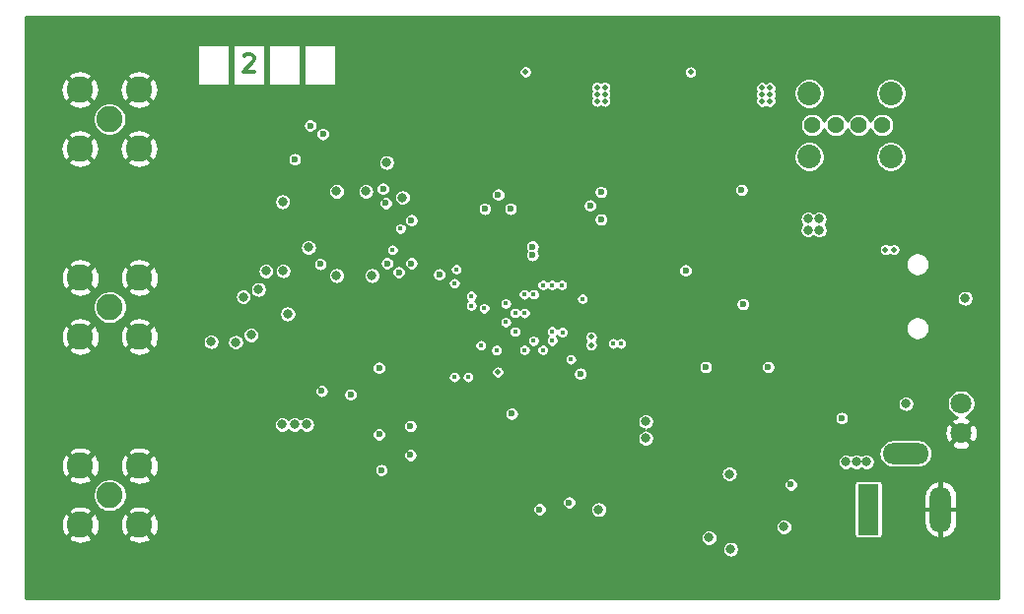
<source format=gbr>
G04 #@! TF.GenerationSoftware,KiCad,Pcbnew,(5.1.6)-1*
G04 #@! TF.CreationDate,2020-07-25T18:11:15+02:00*
G04 #@! TF.ProjectId,PrecisionTimer_RevF,50726563-6973-4696-9f6e-54696d65725f,rev?*
G04 #@! TF.SameCoordinates,Original*
G04 #@! TF.FileFunction,Copper,L2,Inr*
G04 #@! TF.FilePolarity,Positive*
%FSLAX46Y46*%
G04 Gerber Fmt 4.6, Leading zero omitted, Abs format (unit mm)*
G04 Created by KiCad (PCBNEW (5.1.6)-1) date 2020-07-25 18:11:15*
%MOMM*%
%LPD*%
G01*
G04 APERTURE LIST*
G04 #@! TA.AperFunction,NonConductor*
%ADD10C,0.300000*%
G04 #@! TD*
G04 #@! TA.AperFunction,ViaPad*
%ADD11R,1.800000X4.400000*%
G04 #@! TD*
G04 #@! TA.AperFunction,ViaPad*
%ADD12O,1.800000X4.000000*%
G04 #@! TD*
G04 #@! TA.AperFunction,ViaPad*
%ADD13O,4.000000X1.800000*%
G04 #@! TD*
G04 #@! TA.AperFunction,ViaPad*
%ADD14C,1.800000*%
G04 #@! TD*
G04 #@! TA.AperFunction,ViaPad*
%ADD15C,2.025000*%
G04 #@! TD*
G04 #@! TA.AperFunction,ViaPad*
%ADD16C,1.431000*%
G04 #@! TD*
G04 #@! TA.AperFunction,ViaPad*
%ADD17C,2.250000*%
G04 #@! TD*
G04 #@! TA.AperFunction,ViaPad*
%ADD18C,0.600000*%
G04 #@! TD*
G04 #@! TA.AperFunction,ViaPad*
%ADD19C,0.500000*%
G04 #@! TD*
G04 #@! TA.AperFunction,ViaPad*
%ADD20C,0.800000*%
G04 #@! TD*
G04 #@! TA.AperFunction,ViaPad*
%ADD21C,0.450000*%
G04 #@! TD*
G04 #@! TA.AperFunction,Conductor*
%ADD22C,0.254000*%
G04 #@! TD*
G04 APERTURE END LIST*
D10*
X108063294Y-55785628D02*
X108134723Y-55714200D01*
X108277580Y-55642771D01*
X108634723Y-55642771D01*
X108777580Y-55714200D01*
X108849008Y-55785628D01*
X108920437Y-55928485D01*
X108920437Y-56071342D01*
X108849008Y-56285628D01*
X107991866Y-57142771D01*
X108920437Y-57142771D01*
D11*
X161696400Y-94818200D03*
D12*
X167894000Y-94818200D03*
D13*
X164896800Y-90018200D03*
D14*
X169672000Y-85725000D03*
X169672000Y-88265000D03*
D15*
X163620200Y-59027400D03*
X156620200Y-59027400D03*
X163620200Y-64467400D03*
X156620200Y-64467400D03*
D16*
X156890200Y-61747400D03*
X158890200Y-61747400D03*
X160890200Y-61747400D03*
X162890200Y-61747400D03*
D17*
X96507300Y-61239400D03*
X99047300Y-58699400D03*
X93967300Y-58699400D03*
X93967300Y-63779400D03*
X99047300Y-63779400D03*
X96532700Y-77419200D03*
X99072700Y-74879200D03*
X93992700Y-74879200D03*
X93992700Y-79959200D03*
X99072700Y-79959200D03*
X96532700Y-93599000D03*
X99072700Y-91059000D03*
X93992700Y-91059000D03*
X93992700Y-96139000D03*
X99072700Y-96139000D03*
D18*
X131064000Y-86588600D03*
X141008100Y-74498200D03*
X141833600Y-75323700D03*
D19*
X150279100Y-59537600D03*
X150964900Y-59537600D03*
X149542500Y-59537600D03*
D20*
X94818200Y-53162200D03*
X92557600Y-53162200D03*
X97078800Y-53162200D03*
X110286800Y-53136800D03*
X112420400Y-53136800D03*
X103682800Y-53136800D03*
X108102400Y-53136800D03*
X105892600Y-53136800D03*
X101523800Y-53136800D03*
X116611400Y-53136800D03*
X118778800Y-53136800D03*
X120998800Y-53136800D03*
D19*
X150876000Y-79756000D03*
X150139400Y-79756000D03*
X150876000Y-80518000D03*
X150139400Y-80518000D03*
X150139400Y-81254600D03*
X149377400Y-80518000D03*
X150876000Y-81254600D03*
X149377400Y-81254600D03*
X149377400Y-79756000D03*
X152730200Y-66192400D03*
X152730200Y-66954400D03*
D20*
X172148500Y-90618000D03*
X172148500Y-88398000D03*
X172148500Y-97278600D03*
X172148500Y-92838600D03*
X172148500Y-99498600D03*
X172148500Y-95058600D03*
X148971000Y-94259400D03*
X148971000Y-95173800D03*
X148056600Y-95173800D03*
X148056600Y-94259400D03*
X146342100Y-71996300D03*
X147383500Y-71996300D03*
X145288000Y-71996300D03*
X101523800Y-101676200D03*
X103682800Y-101676200D03*
X105816400Y-101676200D03*
X107924600Y-101676200D03*
X110032800Y-101676200D03*
X172147700Y-101676200D03*
X172147700Y-64360050D03*
X172147700Y-62115400D03*
X172147700Y-59870750D03*
X172147700Y-57626100D03*
X172147700Y-55381450D03*
X172147700Y-53136800D03*
X169838800Y-53136800D03*
X167618800Y-53136800D03*
X165398800Y-53136800D03*
X163178800Y-53136800D03*
X160958800Y-53136800D03*
X158738800Y-53136800D03*
X156518800Y-53136800D03*
X154298800Y-53136800D03*
X152078800Y-53136800D03*
X149858800Y-53136800D03*
X147638800Y-53136800D03*
X145418800Y-53136800D03*
X143198800Y-53136800D03*
X140978800Y-53136800D03*
X138758800Y-53136800D03*
X136538800Y-53136800D03*
X134318800Y-53136800D03*
X132098800Y-53136800D03*
X129878800Y-53136800D03*
X127658800Y-53136800D03*
X125438800Y-53136800D03*
X123218800Y-53136800D03*
X116268500Y-70002400D03*
X117284500Y-70002400D03*
X117284500Y-72034400D03*
X116268500Y-72034400D03*
X116268500Y-71018400D03*
X117284500Y-71018400D03*
X118300500Y-72034400D03*
X118300500Y-71018400D03*
X118300500Y-70002400D03*
X108030700Y-65489400D03*
D19*
X135394700Y-59537600D03*
X136131300Y-59537600D03*
X136817100Y-59537600D03*
D20*
X143637000Y-57137300D03*
X140360400Y-57137300D03*
X143637000Y-55765700D03*
X140360400Y-55765700D03*
X141452600Y-55765700D03*
X142544800Y-55765700D03*
X106680000Y-70383400D03*
X113398300Y-66395600D03*
X123888500Y-66395600D03*
X113449100Y-95377000D03*
X110972600Y-91440000D03*
X113398300Y-68529200D03*
X121780300Y-66421000D03*
X110972600Y-90170000D03*
X111340900Y-95377000D03*
X112382300Y-95377000D03*
X114338800Y-101676200D03*
X116558800Y-101676200D03*
X138758800Y-101676200D03*
X163178800Y-101676200D03*
X158738800Y-101676200D03*
X120998800Y-101676200D03*
X154298800Y-101676200D03*
X118778800Y-101676200D03*
X129878800Y-101676200D03*
X149858800Y-101676200D03*
X132098800Y-101676200D03*
X169838800Y-101676200D03*
X152078800Y-101676200D03*
X143198800Y-101676200D03*
X165398800Y-101676200D03*
X127658800Y-101676200D03*
X156518800Y-101676200D03*
X134318800Y-101676200D03*
X136538800Y-101676200D03*
X145418800Y-101676200D03*
X140978800Y-101676200D03*
X123218800Y-101676200D03*
X147638800Y-101676200D03*
X167618800Y-101676200D03*
X125438800Y-101676200D03*
X160958800Y-101676200D03*
X172148500Y-66675000D03*
X172148500Y-69011800D03*
X172148500Y-83947000D03*
X172148500Y-86156800D03*
X158597600Y-84023200D03*
X160020000Y-55422800D03*
X161137600Y-56489600D03*
X158927800Y-56489600D03*
X159816800Y-85267800D03*
X130911600Y-94234000D03*
X115963700Y-63677800D03*
X121881900Y-64973200D03*
X121881900Y-62865000D03*
X154584400Y-74777600D03*
D19*
X137058400Y-74218800D03*
D20*
X168986200Y-67386200D03*
X166878000Y-67386200D03*
D18*
X144653000Y-82016600D03*
D20*
X145669000Y-88950800D03*
X146659600Y-88950800D03*
X147650200Y-88950800D03*
X115887500Y-65735200D03*
X90233500Y-55499000D03*
X90233500Y-57810400D03*
X90233500Y-60147200D03*
X90233500Y-62507600D03*
X90233500Y-64807600D03*
X90233500Y-67107600D03*
X90233500Y-69407600D03*
X90233500Y-71707600D03*
X90233500Y-74007600D03*
X90233500Y-76307600D03*
X90233500Y-78607600D03*
X90233500Y-80907600D03*
X90233500Y-83207600D03*
X90233500Y-85507600D03*
X90233500Y-87807600D03*
X90233500Y-90107600D03*
X90233500Y-92407600D03*
X90233500Y-94707600D03*
X90233500Y-97007600D03*
X90233500Y-99307600D03*
X112115600Y-101676200D03*
X114503200Y-53136800D03*
X99390200Y-53162200D03*
X99390200Y-101676200D03*
X170002200Y-74472800D03*
X160477200Y-98196404D03*
X97078800Y-101676200D03*
X94818200Y-101676200D03*
X92557600Y-101676200D03*
X90233500Y-101676200D03*
X90233500Y-53162200D03*
D21*
X129743200Y-80314800D03*
D18*
X140614400Y-67513200D03*
X141579600Y-68681600D03*
X140614400Y-69875400D03*
X137820400Y-70307200D03*
D21*
X136042400Y-76314300D03*
D18*
X145884900Y-78041500D03*
D20*
X153136600Y-64541400D03*
X150990400Y-75006100D03*
X152882600Y-76352400D03*
X172148500Y-79540100D03*
X172148500Y-77520800D03*
X172148500Y-75514200D03*
X172148500Y-73507600D03*
D18*
X152882600Y-87718900D03*
X153708100Y-86893400D03*
X156032202Y-83489800D03*
D20*
X156260800Y-89408000D03*
D21*
X133731000Y-77927200D03*
D20*
X113004600Y-81229200D03*
D18*
X144195800Y-74396600D03*
D19*
X130124200Y-73279000D03*
X128701800Y-73279000D03*
D18*
X134277100Y-84709000D03*
D21*
X130556000Y-77114400D03*
D20*
X109296200Y-75895200D03*
X108661200Y-79806800D03*
D21*
X135407400Y-79578200D03*
X130556000Y-78714600D03*
D20*
X107998500Y-76532500D03*
X107340400Y-80441800D03*
D21*
X131343400Y-79527400D03*
D20*
X105232200Y-80391000D03*
D21*
X128397000Y-80695800D03*
D20*
X109943900Y-74320400D03*
D21*
X128701800Y-77520800D03*
D20*
X111417100Y-74295000D03*
D21*
X127584200Y-77292200D03*
D20*
X156514800Y-69824600D03*
X157480000Y-69824600D03*
X157474800Y-70795000D03*
X156514800Y-70789800D03*
X142570200Y-88696800D03*
X142570200Y-87249000D03*
D18*
X159410400Y-86969600D03*
X155041600Y-92684600D03*
X120002300Y-67233800D03*
X120357900Y-73647300D03*
X114731800Y-84632800D03*
X119862600Y-91440000D03*
X122440702Y-73647302D03*
X119659400Y-88366600D03*
X119659400Y-82651600D03*
D21*
X134543800Y-79502000D03*
D18*
X122440700Y-69951600D03*
X117218700Y-84939900D03*
D21*
X136144000Y-81915000D03*
D18*
X121361200Y-74422000D03*
D21*
X121513600Y-70662800D03*
D20*
X148005800Y-97256600D03*
X149758400Y-91770200D03*
X154444700Y-96329500D03*
X159766000Y-90728800D03*
X161544000Y-90728800D03*
X160655000Y-90728800D03*
D18*
X150799800Y-67335400D03*
X145999200Y-74269600D03*
X133451600Y-94818200D03*
D21*
X135356600Y-75514200D03*
X126136400Y-83439000D03*
X126136400Y-75361800D03*
D18*
X135991600Y-94234000D03*
D21*
X133731000Y-75514200D03*
X127304800Y-83439000D03*
X126288800Y-74168000D03*
D19*
X163175200Y-72466200D03*
X163875200Y-72466200D03*
X137887752Y-80683431D03*
D21*
X140431400Y-80543400D03*
D19*
X137887752Y-79983431D03*
D21*
X139781400Y-80543400D03*
D18*
X114617500Y-73710800D03*
D21*
X127584200Y-76454000D03*
D18*
X112420400Y-64693800D03*
X130962400Y-68961000D03*
X129895600Y-67741800D03*
X113753900Y-61798200D03*
X128752600Y-68961000D03*
X114833400Y-62522100D03*
D20*
X149860000Y-98247200D03*
D18*
X124841000Y-74599800D03*
X120243600Y-68478400D03*
D19*
X146418300Y-57200800D03*
X152552400Y-59715400D03*
X153238200Y-59728100D03*
X153238200Y-58534300D03*
X152552400Y-59131200D03*
X153238200Y-59131200D03*
X152552400Y-58534300D03*
D21*
X129743200Y-81114900D03*
X131343400Y-77914500D03*
D18*
X132842000Y-72948800D03*
X132842000Y-72212200D03*
D21*
X134543800Y-80314800D03*
D20*
X111340900Y-87528400D03*
X112407700Y-87528400D03*
X113449100Y-87528400D03*
X113601500Y-72288400D03*
X116014500Y-74701400D03*
X119062500Y-74701400D03*
X120307100Y-64973200D03*
D19*
X132245100Y-57175400D03*
D20*
X111391700Y-68351400D03*
X111823500Y-78003400D03*
X116014372Y-67462400D03*
X118529100Y-67462400D03*
X121678700Y-67995800D03*
D18*
X153085800Y-82575400D03*
D20*
X170002200Y-76657200D03*
D18*
X147726400Y-82575400D03*
D20*
X138531600Y-94843600D03*
D18*
X150926804Y-77165196D03*
D19*
X138379200Y-58508900D03*
X139052300Y-58508900D03*
X138379200Y-59105800D03*
X139052300Y-59105800D03*
X138379200Y-59702700D03*
X139052300Y-59702700D03*
D18*
X136956800Y-83159600D03*
D21*
X132943600Y-76314300D03*
D18*
X138734800Y-69875400D03*
X137795000Y-68681600D03*
X138734800Y-67513200D03*
D19*
X129870200Y-83007200D03*
D21*
X137134600Y-76708000D03*
D18*
X122351900Y-87655300D03*
X122351900Y-90144500D03*
D20*
X164922200Y-85725000D03*
D21*
X132156200Y-77927200D03*
X120827800Y-72491600D03*
X134543800Y-75514200D03*
X132130800Y-76314300D03*
X133731000Y-81102200D03*
X132943600Y-80314800D03*
X132156200Y-81102200D03*
D22*
G36*
X172901801Y-102442200D02*
G01*
X89327800Y-102442200D01*
X89327800Y-98175597D01*
X149133000Y-98175597D01*
X149133000Y-98318803D01*
X149160938Y-98459258D01*
X149215741Y-98591564D01*
X149295302Y-98710636D01*
X149396564Y-98811898D01*
X149515636Y-98891459D01*
X149647942Y-98946262D01*
X149788397Y-98974200D01*
X149931603Y-98974200D01*
X150072058Y-98946262D01*
X150204364Y-98891459D01*
X150323436Y-98811898D01*
X150424698Y-98710636D01*
X150504259Y-98591564D01*
X150559062Y-98459258D01*
X150587000Y-98318803D01*
X150587000Y-98175597D01*
X150559062Y-98035142D01*
X150504259Y-97902836D01*
X150424698Y-97783764D01*
X150323436Y-97682502D01*
X150204364Y-97602941D01*
X150072058Y-97548138D01*
X149931603Y-97520200D01*
X149788397Y-97520200D01*
X149647942Y-97548138D01*
X149515636Y-97602941D01*
X149396564Y-97682502D01*
X149295302Y-97783764D01*
X149215741Y-97902836D01*
X149160938Y-98035142D01*
X149133000Y-98175597D01*
X89327800Y-98175597D01*
X89327800Y-97270016D01*
X92964922Y-97270016D01*
X93076983Y-97523572D01*
X93364694Y-97675615D01*
X93676541Y-97768607D01*
X94000536Y-97798974D01*
X94324231Y-97765550D01*
X94635184Y-97669617D01*
X94908417Y-97523572D01*
X95020478Y-97270016D01*
X98044922Y-97270016D01*
X98156983Y-97523572D01*
X98444694Y-97675615D01*
X98756541Y-97768607D01*
X99080536Y-97798974D01*
X99404231Y-97765550D01*
X99715184Y-97669617D01*
X99988417Y-97523572D01*
X100100478Y-97270016D01*
X100015459Y-97184997D01*
X147278800Y-97184997D01*
X147278800Y-97328203D01*
X147306738Y-97468658D01*
X147361541Y-97600964D01*
X147441102Y-97720036D01*
X147542364Y-97821298D01*
X147661436Y-97900859D01*
X147793742Y-97955662D01*
X147934197Y-97983600D01*
X148077403Y-97983600D01*
X148217858Y-97955662D01*
X148350164Y-97900859D01*
X148469236Y-97821298D01*
X148570498Y-97720036D01*
X148650059Y-97600964D01*
X148704862Y-97468658D01*
X148732800Y-97328203D01*
X148732800Y-97184997D01*
X148704862Y-97044542D01*
X148650059Y-96912236D01*
X148570498Y-96793164D01*
X148469236Y-96691902D01*
X148350164Y-96612341D01*
X148217858Y-96557538D01*
X148077403Y-96529600D01*
X147934197Y-96529600D01*
X147793742Y-96557538D01*
X147661436Y-96612341D01*
X147542364Y-96691902D01*
X147441102Y-96793164D01*
X147361541Y-96912236D01*
X147306738Y-97044542D01*
X147278800Y-97184997D01*
X100015459Y-97184997D01*
X99072700Y-96242238D01*
X98044922Y-97270016D01*
X95020478Y-97270016D01*
X93992700Y-96242238D01*
X92964922Y-97270016D01*
X89327800Y-97270016D01*
X89327800Y-96146836D01*
X92332726Y-96146836D01*
X92366150Y-96470531D01*
X92462083Y-96781484D01*
X92608128Y-97054717D01*
X92861684Y-97166778D01*
X93889462Y-96139000D01*
X94095938Y-96139000D01*
X95123716Y-97166778D01*
X95377272Y-97054717D01*
X95529315Y-96767006D01*
X95622307Y-96455159D01*
X95651205Y-96146836D01*
X97412726Y-96146836D01*
X97446150Y-96470531D01*
X97542083Y-96781484D01*
X97688128Y-97054717D01*
X97941684Y-97166778D01*
X98969462Y-96139000D01*
X99175938Y-96139000D01*
X100203716Y-97166778D01*
X100457272Y-97054717D01*
X100609315Y-96767006D01*
X100702307Y-96455159D01*
X100720795Y-96257897D01*
X153717700Y-96257897D01*
X153717700Y-96401103D01*
X153745638Y-96541558D01*
X153800441Y-96673864D01*
X153880002Y-96792936D01*
X153981264Y-96894198D01*
X154100336Y-96973759D01*
X154232642Y-97028562D01*
X154373097Y-97056500D01*
X154516303Y-97056500D01*
X154656758Y-97028562D01*
X154789064Y-96973759D01*
X154908136Y-96894198D01*
X155009398Y-96792936D01*
X155088959Y-96673864D01*
X155143762Y-96541558D01*
X155171700Y-96401103D01*
X155171700Y-96257897D01*
X155143762Y-96117442D01*
X155088959Y-95985136D01*
X155009398Y-95866064D01*
X154908136Y-95764802D01*
X154789064Y-95685241D01*
X154656758Y-95630438D01*
X154516303Y-95602500D01*
X154373097Y-95602500D01*
X154232642Y-95630438D01*
X154100336Y-95685241D01*
X153981264Y-95764802D01*
X153880002Y-95866064D01*
X153800441Y-95985136D01*
X153745638Y-96117442D01*
X153717700Y-96257897D01*
X100720795Y-96257897D01*
X100732674Y-96131164D01*
X100699250Y-95807469D01*
X100603317Y-95496516D01*
X100457272Y-95223283D01*
X100203716Y-95111222D01*
X99175938Y-96139000D01*
X98969462Y-96139000D01*
X97941684Y-95111222D01*
X97688128Y-95223283D01*
X97536085Y-95510994D01*
X97443093Y-95822841D01*
X97412726Y-96146836D01*
X95651205Y-96146836D01*
X95652674Y-96131164D01*
X95619250Y-95807469D01*
X95523317Y-95496516D01*
X95377272Y-95223283D01*
X95123716Y-95111222D01*
X94095938Y-96139000D01*
X93889462Y-96139000D01*
X92861684Y-95111222D01*
X92608128Y-95223283D01*
X92456085Y-95510994D01*
X92363093Y-95822841D01*
X92332726Y-96146836D01*
X89327800Y-96146836D01*
X89327800Y-95007984D01*
X92964922Y-95007984D01*
X93992700Y-96035762D01*
X95020478Y-95007984D01*
X94908417Y-94754428D01*
X94620706Y-94602385D01*
X94308859Y-94509393D01*
X93984864Y-94479026D01*
X93661169Y-94512450D01*
X93350216Y-94608383D01*
X93076983Y-94754428D01*
X92964922Y-95007984D01*
X89327800Y-95007984D01*
X89327800Y-93455990D01*
X95080700Y-93455990D01*
X95080700Y-93742010D01*
X95136499Y-94022533D01*
X95245954Y-94286780D01*
X95404858Y-94524596D01*
X95607104Y-94726842D01*
X95844920Y-94885746D01*
X96109167Y-94995201D01*
X96389690Y-95051000D01*
X96675710Y-95051000D01*
X96891967Y-95007984D01*
X98044922Y-95007984D01*
X99072700Y-96035762D01*
X100100478Y-95007984D01*
X99989309Y-94756446D01*
X132824600Y-94756446D01*
X132824600Y-94879954D01*
X132848695Y-95001089D01*
X132895960Y-95115196D01*
X132964577Y-95217889D01*
X133051911Y-95305223D01*
X133154604Y-95373840D01*
X133268711Y-95421105D01*
X133389846Y-95445200D01*
X133513354Y-95445200D01*
X133634489Y-95421105D01*
X133748596Y-95373840D01*
X133851289Y-95305223D01*
X133938623Y-95217889D01*
X134007240Y-95115196D01*
X134054505Y-95001089D01*
X134078600Y-94879954D01*
X134078600Y-94756446D01*
X134054505Y-94635311D01*
X134007240Y-94521204D01*
X133938623Y-94418511D01*
X133851289Y-94331177D01*
X133748596Y-94262560D01*
X133634489Y-94215295D01*
X133513354Y-94191200D01*
X133389846Y-94191200D01*
X133268711Y-94215295D01*
X133154604Y-94262560D01*
X133051911Y-94331177D01*
X132964577Y-94418511D01*
X132895960Y-94521204D01*
X132848695Y-94635311D01*
X132824600Y-94756446D01*
X99989309Y-94756446D01*
X99988417Y-94754428D01*
X99700706Y-94602385D01*
X99388859Y-94509393D01*
X99064864Y-94479026D01*
X98741169Y-94512450D01*
X98430216Y-94608383D01*
X98156983Y-94754428D01*
X98044922Y-95007984D01*
X96891967Y-95007984D01*
X96956233Y-94995201D01*
X97220480Y-94885746D01*
X97458296Y-94726842D01*
X97660542Y-94524596D01*
X97819446Y-94286780D01*
X97866887Y-94172246D01*
X135364600Y-94172246D01*
X135364600Y-94295754D01*
X135388695Y-94416889D01*
X135435960Y-94530996D01*
X135504577Y-94633689D01*
X135591911Y-94721023D01*
X135694604Y-94789640D01*
X135808711Y-94836905D01*
X135929846Y-94861000D01*
X136053354Y-94861000D01*
X136174489Y-94836905D01*
X136288596Y-94789640D01*
X136315000Y-94771997D01*
X137804600Y-94771997D01*
X137804600Y-94915203D01*
X137832538Y-95055658D01*
X137887341Y-95187964D01*
X137966902Y-95307036D01*
X138068164Y-95408298D01*
X138187236Y-95487859D01*
X138319542Y-95542662D01*
X138459997Y-95570600D01*
X138603203Y-95570600D01*
X138743658Y-95542662D01*
X138875964Y-95487859D01*
X138995036Y-95408298D01*
X139096298Y-95307036D01*
X139175859Y-95187964D01*
X139230662Y-95055658D01*
X139258600Y-94915203D01*
X139258600Y-94771997D01*
X139230662Y-94631542D01*
X139175859Y-94499236D01*
X139096298Y-94380164D01*
X138995036Y-94278902D01*
X138875964Y-94199341D01*
X138743658Y-94144538D01*
X138603203Y-94116600D01*
X138459997Y-94116600D01*
X138319542Y-94144538D01*
X138187236Y-94199341D01*
X138068164Y-94278902D01*
X137966902Y-94380164D01*
X137887341Y-94499236D01*
X137832538Y-94631542D01*
X137804600Y-94771997D01*
X136315000Y-94771997D01*
X136391289Y-94721023D01*
X136478623Y-94633689D01*
X136547240Y-94530996D01*
X136594505Y-94416889D01*
X136618600Y-94295754D01*
X136618600Y-94172246D01*
X136594505Y-94051111D01*
X136547240Y-93937004D01*
X136478623Y-93834311D01*
X136391289Y-93746977D01*
X136288596Y-93678360D01*
X136174489Y-93631095D01*
X136053354Y-93607000D01*
X135929846Y-93607000D01*
X135808711Y-93631095D01*
X135694604Y-93678360D01*
X135591911Y-93746977D01*
X135504577Y-93834311D01*
X135435960Y-93937004D01*
X135388695Y-94051111D01*
X135364600Y-94172246D01*
X97866887Y-94172246D01*
X97928901Y-94022533D01*
X97984700Y-93742010D01*
X97984700Y-93455990D01*
X97928901Y-93175467D01*
X97819446Y-92911220D01*
X97660542Y-92673404D01*
X97458296Y-92471158D01*
X97220480Y-92312254D01*
X96956233Y-92202799D01*
X96891968Y-92190016D01*
X98044922Y-92190016D01*
X98156983Y-92443572D01*
X98444694Y-92595615D01*
X98756541Y-92688607D01*
X99080536Y-92718974D01*
X99404231Y-92685550D01*
X99607476Y-92622846D01*
X154414600Y-92622846D01*
X154414600Y-92746354D01*
X154438695Y-92867489D01*
X154485960Y-92981596D01*
X154554577Y-93084289D01*
X154641911Y-93171623D01*
X154744604Y-93240240D01*
X154858711Y-93287505D01*
X154979846Y-93311600D01*
X155103354Y-93311600D01*
X155224489Y-93287505D01*
X155338596Y-93240240D01*
X155441289Y-93171623D01*
X155528623Y-93084289D01*
X155597240Y-92981596D01*
X155644505Y-92867489D01*
X155668600Y-92746354D01*
X155668600Y-92622846D01*
X155667676Y-92618200D01*
X160467818Y-92618200D01*
X160467818Y-97018200D01*
X160474132Y-97082303D01*
X160492830Y-97143943D01*
X160523194Y-97200750D01*
X160564057Y-97250543D01*
X160613850Y-97291406D01*
X160670657Y-97321770D01*
X160732297Y-97340468D01*
X160796400Y-97346782D01*
X162596400Y-97346782D01*
X162660503Y-97340468D01*
X162722143Y-97321770D01*
X162778950Y-97291406D01*
X162828743Y-97250543D01*
X162869606Y-97200750D01*
X162899970Y-97143943D01*
X162918668Y-97082303D01*
X162924982Y-97018200D01*
X162924982Y-94891200D01*
X166467000Y-94891200D01*
X166467000Y-95991200D01*
X166508661Y-96268191D01*
X166603560Y-96531732D01*
X166748050Y-96771696D01*
X166936578Y-96978860D01*
X167161899Y-97145263D01*
X167415354Y-97264511D01*
X167598959Y-97314367D01*
X167821000Y-97211391D01*
X167821000Y-94891200D01*
X167967000Y-94891200D01*
X167967000Y-97211391D01*
X168189041Y-97314367D01*
X168372646Y-97264511D01*
X168626101Y-97145263D01*
X168851422Y-96978860D01*
X169039950Y-96771696D01*
X169184440Y-96531732D01*
X169279339Y-96268191D01*
X169321000Y-95991200D01*
X169321000Y-94891200D01*
X167967000Y-94891200D01*
X167821000Y-94891200D01*
X166467000Y-94891200D01*
X162924982Y-94891200D01*
X162924982Y-93645200D01*
X166467000Y-93645200D01*
X166467000Y-94745200D01*
X167821000Y-94745200D01*
X167821000Y-92425009D01*
X167967000Y-92425009D01*
X167967000Y-94745200D01*
X169321000Y-94745200D01*
X169321000Y-93645200D01*
X169279339Y-93368209D01*
X169184440Y-93104668D01*
X169039950Y-92864704D01*
X168851422Y-92657540D01*
X168626101Y-92491137D01*
X168372646Y-92371889D01*
X168189041Y-92322033D01*
X167967000Y-92425009D01*
X167821000Y-92425009D01*
X167598959Y-92322033D01*
X167415354Y-92371889D01*
X167161899Y-92491137D01*
X166936578Y-92657540D01*
X166748050Y-92864704D01*
X166603560Y-93104668D01*
X166508661Y-93368209D01*
X166467000Y-93645200D01*
X162924982Y-93645200D01*
X162924982Y-92618200D01*
X162918668Y-92554097D01*
X162899970Y-92492457D01*
X162869606Y-92435650D01*
X162828743Y-92385857D01*
X162778950Y-92344994D01*
X162722143Y-92314630D01*
X162660503Y-92295932D01*
X162596400Y-92289618D01*
X160796400Y-92289618D01*
X160732297Y-92295932D01*
X160670657Y-92314630D01*
X160613850Y-92344994D01*
X160564057Y-92385857D01*
X160523194Y-92435650D01*
X160492830Y-92492457D01*
X160474132Y-92554097D01*
X160467818Y-92618200D01*
X155667676Y-92618200D01*
X155644505Y-92501711D01*
X155597240Y-92387604D01*
X155528623Y-92284911D01*
X155441289Y-92197577D01*
X155338596Y-92128960D01*
X155224489Y-92081695D01*
X155103354Y-92057600D01*
X154979846Y-92057600D01*
X154858711Y-92081695D01*
X154744604Y-92128960D01*
X154641911Y-92197577D01*
X154554577Y-92284911D01*
X154485960Y-92387604D01*
X154438695Y-92501711D01*
X154414600Y-92622846D01*
X99607476Y-92622846D01*
X99715184Y-92589617D01*
X99988417Y-92443572D01*
X100100478Y-92190016D01*
X99072700Y-91162238D01*
X98044922Y-92190016D01*
X96891968Y-92190016D01*
X96675710Y-92147000D01*
X96389690Y-92147000D01*
X96109167Y-92202799D01*
X95844920Y-92312254D01*
X95607104Y-92471158D01*
X95404858Y-92673404D01*
X95245954Y-92911220D01*
X95136499Y-93175467D01*
X95080700Y-93455990D01*
X89327800Y-93455990D01*
X89327800Y-92190016D01*
X92964922Y-92190016D01*
X93076983Y-92443572D01*
X93364694Y-92595615D01*
X93676541Y-92688607D01*
X94000536Y-92718974D01*
X94324231Y-92685550D01*
X94635184Y-92589617D01*
X94908417Y-92443572D01*
X95020478Y-92190016D01*
X93992700Y-91162238D01*
X92964922Y-92190016D01*
X89327800Y-92190016D01*
X89327800Y-91066836D01*
X92332726Y-91066836D01*
X92366150Y-91390531D01*
X92462083Y-91701484D01*
X92608128Y-91974717D01*
X92861684Y-92086778D01*
X93889462Y-91059000D01*
X94095938Y-91059000D01*
X95123716Y-92086778D01*
X95377272Y-91974717D01*
X95529315Y-91687006D01*
X95622307Y-91375159D01*
X95651205Y-91066836D01*
X97412726Y-91066836D01*
X97446150Y-91390531D01*
X97542083Y-91701484D01*
X97688128Y-91974717D01*
X97941684Y-92086778D01*
X98969462Y-91059000D01*
X99175938Y-91059000D01*
X100203716Y-92086778D01*
X100457272Y-91974717D01*
X100609315Y-91687006D01*
X100701386Y-91378246D01*
X119235600Y-91378246D01*
X119235600Y-91501754D01*
X119259695Y-91622889D01*
X119306960Y-91736996D01*
X119375577Y-91839689D01*
X119462911Y-91927023D01*
X119565604Y-91995640D01*
X119679711Y-92042905D01*
X119800846Y-92067000D01*
X119924354Y-92067000D01*
X120045489Y-92042905D01*
X120159596Y-91995640D01*
X120262289Y-91927023D01*
X120349623Y-91839689D01*
X120418240Y-91736996D01*
X120434145Y-91698597D01*
X149031400Y-91698597D01*
X149031400Y-91841803D01*
X149059338Y-91982258D01*
X149114141Y-92114564D01*
X149193702Y-92233636D01*
X149294964Y-92334898D01*
X149414036Y-92414459D01*
X149546342Y-92469262D01*
X149686797Y-92497200D01*
X149830003Y-92497200D01*
X149970458Y-92469262D01*
X150102764Y-92414459D01*
X150221836Y-92334898D01*
X150323098Y-92233636D01*
X150402659Y-92114564D01*
X150457462Y-91982258D01*
X150485400Y-91841803D01*
X150485400Y-91698597D01*
X150457462Y-91558142D01*
X150402659Y-91425836D01*
X150323098Y-91306764D01*
X150221836Y-91205502D01*
X150102764Y-91125941D01*
X149970458Y-91071138D01*
X149830003Y-91043200D01*
X149686797Y-91043200D01*
X149546342Y-91071138D01*
X149414036Y-91125941D01*
X149294964Y-91205502D01*
X149193702Y-91306764D01*
X149114141Y-91425836D01*
X149059338Y-91558142D01*
X149031400Y-91698597D01*
X120434145Y-91698597D01*
X120465505Y-91622889D01*
X120489600Y-91501754D01*
X120489600Y-91378246D01*
X120465505Y-91257111D01*
X120418240Y-91143004D01*
X120349623Y-91040311D01*
X120262289Y-90952977D01*
X120159596Y-90884360D01*
X120045489Y-90837095D01*
X119924354Y-90813000D01*
X119800846Y-90813000D01*
X119679711Y-90837095D01*
X119565604Y-90884360D01*
X119462911Y-90952977D01*
X119375577Y-91040311D01*
X119306960Y-91143004D01*
X119259695Y-91257111D01*
X119235600Y-91378246D01*
X100701386Y-91378246D01*
X100702307Y-91375159D01*
X100732674Y-91051164D01*
X100699250Y-90727469D01*
X100603317Y-90416516D01*
X100457272Y-90143283D01*
X100320298Y-90082746D01*
X121724900Y-90082746D01*
X121724900Y-90206254D01*
X121748995Y-90327389D01*
X121796260Y-90441496D01*
X121864877Y-90544189D01*
X121952211Y-90631523D01*
X122054904Y-90700140D01*
X122169011Y-90747405D01*
X122290146Y-90771500D01*
X122413654Y-90771500D01*
X122534789Y-90747405D01*
X122648896Y-90700140D01*
X122713164Y-90657197D01*
X159039000Y-90657197D01*
X159039000Y-90800403D01*
X159066938Y-90940858D01*
X159121741Y-91073164D01*
X159201302Y-91192236D01*
X159302564Y-91293498D01*
X159421636Y-91373059D01*
X159553942Y-91427862D01*
X159694397Y-91455800D01*
X159837603Y-91455800D01*
X159978058Y-91427862D01*
X160110364Y-91373059D01*
X160210500Y-91306151D01*
X160310636Y-91373059D01*
X160442942Y-91427862D01*
X160583397Y-91455800D01*
X160726603Y-91455800D01*
X160867058Y-91427862D01*
X160999364Y-91373059D01*
X161099500Y-91306151D01*
X161199636Y-91373059D01*
X161331942Y-91427862D01*
X161472397Y-91455800D01*
X161615603Y-91455800D01*
X161756058Y-91427862D01*
X161888364Y-91373059D01*
X162007436Y-91293498D01*
X162108698Y-91192236D01*
X162188259Y-91073164D01*
X162243062Y-90940858D01*
X162271000Y-90800403D01*
X162271000Y-90657197D01*
X162243062Y-90516742D01*
X162188259Y-90384436D01*
X162108698Y-90265364D01*
X162007436Y-90164102D01*
X161888364Y-90084541D01*
X161756058Y-90029738D01*
X161698053Y-90018200D01*
X162563864Y-90018200D01*
X162587555Y-90258734D01*
X162657716Y-90490024D01*
X162771651Y-90703183D01*
X162924983Y-90890017D01*
X163111817Y-91043349D01*
X163324976Y-91157284D01*
X163556266Y-91227445D01*
X163736532Y-91245200D01*
X166057068Y-91245200D01*
X166237334Y-91227445D01*
X166468624Y-91157284D01*
X166681783Y-91043349D01*
X166868617Y-90890017D01*
X167021949Y-90703183D01*
X167135884Y-90490024D01*
X167206045Y-90258734D01*
X167229736Y-90018200D01*
X167206045Y-89777666D01*
X167135884Y-89546376D01*
X167021949Y-89333217D01*
X166942110Y-89235933D01*
X168804304Y-89235933D01*
X168889323Y-89466458D01*
X169138755Y-89596065D01*
X169408679Y-89674520D01*
X169688722Y-89698808D01*
X169968123Y-89667995D01*
X170236144Y-89583266D01*
X170454677Y-89466458D01*
X170539696Y-89235933D01*
X169672000Y-88368238D01*
X168804304Y-89235933D01*
X166942110Y-89235933D01*
X166868617Y-89146383D01*
X166681783Y-88993051D01*
X166468624Y-88879116D01*
X166237334Y-88808955D01*
X166057068Y-88791200D01*
X163736532Y-88791200D01*
X163556266Y-88808955D01*
X163324976Y-88879116D01*
X163111817Y-88993051D01*
X162924983Y-89146383D01*
X162771651Y-89333217D01*
X162657716Y-89546376D01*
X162587555Y-89777666D01*
X162563864Y-90018200D01*
X161698053Y-90018200D01*
X161615603Y-90001800D01*
X161472397Y-90001800D01*
X161331942Y-90029738D01*
X161199636Y-90084541D01*
X161099500Y-90151449D01*
X160999364Y-90084541D01*
X160867058Y-90029738D01*
X160726603Y-90001800D01*
X160583397Y-90001800D01*
X160442942Y-90029738D01*
X160310636Y-90084541D01*
X160210500Y-90151449D01*
X160110364Y-90084541D01*
X159978058Y-90029738D01*
X159837603Y-90001800D01*
X159694397Y-90001800D01*
X159553942Y-90029738D01*
X159421636Y-90084541D01*
X159302564Y-90164102D01*
X159201302Y-90265364D01*
X159121741Y-90384436D01*
X159066938Y-90516742D01*
X159039000Y-90657197D01*
X122713164Y-90657197D01*
X122751589Y-90631523D01*
X122838923Y-90544189D01*
X122907540Y-90441496D01*
X122954805Y-90327389D01*
X122978900Y-90206254D01*
X122978900Y-90082746D01*
X122954805Y-89961611D01*
X122907540Y-89847504D01*
X122838923Y-89744811D01*
X122751589Y-89657477D01*
X122648896Y-89588860D01*
X122534789Y-89541595D01*
X122413654Y-89517500D01*
X122290146Y-89517500D01*
X122169011Y-89541595D01*
X122054904Y-89588860D01*
X121952211Y-89657477D01*
X121864877Y-89744811D01*
X121796260Y-89847504D01*
X121748995Y-89961611D01*
X121724900Y-90082746D01*
X100320298Y-90082746D01*
X100203716Y-90031222D01*
X99175938Y-91059000D01*
X98969462Y-91059000D01*
X97941684Y-90031222D01*
X97688128Y-90143283D01*
X97536085Y-90430994D01*
X97443093Y-90742841D01*
X97412726Y-91066836D01*
X95651205Y-91066836D01*
X95652674Y-91051164D01*
X95619250Y-90727469D01*
X95523317Y-90416516D01*
X95377272Y-90143283D01*
X95123716Y-90031222D01*
X94095938Y-91059000D01*
X93889462Y-91059000D01*
X92861684Y-90031222D01*
X92608128Y-90143283D01*
X92456085Y-90430994D01*
X92363093Y-90742841D01*
X92332726Y-91066836D01*
X89327800Y-91066836D01*
X89327800Y-89927984D01*
X92964922Y-89927984D01*
X93992700Y-90955762D01*
X95020478Y-89927984D01*
X98044922Y-89927984D01*
X99072700Y-90955762D01*
X100100478Y-89927984D01*
X99988417Y-89674428D01*
X99700706Y-89522385D01*
X99388859Y-89429393D01*
X99064864Y-89399026D01*
X98741169Y-89432450D01*
X98430216Y-89528383D01*
X98156983Y-89674428D01*
X98044922Y-89927984D01*
X95020478Y-89927984D01*
X94908417Y-89674428D01*
X94620706Y-89522385D01*
X94308859Y-89429393D01*
X93984864Y-89399026D01*
X93661169Y-89432450D01*
X93350216Y-89528383D01*
X93076983Y-89674428D01*
X92964922Y-89927984D01*
X89327800Y-89927984D01*
X89327800Y-88304846D01*
X119032400Y-88304846D01*
X119032400Y-88428354D01*
X119056495Y-88549489D01*
X119103760Y-88663596D01*
X119172377Y-88766289D01*
X119259711Y-88853623D01*
X119362404Y-88922240D01*
X119476511Y-88969505D01*
X119597646Y-88993600D01*
X119721154Y-88993600D01*
X119842289Y-88969505D01*
X119956396Y-88922240D01*
X120059089Y-88853623D01*
X120146423Y-88766289D01*
X120215040Y-88663596D01*
X120262305Y-88549489D01*
X120286400Y-88428354D01*
X120286400Y-88304846D01*
X120262305Y-88183711D01*
X120215040Y-88069604D01*
X120146423Y-87966911D01*
X120059089Y-87879577D01*
X119956396Y-87810960D01*
X119842289Y-87763695D01*
X119721154Y-87739600D01*
X119597646Y-87739600D01*
X119476511Y-87763695D01*
X119362404Y-87810960D01*
X119259711Y-87879577D01*
X119172377Y-87966911D01*
X119103760Y-88069604D01*
X119056495Y-88183711D01*
X119032400Y-88304846D01*
X89327800Y-88304846D01*
X89327800Y-87456797D01*
X110613900Y-87456797D01*
X110613900Y-87600003D01*
X110641838Y-87740458D01*
X110696641Y-87872764D01*
X110776202Y-87991836D01*
X110877464Y-88093098D01*
X110996536Y-88172659D01*
X111128842Y-88227462D01*
X111269297Y-88255400D01*
X111412503Y-88255400D01*
X111552958Y-88227462D01*
X111685264Y-88172659D01*
X111804336Y-88093098D01*
X111874300Y-88023134D01*
X111944264Y-88093098D01*
X112063336Y-88172659D01*
X112195642Y-88227462D01*
X112336097Y-88255400D01*
X112479303Y-88255400D01*
X112619758Y-88227462D01*
X112752064Y-88172659D01*
X112871136Y-88093098D01*
X112928400Y-88035834D01*
X112985664Y-88093098D01*
X113104736Y-88172659D01*
X113237042Y-88227462D01*
X113377497Y-88255400D01*
X113520703Y-88255400D01*
X113661158Y-88227462D01*
X113793464Y-88172659D01*
X113912536Y-88093098D01*
X114013798Y-87991836D01*
X114093359Y-87872764D01*
X114148162Y-87740458D01*
X114176100Y-87600003D01*
X114176100Y-87593546D01*
X121724900Y-87593546D01*
X121724900Y-87717054D01*
X121748995Y-87838189D01*
X121796260Y-87952296D01*
X121864877Y-88054989D01*
X121952211Y-88142323D01*
X122054904Y-88210940D01*
X122169011Y-88258205D01*
X122290146Y-88282300D01*
X122413654Y-88282300D01*
X122534789Y-88258205D01*
X122648896Y-88210940D01*
X122751589Y-88142323D01*
X122838923Y-88054989D01*
X122907540Y-87952296D01*
X122954805Y-87838189D01*
X122978900Y-87717054D01*
X122978900Y-87593546D01*
X122954805Y-87472411D01*
X122907540Y-87358304D01*
X122838923Y-87255611D01*
X122751589Y-87168277D01*
X122648896Y-87099660D01*
X122534789Y-87052395D01*
X122413654Y-87028300D01*
X122290146Y-87028300D01*
X122169011Y-87052395D01*
X122054904Y-87099660D01*
X121952211Y-87168277D01*
X121864877Y-87255611D01*
X121796260Y-87358304D01*
X121748995Y-87472411D01*
X121724900Y-87593546D01*
X114176100Y-87593546D01*
X114176100Y-87456797D01*
X114148162Y-87316342D01*
X114093359Y-87184036D01*
X114013798Y-87064964D01*
X113912536Y-86963702D01*
X113793464Y-86884141D01*
X113661158Y-86829338D01*
X113520703Y-86801400D01*
X113377497Y-86801400D01*
X113237042Y-86829338D01*
X113104736Y-86884141D01*
X112985664Y-86963702D01*
X112928400Y-87020966D01*
X112871136Y-86963702D01*
X112752064Y-86884141D01*
X112619758Y-86829338D01*
X112479303Y-86801400D01*
X112336097Y-86801400D01*
X112195642Y-86829338D01*
X112063336Y-86884141D01*
X111944264Y-86963702D01*
X111874300Y-87033666D01*
X111804336Y-86963702D01*
X111685264Y-86884141D01*
X111552958Y-86829338D01*
X111412503Y-86801400D01*
X111269297Y-86801400D01*
X111128842Y-86829338D01*
X110996536Y-86884141D01*
X110877464Y-86963702D01*
X110776202Y-87064964D01*
X110696641Y-87184036D01*
X110641838Y-87316342D01*
X110613900Y-87456797D01*
X89327800Y-87456797D01*
X89327800Y-86526846D01*
X130437000Y-86526846D01*
X130437000Y-86650354D01*
X130461095Y-86771489D01*
X130508360Y-86885596D01*
X130576977Y-86988289D01*
X130664311Y-87075623D01*
X130767004Y-87144240D01*
X130881111Y-87191505D01*
X131002246Y-87215600D01*
X131125754Y-87215600D01*
X131246889Y-87191505D01*
X131280948Y-87177397D01*
X141843200Y-87177397D01*
X141843200Y-87320603D01*
X141871138Y-87461058D01*
X141925941Y-87593364D01*
X142005502Y-87712436D01*
X142106764Y-87813698D01*
X142225836Y-87893259D01*
X142358142Y-87948062D01*
X142483012Y-87972900D01*
X142358142Y-87997738D01*
X142225836Y-88052541D01*
X142106764Y-88132102D01*
X142005502Y-88233364D01*
X141925941Y-88352436D01*
X141871138Y-88484742D01*
X141843200Y-88625197D01*
X141843200Y-88768403D01*
X141871138Y-88908858D01*
X141925941Y-89041164D01*
X142005502Y-89160236D01*
X142106764Y-89261498D01*
X142225836Y-89341059D01*
X142358142Y-89395862D01*
X142498597Y-89423800D01*
X142641803Y-89423800D01*
X142782258Y-89395862D01*
X142914564Y-89341059D01*
X143033636Y-89261498D01*
X143134898Y-89160236D01*
X143214459Y-89041164D01*
X143269262Y-88908858D01*
X143297200Y-88768403D01*
X143297200Y-88625197D01*
X143269262Y-88484742D01*
X143214459Y-88352436D01*
X143167210Y-88281722D01*
X168238192Y-88281722D01*
X168269005Y-88561123D01*
X168353734Y-88829144D01*
X168470542Y-89047677D01*
X168701067Y-89132696D01*
X169568762Y-88265000D01*
X169775238Y-88265000D01*
X170642933Y-89132696D01*
X170873458Y-89047677D01*
X171003065Y-88798245D01*
X171081520Y-88528321D01*
X171105808Y-88248278D01*
X171074995Y-87968877D01*
X170990266Y-87700856D01*
X170873458Y-87482323D01*
X170642933Y-87397304D01*
X169775238Y-88265000D01*
X169568762Y-88265000D01*
X168701067Y-87397304D01*
X168470542Y-87482323D01*
X168340935Y-87731755D01*
X168262480Y-88001679D01*
X168238192Y-88281722D01*
X143167210Y-88281722D01*
X143134898Y-88233364D01*
X143033636Y-88132102D01*
X142914564Y-88052541D01*
X142782258Y-87997738D01*
X142657388Y-87972900D01*
X142782258Y-87948062D01*
X142914564Y-87893259D01*
X143033636Y-87813698D01*
X143134898Y-87712436D01*
X143214459Y-87593364D01*
X143269262Y-87461058D01*
X143297200Y-87320603D01*
X143297200Y-87177397D01*
X143269262Y-87036942D01*
X143215789Y-86907846D01*
X158783400Y-86907846D01*
X158783400Y-87031354D01*
X158807495Y-87152489D01*
X158854760Y-87266596D01*
X158923377Y-87369289D01*
X159010711Y-87456623D01*
X159113404Y-87525240D01*
X159227511Y-87572505D01*
X159348646Y-87596600D01*
X159472154Y-87596600D01*
X159593289Y-87572505D01*
X159707396Y-87525240D01*
X159810089Y-87456623D01*
X159897423Y-87369289D01*
X159966040Y-87266596D01*
X160013305Y-87152489D01*
X160037400Y-87031354D01*
X160037400Y-86907846D01*
X160013305Y-86786711D01*
X159966040Y-86672604D01*
X159897423Y-86569911D01*
X159810089Y-86482577D01*
X159707396Y-86413960D01*
X159593289Y-86366695D01*
X159472154Y-86342600D01*
X159348646Y-86342600D01*
X159227511Y-86366695D01*
X159113404Y-86413960D01*
X159010711Y-86482577D01*
X158923377Y-86569911D01*
X158854760Y-86672604D01*
X158807495Y-86786711D01*
X158783400Y-86907846D01*
X143215789Y-86907846D01*
X143214459Y-86904636D01*
X143134898Y-86785564D01*
X143033636Y-86684302D01*
X142914564Y-86604741D01*
X142782258Y-86549938D01*
X142641803Y-86522000D01*
X142498597Y-86522000D01*
X142358142Y-86549938D01*
X142225836Y-86604741D01*
X142106764Y-86684302D01*
X142005502Y-86785564D01*
X141925941Y-86904636D01*
X141871138Y-87036942D01*
X141843200Y-87177397D01*
X131280948Y-87177397D01*
X131360996Y-87144240D01*
X131463689Y-87075623D01*
X131551023Y-86988289D01*
X131619640Y-86885596D01*
X131666905Y-86771489D01*
X131691000Y-86650354D01*
X131691000Y-86526846D01*
X131666905Y-86405711D01*
X131619640Y-86291604D01*
X131551023Y-86188911D01*
X131463689Y-86101577D01*
X131360996Y-86032960D01*
X131246889Y-85985695D01*
X131125754Y-85961600D01*
X131002246Y-85961600D01*
X130881111Y-85985695D01*
X130767004Y-86032960D01*
X130664311Y-86101577D01*
X130576977Y-86188911D01*
X130508360Y-86291604D01*
X130461095Y-86405711D01*
X130437000Y-86526846D01*
X89327800Y-86526846D01*
X89327800Y-85653397D01*
X164195200Y-85653397D01*
X164195200Y-85796603D01*
X164223138Y-85937058D01*
X164277941Y-86069364D01*
X164357502Y-86188436D01*
X164458764Y-86289698D01*
X164577836Y-86369259D01*
X164710142Y-86424062D01*
X164850597Y-86452000D01*
X164993803Y-86452000D01*
X165134258Y-86424062D01*
X165266564Y-86369259D01*
X165385636Y-86289698D01*
X165486898Y-86188436D01*
X165566459Y-86069364D01*
X165621262Y-85937058D01*
X165649200Y-85796603D01*
X165649200Y-85653397D01*
X165639405Y-85604151D01*
X168445000Y-85604151D01*
X168445000Y-85845849D01*
X168492153Y-86082903D01*
X168584647Y-86306202D01*
X168718927Y-86507167D01*
X168889833Y-86678073D01*
X169090798Y-86812353D01*
X169282178Y-86891626D01*
X169107856Y-86946734D01*
X168889323Y-87063542D01*
X168804304Y-87294067D01*
X169672000Y-88161762D01*
X170539696Y-87294067D01*
X170454677Y-87063542D01*
X170205245Y-86933935D01*
X170060939Y-86891992D01*
X170253202Y-86812353D01*
X170454167Y-86678073D01*
X170625073Y-86507167D01*
X170759353Y-86306202D01*
X170851847Y-86082903D01*
X170899000Y-85845849D01*
X170899000Y-85604151D01*
X170851847Y-85367097D01*
X170759353Y-85143798D01*
X170625073Y-84942833D01*
X170454167Y-84771927D01*
X170253202Y-84637647D01*
X170029903Y-84545153D01*
X169792849Y-84498000D01*
X169551151Y-84498000D01*
X169314097Y-84545153D01*
X169090798Y-84637647D01*
X168889833Y-84771927D01*
X168718927Y-84942833D01*
X168584647Y-85143798D01*
X168492153Y-85367097D01*
X168445000Y-85604151D01*
X165639405Y-85604151D01*
X165621262Y-85512942D01*
X165566459Y-85380636D01*
X165486898Y-85261564D01*
X165385636Y-85160302D01*
X165266564Y-85080741D01*
X165134258Y-85025938D01*
X164993803Y-84998000D01*
X164850597Y-84998000D01*
X164710142Y-85025938D01*
X164577836Y-85080741D01*
X164458764Y-85160302D01*
X164357502Y-85261564D01*
X164277941Y-85380636D01*
X164223138Y-85512942D01*
X164195200Y-85653397D01*
X89327800Y-85653397D01*
X89327800Y-84571046D01*
X114104800Y-84571046D01*
X114104800Y-84694554D01*
X114128895Y-84815689D01*
X114176160Y-84929796D01*
X114244777Y-85032489D01*
X114332111Y-85119823D01*
X114434804Y-85188440D01*
X114548911Y-85235705D01*
X114670046Y-85259800D01*
X114793554Y-85259800D01*
X114914689Y-85235705D01*
X115028796Y-85188440D01*
X115131489Y-85119823D01*
X115218823Y-85032489D01*
X115287440Y-84929796D01*
X115308834Y-84878146D01*
X116591700Y-84878146D01*
X116591700Y-85001654D01*
X116615795Y-85122789D01*
X116663060Y-85236896D01*
X116731677Y-85339589D01*
X116819011Y-85426923D01*
X116921704Y-85495540D01*
X117035811Y-85542805D01*
X117156946Y-85566900D01*
X117280454Y-85566900D01*
X117401589Y-85542805D01*
X117515696Y-85495540D01*
X117618389Y-85426923D01*
X117705723Y-85339589D01*
X117774340Y-85236896D01*
X117821605Y-85122789D01*
X117845700Y-85001654D01*
X117845700Y-84878146D01*
X117821605Y-84757011D01*
X117774340Y-84642904D01*
X117705723Y-84540211D01*
X117618389Y-84452877D01*
X117515696Y-84384260D01*
X117401589Y-84336995D01*
X117280454Y-84312900D01*
X117156946Y-84312900D01*
X117035811Y-84336995D01*
X116921704Y-84384260D01*
X116819011Y-84452877D01*
X116731677Y-84540211D01*
X116663060Y-84642904D01*
X116615795Y-84757011D01*
X116591700Y-84878146D01*
X115308834Y-84878146D01*
X115334705Y-84815689D01*
X115358800Y-84694554D01*
X115358800Y-84571046D01*
X115334705Y-84449911D01*
X115287440Y-84335804D01*
X115218823Y-84233111D01*
X115131489Y-84145777D01*
X115028796Y-84077160D01*
X114914689Y-84029895D01*
X114793554Y-84005800D01*
X114670046Y-84005800D01*
X114548911Y-84029895D01*
X114434804Y-84077160D01*
X114332111Y-84145777D01*
X114244777Y-84233111D01*
X114176160Y-84335804D01*
X114128895Y-84449911D01*
X114104800Y-84571046D01*
X89327800Y-84571046D01*
X89327800Y-83384633D01*
X125584400Y-83384633D01*
X125584400Y-83493367D01*
X125605613Y-83600012D01*
X125647224Y-83700470D01*
X125707634Y-83790880D01*
X125784520Y-83867766D01*
X125874930Y-83928176D01*
X125975388Y-83969787D01*
X126082033Y-83991000D01*
X126190767Y-83991000D01*
X126297412Y-83969787D01*
X126397870Y-83928176D01*
X126488280Y-83867766D01*
X126565166Y-83790880D01*
X126625576Y-83700470D01*
X126667187Y-83600012D01*
X126688400Y-83493367D01*
X126688400Y-83384633D01*
X126752800Y-83384633D01*
X126752800Y-83493367D01*
X126774013Y-83600012D01*
X126815624Y-83700470D01*
X126876034Y-83790880D01*
X126952920Y-83867766D01*
X127043330Y-83928176D01*
X127143788Y-83969787D01*
X127250433Y-83991000D01*
X127359167Y-83991000D01*
X127465812Y-83969787D01*
X127566270Y-83928176D01*
X127656680Y-83867766D01*
X127733566Y-83790880D01*
X127793976Y-83700470D01*
X127835587Y-83600012D01*
X127856800Y-83493367D01*
X127856800Y-83384633D01*
X127835587Y-83277988D01*
X127793976Y-83177530D01*
X127733566Y-83087120D01*
X127656680Y-83010234D01*
X127567088Y-82950370D01*
X129293200Y-82950370D01*
X129293200Y-83064030D01*
X129315374Y-83175505D01*
X129358869Y-83280512D01*
X129422015Y-83375016D01*
X129502384Y-83455385D01*
X129596888Y-83518531D01*
X129701895Y-83562026D01*
X129813370Y-83584200D01*
X129927030Y-83584200D01*
X130038505Y-83562026D01*
X130143512Y-83518531D01*
X130238016Y-83455385D01*
X130318385Y-83375016D01*
X130381531Y-83280512D01*
X130425026Y-83175505D01*
X130440473Y-83097846D01*
X136329800Y-83097846D01*
X136329800Y-83221354D01*
X136353895Y-83342489D01*
X136401160Y-83456596D01*
X136469777Y-83559289D01*
X136557111Y-83646623D01*
X136659804Y-83715240D01*
X136773911Y-83762505D01*
X136895046Y-83786600D01*
X137018554Y-83786600D01*
X137139689Y-83762505D01*
X137253796Y-83715240D01*
X137356489Y-83646623D01*
X137443823Y-83559289D01*
X137512440Y-83456596D01*
X137559705Y-83342489D01*
X137583800Y-83221354D01*
X137583800Y-83097846D01*
X137559705Y-82976711D01*
X137512440Y-82862604D01*
X137443823Y-82759911D01*
X137356489Y-82672577D01*
X137253796Y-82603960D01*
X137139689Y-82556695D01*
X137018554Y-82532600D01*
X136895046Y-82532600D01*
X136773911Y-82556695D01*
X136659804Y-82603960D01*
X136557111Y-82672577D01*
X136469777Y-82759911D01*
X136401160Y-82862604D01*
X136353895Y-82976711D01*
X136329800Y-83097846D01*
X130440473Y-83097846D01*
X130447200Y-83064030D01*
X130447200Y-82950370D01*
X130425026Y-82838895D01*
X130381531Y-82733888D01*
X130318385Y-82639384D01*
X130238016Y-82559015D01*
X130170117Y-82513646D01*
X147099400Y-82513646D01*
X147099400Y-82637154D01*
X147123495Y-82758289D01*
X147170760Y-82872396D01*
X147239377Y-82975089D01*
X147326711Y-83062423D01*
X147429404Y-83131040D01*
X147543511Y-83178305D01*
X147664646Y-83202400D01*
X147788154Y-83202400D01*
X147909289Y-83178305D01*
X148023396Y-83131040D01*
X148126089Y-83062423D01*
X148213423Y-82975089D01*
X148282040Y-82872396D01*
X148329305Y-82758289D01*
X148353400Y-82637154D01*
X148353400Y-82513646D01*
X152458800Y-82513646D01*
X152458800Y-82637154D01*
X152482895Y-82758289D01*
X152530160Y-82872396D01*
X152598777Y-82975089D01*
X152686111Y-83062423D01*
X152788804Y-83131040D01*
X152902911Y-83178305D01*
X153024046Y-83202400D01*
X153147554Y-83202400D01*
X153268689Y-83178305D01*
X153382796Y-83131040D01*
X153485489Y-83062423D01*
X153572823Y-82975089D01*
X153641440Y-82872396D01*
X153688705Y-82758289D01*
X153712800Y-82637154D01*
X153712800Y-82513646D01*
X153688705Y-82392511D01*
X153641440Y-82278404D01*
X153572823Y-82175711D01*
X153485489Y-82088377D01*
X153382796Y-82019760D01*
X153268689Y-81972495D01*
X153147554Y-81948400D01*
X153024046Y-81948400D01*
X152902911Y-81972495D01*
X152788804Y-82019760D01*
X152686111Y-82088377D01*
X152598777Y-82175711D01*
X152530160Y-82278404D01*
X152482895Y-82392511D01*
X152458800Y-82513646D01*
X148353400Y-82513646D01*
X148329305Y-82392511D01*
X148282040Y-82278404D01*
X148213423Y-82175711D01*
X148126089Y-82088377D01*
X148023396Y-82019760D01*
X147909289Y-81972495D01*
X147788154Y-81948400D01*
X147664646Y-81948400D01*
X147543511Y-81972495D01*
X147429404Y-82019760D01*
X147326711Y-82088377D01*
X147239377Y-82175711D01*
X147170760Y-82278404D01*
X147123495Y-82392511D01*
X147099400Y-82513646D01*
X130170117Y-82513646D01*
X130143512Y-82495869D01*
X130038505Y-82452374D01*
X129927030Y-82430200D01*
X129813370Y-82430200D01*
X129701895Y-82452374D01*
X129596888Y-82495869D01*
X129502384Y-82559015D01*
X129422015Y-82639384D01*
X129358869Y-82733888D01*
X129315374Y-82838895D01*
X129293200Y-82950370D01*
X127567088Y-82950370D01*
X127566270Y-82949824D01*
X127465812Y-82908213D01*
X127359167Y-82887000D01*
X127250433Y-82887000D01*
X127143788Y-82908213D01*
X127043330Y-82949824D01*
X126952920Y-83010234D01*
X126876034Y-83087120D01*
X126815624Y-83177530D01*
X126774013Y-83277988D01*
X126752800Y-83384633D01*
X126688400Y-83384633D01*
X126667187Y-83277988D01*
X126625576Y-83177530D01*
X126565166Y-83087120D01*
X126488280Y-83010234D01*
X126397870Y-82949824D01*
X126297412Y-82908213D01*
X126190767Y-82887000D01*
X126082033Y-82887000D01*
X125975388Y-82908213D01*
X125874930Y-82949824D01*
X125784520Y-83010234D01*
X125707634Y-83087120D01*
X125647224Y-83177530D01*
X125605613Y-83277988D01*
X125584400Y-83384633D01*
X89327800Y-83384633D01*
X89327800Y-82589846D01*
X119032400Y-82589846D01*
X119032400Y-82713354D01*
X119056495Y-82834489D01*
X119103760Y-82948596D01*
X119172377Y-83051289D01*
X119259711Y-83138623D01*
X119362404Y-83207240D01*
X119476511Y-83254505D01*
X119597646Y-83278600D01*
X119721154Y-83278600D01*
X119842289Y-83254505D01*
X119956396Y-83207240D01*
X120059089Y-83138623D01*
X120146423Y-83051289D01*
X120215040Y-82948596D01*
X120262305Y-82834489D01*
X120286400Y-82713354D01*
X120286400Y-82589846D01*
X120262305Y-82468711D01*
X120215040Y-82354604D01*
X120146423Y-82251911D01*
X120059089Y-82164577D01*
X119956396Y-82095960D01*
X119842289Y-82048695D01*
X119721154Y-82024600D01*
X119597646Y-82024600D01*
X119476511Y-82048695D01*
X119362404Y-82095960D01*
X119259711Y-82164577D01*
X119172377Y-82251911D01*
X119103760Y-82354604D01*
X119056495Y-82468711D01*
X119032400Y-82589846D01*
X89327800Y-82589846D01*
X89327800Y-81860633D01*
X135592000Y-81860633D01*
X135592000Y-81969367D01*
X135613213Y-82076012D01*
X135654824Y-82176470D01*
X135715234Y-82266880D01*
X135792120Y-82343766D01*
X135882530Y-82404176D01*
X135982988Y-82445787D01*
X136089633Y-82467000D01*
X136198367Y-82467000D01*
X136305012Y-82445787D01*
X136405470Y-82404176D01*
X136495880Y-82343766D01*
X136572766Y-82266880D01*
X136633176Y-82176470D01*
X136674787Y-82076012D01*
X136696000Y-81969367D01*
X136696000Y-81860633D01*
X136674787Y-81753988D01*
X136633176Y-81653530D01*
X136572766Y-81563120D01*
X136495880Y-81486234D01*
X136405470Y-81425824D01*
X136305012Y-81384213D01*
X136198367Y-81363000D01*
X136089633Y-81363000D01*
X135982988Y-81384213D01*
X135882530Y-81425824D01*
X135792120Y-81486234D01*
X135715234Y-81563120D01*
X135654824Y-81653530D01*
X135613213Y-81753988D01*
X135592000Y-81860633D01*
X89327800Y-81860633D01*
X89327800Y-81090216D01*
X92964922Y-81090216D01*
X93076983Y-81343772D01*
X93364694Y-81495815D01*
X93676541Y-81588807D01*
X94000536Y-81619174D01*
X94324231Y-81585750D01*
X94635184Y-81489817D01*
X94908417Y-81343772D01*
X95020478Y-81090216D01*
X98044922Y-81090216D01*
X98156983Y-81343772D01*
X98444694Y-81495815D01*
X98756541Y-81588807D01*
X99080536Y-81619174D01*
X99404231Y-81585750D01*
X99715184Y-81489817D01*
X99988417Y-81343772D01*
X100100478Y-81090216D01*
X99072700Y-80062438D01*
X98044922Y-81090216D01*
X95020478Y-81090216D01*
X93992700Y-80062438D01*
X92964922Y-81090216D01*
X89327800Y-81090216D01*
X89327800Y-79967036D01*
X92332726Y-79967036D01*
X92366150Y-80290731D01*
X92462083Y-80601684D01*
X92608128Y-80874917D01*
X92861684Y-80986978D01*
X93889462Y-79959200D01*
X94095938Y-79959200D01*
X95123716Y-80986978D01*
X95377272Y-80874917D01*
X95529315Y-80587206D01*
X95622307Y-80275359D01*
X95651205Y-79967036D01*
X97412726Y-79967036D01*
X97446150Y-80290731D01*
X97542083Y-80601684D01*
X97688128Y-80874917D01*
X97941684Y-80986978D01*
X98969462Y-79959200D01*
X99175938Y-79959200D01*
X100203716Y-80986978D01*
X100457272Y-80874917D01*
X100609315Y-80587206D01*
X100689174Y-80319397D01*
X104505200Y-80319397D01*
X104505200Y-80462603D01*
X104533138Y-80603058D01*
X104587941Y-80735364D01*
X104667502Y-80854436D01*
X104768764Y-80955698D01*
X104887836Y-81035259D01*
X105020142Y-81090062D01*
X105160597Y-81118000D01*
X105303803Y-81118000D01*
X105444258Y-81090062D01*
X105576564Y-81035259D01*
X105695636Y-80955698D01*
X105796898Y-80854436D01*
X105876459Y-80735364D01*
X105931262Y-80603058D01*
X105959200Y-80462603D01*
X105959200Y-80370197D01*
X106613400Y-80370197D01*
X106613400Y-80513403D01*
X106641338Y-80653858D01*
X106696141Y-80786164D01*
X106775702Y-80905236D01*
X106876964Y-81006498D01*
X106996036Y-81086059D01*
X107128342Y-81140862D01*
X107268797Y-81168800D01*
X107412003Y-81168800D01*
X107552458Y-81140862D01*
X107684764Y-81086059D01*
X107803836Y-81006498D01*
X107905098Y-80905236D01*
X107984659Y-80786164D01*
X108039462Y-80653858D01*
X108041933Y-80641433D01*
X127845000Y-80641433D01*
X127845000Y-80750167D01*
X127866213Y-80856812D01*
X127907824Y-80957270D01*
X127968234Y-81047680D01*
X128045120Y-81124566D01*
X128135530Y-81184976D01*
X128235988Y-81226587D01*
X128342633Y-81247800D01*
X128451367Y-81247800D01*
X128558012Y-81226587D01*
X128658470Y-81184976D01*
X128748880Y-81124566D01*
X128812913Y-81060533D01*
X129191200Y-81060533D01*
X129191200Y-81169267D01*
X129212413Y-81275912D01*
X129254024Y-81376370D01*
X129314434Y-81466780D01*
X129391320Y-81543666D01*
X129481730Y-81604076D01*
X129582188Y-81645687D01*
X129688833Y-81666900D01*
X129797567Y-81666900D01*
X129904212Y-81645687D01*
X130004670Y-81604076D01*
X130095080Y-81543666D01*
X130171966Y-81466780D01*
X130232376Y-81376370D01*
X130273987Y-81275912D01*
X130295200Y-81169267D01*
X130295200Y-81060533D01*
X130292674Y-81047833D01*
X131604200Y-81047833D01*
X131604200Y-81156567D01*
X131625413Y-81263212D01*
X131667024Y-81363670D01*
X131727434Y-81454080D01*
X131804320Y-81530966D01*
X131894730Y-81591376D01*
X131995188Y-81632987D01*
X132101833Y-81654200D01*
X132210567Y-81654200D01*
X132317212Y-81632987D01*
X132417670Y-81591376D01*
X132508080Y-81530966D01*
X132584966Y-81454080D01*
X132645376Y-81363670D01*
X132686987Y-81263212D01*
X132708200Y-81156567D01*
X132708200Y-81047833D01*
X133179000Y-81047833D01*
X133179000Y-81156567D01*
X133200213Y-81263212D01*
X133241824Y-81363670D01*
X133302234Y-81454080D01*
X133379120Y-81530966D01*
X133469530Y-81591376D01*
X133569988Y-81632987D01*
X133676633Y-81654200D01*
X133785367Y-81654200D01*
X133892012Y-81632987D01*
X133992470Y-81591376D01*
X134082880Y-81530966D01*
X134159766Y-81454080D01*
X134220176Y-81363670D01*
X134261787Y-81263212D01*
X134283000Y-81156567D01*
X134283000Y-81047833D01*
X134261787Y-80941188D01*
X134220176Y-80840730D01*
X134159766Y-80750320D01*
X134082880Y-80673434D01*
X133992470Y-80613024D01*
X133892012Y-80571413D01*
X133785367Y-80550200D01*
X133676633Y-80550200D01*
X133569988Y-80571413D01*
X133469530Y-80613024D01*
X133379120Y-80673434D01*
X133302234Y-80750320D01*
X133241824Y-80840730D01*
X133200213Y-80941188D01*
X133179000Y-81047833D01*
X132708200Y-81047833D01*
X132686987Y-80941188D01*
X132645376Y-80840730D01*
X132584966Y-80750320D01*
X132508080Y-80673434D01*
X132417670Y-80613024D01*
X132317212Y-80571413D01*
X132210567Y-80550200D01*
X132101833Y-80550200D01*
X131995188Y-80571413D01*
X131894730Y-80613024D01*
X131804320Y-80673434D01*
X131727434Y-80750320D01*
X131667024Y-80840730D01*
X131625413Y-80941188D01*
X131604200Y-81047833D01*
X130292674Y-81047833D01*
X130273987Y-80953888D01*
X130232376Y-80853430D01*
X130171966Y-80763020D01*
X130095080Y-80686134D01*
X130004670Y-80625724D01*
X129904212Y-80584113D01*
X129797567Y-80562900D01*
X129688833Y-80562900D01*
X129582188Y-80584113D01*
X129481730Y-80625724D01*
X129391320Y-80686134D01*
X129314434Y-80763020D01*
X129254024Y-80853430D01*
X129212413Y-80953888D01*
X129191200Y-81060533D01*
X128812913Y-81060533D01*
X128825766Y-81047680D01*
X128886176Y-80957270D01*
X128927787Y-80856812D01*
X128949000Y-80750167D01*
X128949000Y-80641433D01*
X128927787Y-80534788D01*
X128886176Y-80434330D01*
X128825766Y-80343920D01*
X128748880Y-80267034D01*
X128739001Y-80260433D01*
X132391600Y-80260433D01*
X132391600Y-80369167D01*
X132412813Y-80475812D01*
X132454424Y-80576270D01*
X132514834Y-80666680D01*
X132591720Y-80743566D01*
X132682130Y-80803976D01*
X132782588Y-80845587D01*
X132889233Y-80866800D01*
X132997967Y-80866800D01*
X133104612Y-80845587D01*
X133205070Y-80803976D01*
X133295480Y-80743566D01*
X133372366Y-80666680D01*
X133432776Y-80576270D01*
X133474387Y-80475812D01*
X133495600Y-80369167D01*
X133495600Y-80260433D01*
X133474387Y-80153788D01*
X133432776Y-80053330D01*
X133372366Y-79962920D01*
X133295480Y-79886034D01*
X133205070Y-79825624D01*
X133104612Y-79784013D01*
X132997967Y-79762800D01*
X132889233Y-79762800D01*
X132782588Y-79784013D01*
X132682130Y-79825624D01*
X132591720Y-79886034D01*
X132514834Y-79962920D01*
X132454424Y-80053330D01*
X132412813Y-80153788D01*
X132391600Y-80260433D01*
X128739001Y-80260433D01*
X128658470Y-80206624D01*
X128558012Y-80165013D01*
X128451367Y-80143800D01*
X128342633Y-80143800D01*
X128235988Y-80165013D01*
X128135530Y-80206624D01*
X128045120Y-80267034D01*
X127968234Y-80343920D01*
X127907824Y-80434330D01*
X127866213Y-80534788D01*
X127845000Y-80641433D01*
X108041933Y-80641433D01*
X108067400Y-80513403D01*
X108067400Y-80370197D01*
X108039462Y-80229742D01*
X107984659Y-80097436D01*
X107905098Y-79978364D01*
X107803836Y-79877102D01*
X107684764Y-79797541D01*
X107552458Y-79742738D01*
X107514547Y-79735197D01*
X107934200Y-79735197D01*
X107934200Y-79878403D01*
X107962138Y-80018858D01*
X108016941Y-80151164D01*
X108096502Y-80270236D01*
X108197764Y-80371498D01*
X108316836Y-80451059D01*
X108449142Y-80505862D01*
X108589597Y-80533800D01*
X108732803Y-80533800D01*
X108873258Y-80505862D01*
X109005564Y-80451059D01*
X109124636Y-80371498D01*
X109225898Y-80270236D01*
X109305459Y-80151164D01*
X109360262Y-80018858D01*
X109388200Y-79878403D01*
X109388200Y-79735197D01*
X109360262Y-79594742D01*
X109309849Y-79473033D01*
X130791400Y-79473033D01*
X130791400Y-79581767D01*
X130812613Y-79688412D01*
X130854224Y-79788870D01*
X130914634Y-79879280D01*
X130991520Y-79956166D01*
X131081930Y-80016576D01*
X131182388Y-80058187D01*
X131289033Y-80079400D01*
X131397767Y-80079400D01*
X131504412Y-80058187D01*
X131604870Y-80016576D01*
X131695280Y-79956166D01*
X131772166Y-79879280D01*
X131832576Y-79788870D01*
X131874187Y-79688412D01*
X131895400Y-79581767D01*
X131895400Y-79473033D01*
X131890348Y-79447633D01*
X133991800Y-79447633D01*
X133991800Y-79556367D01*
X134013013Y-79663012D01*
X134054624Y-79763470D01*
X134115034Y-79853880D01*
X134169554Y-79908400D01*
X134115034Y-79962920D01*
X134054624Y-80053330D01*
X134013013Y-80153788D01*
X133991800Y-80260433D01*
X133991800Y-80369167D01*
X134013013Y-80475812D01*
X134054624Y-80576270D01*
X134115034Y-80666680D01*
X134191920Y-80743566D01*
X134282330Y-80803976D01*
X134382788Y-80845587D01*
X134489433Y-80866800D01*
X134598167Y-80866800D01*
X134704812Y-80845587D01*
X134805270Y-80803976D01*
X134895680Y-80743566D01*
X134972566Y-80666680D01*
X135032976Y-80576270D01*
X135074587Y-80475812D01*
X135095800Y-80369167D01*
X135095800Y-80260433D01*
X135074587Y-80153788D01*
X135032976Y-80053330D01*
X134972566Y-79962920D01*
X134918046Y-79908400D01*
X134945682Y-79880764D01*
X134978634Y-79930080D01*
X135055520Y-80006966D01*
X135145930Y-80067376D01*
X135246388Y-80108987D01*
X135353033Y-80130200D01*
X135461767Y-80130200D01*
X135568412Y-80108987D01*
X135668870Y-80067376D01*
X135759280Y-80006966D01*
X135836166Y-79930080D01*
X135838490Y-79926601D01*
X137310752Y-79926601D01*
X137310752Y-80040261D01*
X137332926Y-80151736D01*
X137376421Y-80256743D01*
X137427663Y-80333431D01*
X137376421Y-80410119D01*
X137332926Y-80515126D01*
X137310752Y-80626601D01*
X137310752Y-80740261D01*
X137332926Y-80851736D01*
X137376421Y-80956743D01*
X137439567Y-81051247D01*
X137519936Y-81131616D01*
X137614440Y-81194762D01*
X137719447Y-81238257D01*
X137830922Y-81260431D01*
X137944582Y-81260431D01*
X138056057Y-81238257D01*
X138161064Y-81194762D01*
X138255568Y-81131616D01*
X138335937Y-81051247D01*
X138399083Y-80956743D01*
X138442578Y-80851736D01*
X138464752Y-80740261D01*
X138464752Y-80626601D01*
X138442578Y-80515126D01*
X138431771Y-80489033D01*
X139229400Y-80489033D01*
X139229400Y-80597767D01*
X139250613Y-80704412D01*
X139292224Y-80804870D01*
X139352634Y-80895280D01*
X139429520Y-80972166D01*
X139519930Y-81032576D01*
X139620388Y-81074187D01*
X139727033Y-81095400D01*
X139835767Y-81095400D01*
X139942412Y-81074187D01*
X140042870Y-81032576D01*
X140106400Y-80990127D01*
X140169930Y-81032576D01*
X140270388Y-81074187D01*
X140377033Y-81095400D01*
X140485767Y-81095400D01*
X140592412Y-81074187D01*
X140692870Y-81032576D01*
X140783280Y-80972166D01*
X140860166Y-80895280D01*
X140920576Y-80804870D01*
X140962187Y-80704412D01*
X140983400Y-80597767D01*
X140983400Y-80489033D01*
X140962187Y-80382388D01*
X140920576Y-80281930D01*
X140860166Y-80191520D01*
X140783280Y-80114634D01*
X140692870Y-80054224D01*
X140592412Y-80012613D01*
X140485767Y-79991400D01*
X140377033Y-79991400D01*
X140270388Y-80012613D01*
X140169930Y-80054224D01*
X140106400Y-80096673D01*
X140042870Y-80054224D01*
X139942412Y-80012613D01*
X139835767Y-79991400D01*
X139727033Y-79991400D01*
X139620388Y-80012613D01*
X139519930Y-80054224D01*
X139429520Y-80114634D01*
X139352634Y-80191520D01*
X139292224Y-80281930D01*
X139250613Y-80382388D01*
X139229400Y-80489033D01*
X138431771Y-80489033D01*
X138399083Y-80410119D01*
X138347841Y-80333431D01*
X138399083Y-80256743D01*
X138442578Y-80151736D01*
X138464752Y-80040261D01*
X138464752Y-79926601D01*
X138442578Y-79815126D01*
X138399083Y-79710119D01*
X138335937Y-79615615D01*
X138255568Y-79535246D01*
X138161064Y-79472100D01*
X138056057Y-79428605D01*
X137944582Y-79406431D01*
X137830922Y-79406431D01*
X137719447Y-79428605D01*
X137614440Y-79472100D01*
X137519936Y-79535246D01*
X137439567Y-79615615D01*
X137376421Y-79710119D01*
X137332926Y-79815126D01*
X137310752Y-79926601D01*
X135838490Y-79926601D01*
X135896576Y-79839670D01*
X135938187Y-79739212D01*
X135959400Y-79632567D01*
X135959400Y-79523833D01*
X135938187Y-79417188D01*
X135896576Y-79316730D01*
X135836166Y-79226320D01*
X135759280Y-79149434D01*
X135727575Y-79128249D01*
X164889800Y-79128249D01*
X164889800Y-79330551D01*
X164929267Y-79528965D01*
X165006685Y-79715867D01*
X165119077Y-79884074D01*
X165262126Y-80027123D01*
X165430333Y-80139515D01*
X165617235Y-80216933D01*
X165815649Y-80256400D01*
X166017951Y-80256400D01*
X166216365Y-80216933D01*
X166403267Y-80139515D01*
X166571474Y-80027123D01*
X166714523Y-79884074D01*
X166826915Y-79715867D01*
X166904333Y-79528965D01*
X166943800Y-79330551D01*
X166943800Y-79128249D01*
X166904333Y-78929835D01*
X166826915Y-78742933D01*
X166714523Y-78574726D01*
X166571474Y-78431677D01*
X166403267Y-78319285D01*
X166216365Y-78241867D01*
X166017951Y-78202400D01*
X165815649Y-78202400D01*
X165617235Y-78241867D01*
X165430333Y-78319285D01*
X165262126Y-78431677D01*
X165119077Y-78574726D01*
X165006685Y-78742933D01*
X164929267Y-78929835D01*
X164889800Y-79128249D01*
X135727575Y-79128249D01*
X135668870Y-79089024D01*
X135568412Y-79047413D01*
X135461767Y-79026200D01*
X135353033Y-79026200D01*
X135246388Y-79047413D01*
X135145930Y-79089024D01*
X135055520Y-79149434D01*
X135005518Y-79199436D01*
X134972566Y-79150120D01*
X134895680Y-79073234D01*
X134805270Y-79012824D01*
X134704812Y-78971213D01*
X134598167Y-78950000D01*
X134489433Y-78950000D01*
X134382788Y-78971213D01*
X134282330Y-79012824D01*
X134191920Y-79073234D01*
X134115034Y-79150120D01*
X134054624Y-79240530D01*
X134013013Y-79340988D01*
X133991800Y-79447633D01*
X131890348Y-79447633D01*
X131874187Y-79366388D01*
X131832576Y-79265930D01*
X131772166Y-79175520D01*
X131695280Y-79098634D01*
X131604870Y-79038224D01*
X131504412Y-78996613D01*
X131397767Y-78975400D01*
X131289033Y-78975400D01*
X131182388Y-78996613D01*
X131081930Y-79038224D01*
X130991520Y-79098634D01*
X130914634Y-79175520D01*
X130854224Y-79265930D01*
X130812613Y-79366388D01*
X130791400Y-79473033D01*
X109309849Y-79473033D01*
X109305459Y-79462436D01*
X109225898Y-79343364D01*
X109124636Y-79242102D01*
X109005564Y-79162541D01*
X108873258Y-79107738D01*
X108732803Y-79079800D01*
X108589597Y-79079800D01*
X108449142Y-79107738D01*
X108316836Y-79162541D01*
X108197764Y-79242102D01*
X108096502Y-79343364D01*
X108016941Y-79462436D01*
X107962138Y-79594742D01*
X107934200Y-79735197D01*
X107514547Y-79735197D01*
X107412003Y-79714800D01*
X107268797Y-79714800D01*
X107128342Y-79742738D01*
X106996036Y-79797541D01*
X106876964Y-79877102D01*
X106775702Y-79978364D01*
X106696141Y-80097436D01*
X106641338Y-80229742D01*
X106613400Y-80370197D01*
X105959200Y-80370197D01*
X105959200Y-80319397D01*
X105931262Y-80178942D01*
X105876459Y-80046636D01*
X105796898Y-79927564D01*
X105695636Y-79826302D01*
X105576564Y-79746741D01*
X105444258Y-79691938D01*
X105303803Y-79664000D01*
X105160597Y-79664000D01*
X105020142Y-79691938D01*
X104887836Y-79746741D01*
X104768764Y-79826302D01*
X104667502Y-79927564D01*
X104587941Y-80046636D01*
X104533138Y-80178942D01*
X104505200Y-80319397D01*
X100689174Y-80319397D01*
X100702307Y-80275359D01*
X100732674Y-79951364D01*
X100699250Y-79627669D01*
X100603317Y-79316716D01*
X100457272Y-79043483D01*
X100203716Y-78931422D01*
X99175938Y-79959200D01*
X98969462Y-79959200D01*
X97941684Y-78931422D01*
X97688128Y-79043483D01*
X97536085Y-79331194D01*
X97443093Y-79643041D01*
X97412726Y-79967036D01*
X95651205Y-79967036D01*
X95652674Y-79951364D01*
X95619250Y-79627669D01*
X95523317Y-79316716D01*
X95377272Y-79043483D01*
X95123716Y-78931422D01*
X94095938Y-79959200D01*
X93889462Y-79959200D01*
X92861684Y-78931422D01*
X92608128Y-79043483D01*
X92456085Y-79331194D01*
X92363093Y-79643041D01*
X92332726Y-79967036D01*
X89327800Y-79967036D01*
X89327800Y-78828184D01*
X92964922Y-78828184D01*
X93992700Y-79855962D01*
X95020478Y-78828184D01*
X94908417Y-78574628D01*
X94620706Y-78422585D01*
X94308859Y-78329593D01*
X93984864Y-78299226D01*
X93661169Y-78332650D01*
X93350216Y-78428583D01*
X93076983Y-78574628D01*
X92964922Y-78828184D01*
X89327800Y-78828184D01*
X89327800Y-77276190D01*
X95080700Y-77276190D01*
X95080700Y-77562210D01*
X95136499Y-77842733D01*
X95245954Y-78106980D01*
X95404858Y-78344796D01*
X95607104Y-78547042D01*
X95844920Y-78705946D01*
X96109167Y-78815401D01*
X96389690Y-78871200D01*
X96675710Y-78871200D01*
X96891967Y-78828184D01*
X98044922Y-78828184D01*
X99072700Y-79855962D01*
X100100478Y-78828184D01*
X99988417Y-78574628D01*
X99700706Y-78422585D01*
X99388859Y-78329593D01*
X99064864Y-78299226D01*
X98741169Y-78332650D01*
X98430216Y-78428583D01*
X98156983Y-78574628D01*
X98044922Y-78828184D01*
X96891967Y-78828184D01*
X96956233Y-78815401D01*
X97220480Y-78705946D01*
X97458296Y-78547042D01*
X97660542Y-78344796D01*
X97819446Y-78106980D01*
X97892009Y-77931797D01*
X111096500Y-77931797D01*
X111096500Y-78075003D01*
X111124438Y-78215458D01*
X111179241Y-78347764D01*
X111258802Y-78466836D01*
X111360064Y-78568098D01*
X111479136Y-78647659D01*
X111611442Y-78702462D01*
X111751897Y-78730400D01*
X111895103Y-78730400D01*
X112035558Y-78702462D01*
X112137507Y-78660233D01*
X130004000Y-78660233D01*
X130004000Y-78768967D01*
X130025213Y-78875612D01*
X130066824Y-78976070D01*
X130127234Y-79066480D01*
X130204120Y-79143366D01*
X130294530Y-79203776D01*
X130394988Y-79245387D01*
X130501633Y-79266600D01*
X130610367Y-79266600D01*
X130717012Y-79245387D01*
X130817470Y-79203776D01*
X130907880Y-79143366D01*
X130984766Y-79066480D01*
X131045176Y-78976070D01*
X131086787Y-78875612D01*
X131108000Y-78768967D01*
X131108000Y-78660233D01*
X131086787Y-78553588D01*
X131045176Y-78453130D01*
X130984766Y-78362720D01*
X130907880Y-78285834D01*
X130817470Y-78225424D01*
X130717012Y-78183813D01*
X130610367Y-78162600D01*
X130501633Y-78162600D01*
X130394988Y-78183813D01*
X130294530Y-78225424D01*
X130204120Y-78285834D01*
X130127234Y-78362720D01*
X130066824Y-78453130D01*
X130025213Y-78553588D01*
X130004000Y-78660233D01*
X112137507Y-78660233D01*
X112167864Y-78647659D01*
X112286936Y-78568098D01*
X112388198Y-78466836D01*
X112467759Y-78347764D01*
X112522562Y-78215458D01*
X112550500Y-78075003D01*
X112550500Y-77931797D01*
X112522562Y-77791342D01*
X112467759Y-77659036D01*
X112388198Y-77539964D01*
X112286936Y-77438702D01*
X112167864Y-77359141D01*
X112035558Y-77304338D01*
X111895103Y-77276400D01*
X111751897Y-77276400D01*
X111611442Y-77304338D01*
X111479136Y-77359141D01*
X111360064Y-77438702D01*
X111258802Y-77539964D01*
X111179241Y-77659036D01*
X111124438Y-77791342D01*
X111096500Y-77931797D01*
X97892009Y-77931797D01*
X97928901Y-77842733D01*
X97984700Y-77562210D01*
X97984700Y-77276190D01*
X97928901Y-76995667D01*
X97819446Y-76731420D01*
X97660542Y-76493604D01*
X97458296Y-76291358D01*
X97220480Y-76132454D01*
X96956233Y-76022999D01*
X96891968Y-76010216D01*
X98044922Y-76010216D01*
X98156983Y-76263772D01*
X98444694Y-76415815D01*
X98756541Y-76508807D01*
X99080536Y-76539174D01*
X99404231Y-76505750D01*
X99549615Y-76460897D01*
X107271500Y-76460897D01*
X107271500Y-76604103D01*
X107299438Y-76744558D01*
X107354241Y-76876864D01*
X107433802Y-76995936D01*
X107535064Y-77097198D01*
X107654136Y-77176759D01*
X107786442Y-77231562D01*
X107926897Y-77259500D01*
X108070103Y-77259500D01*
X108210558Y-77231562D01*
X108342864Y-77176759D01*
X108461936Y-77097198D01*
X108563198Y-76995936D01*
X108642759Y-76876864D01*
X108697562Y-76744558D01*
X108725500Y-76604103D01*
X108725500Y-76460897D01*
X108697562Y-76320442D01*
X108683829Y-76287289D01*
X108731502Y-76358636D01*
X108832764Y-76459898D01*
X108951836Y-76539459D01*
X109084142Y-76594262D01*
X109224597Y-76622200D01*
X109367803Y-76622200D01*
X109508258Y-76594262D01*
X109640564Y-76539459D01*
X109759636Y-76459898D01*
X109819901Y-76399633D01*
X127032200Y-76399633D01*
X127032200Y-76508367D01*
X127053413Y-76615012D01*
X127095024Y-76715470D01*
X127155434Y-76805880D01*
X127222654Y-76873100D01*
X127155434Y-76940320D01*
X127095024Y-77030730D01*
X127053413Y-77131188D01*
X127032200Y-77237833D01*
X127032200Y-77346567D01*
X127053413Y-77453212D01*
X127095024Y-77553670D01*
X127155434Y-77644080D01*
X127232320Y-77720966D01*
X127322730Y-77781376D01*
X127423188Y-77822987D01*
X127529833Y-77844200D01*
X127638567Y-77844200D01*
X127745212Y-77822987D01*
X127845670Y-77781376D01*
X127936080Y-77720966D01*
X128012966Y-77644080D01*
X128073376Y-77553670D01*
X128109510Y-77466433D01*
X128149800Y-77466433D01*
X128149800Y-77575167D01*
X128171013Y-77681812D01*
X128212624Y-77782270D01*
X128273034Y-77872680D01*
X128349920Y-77949566D01*
X128440330Y-78009976D01*
X128540788Y-78051587D01*
X128647433Y-78072800D01*
X128756167Y-78072800D01*
X128862812Y-78051587D01*
X128963270Y-78009976D01*
X129053680Y-77949566D01*
X129130566Y-77872680D01*
X129138949Y-77860133D01*
X130791400Y-77860133D01*
X130791400Y-77968867D01*
X130812613Y-78075512D01*
X130854224Y-78175970D01*
X130914634Y-78266380D01*
X130991520Y-78343266D01*
X131081930Y-78403676D01*
X131182388Y-78445287D01*
X131289033Y-78466500D01*
X131397767Y-78466500D01*
X131504412Y-78445287D01*
X131604870Y-78403676D01*
X131695280Y-78343266D01*
X131743450Y-78295096D01*
X131804320Y-78355966D01*
X131894730Y-78416376D01*
X131995188Y-78457987D01*
X132101833Y-78479200D01*
X132210567Y-78479200D01*
X132317212Y-78457987D01*
X132417670Y-78416376D01*
X132508080Y-78355966D01*
X132584966Y-78279080D01*
X132645376Y-78188670D01*
X132686987Y-78088212D01*
X132708200Y-77981567D01*
X132708200Y-77872833D01*
X132686987Y-77766188D01*
X132645376Y-77665730D01*
X132584966Y-77575320D01*
X132508080Y-77498434D01*
X132417670Y-77438024D01*
X132317212Y-77396413D01*
X132210567Y-77375200D01*
X132101833Y-77375200D01*
X131995188Y-77396413D01*
X131894730Y-77438024D01*
X131804320Y-77498434D01*
X131756150Y-77546604D01*
X131695280Y-77485734D01*
X131604870Y-77425324D01*
X131504412Y-77383713D01*
X131397767Y-77362500D01*
X131289033Y-77362500D01*
X131182388Y-77383713D01*
X131081930Y-77425324D01*
X130991520Y-77485734D01*
X130914634Y-77562620D01*
X130854224Y-77653030D01*
X130812613Y-77753488D01*
X130791400Y-77860133D01*
X129138949Y-77860133D01*
X129190976Y-77782270D01*
X129232587Y-77681812D01*
X129253800Y-77575167D01*
X129253800Y-77466433D01*
X129232587Y-77359788D01*
X129190976Y-77259330D01*
X129130566Y-77168920D01*
X129053680Y-77092034D01*
X129005788Y-77060033D01*
X130004000Y-77060033D01*
X130004000Y-77168767D01*
X130025213Y-77275412D01*
X130066824Y-77375870D01*
X130127234Y-77466280D01*
X130204120Y-77543166D01*
X130294530Y-77603576D01*
X130394988Y-77645187D01*
X130501633Y-77666400D01*
X130610367Y-77666400D01*
X130717012Y-77645187D01*
X130817470Y-77603576D01*
X130907880Y-77543166D01*
X130984766Y-77466280D01*
X131045176Y-77375870D01*
X131086787Y-77275412D01*
X131108000Y-77168767D01*
X131108000Y-77060033D01*
X131086787Y-76953388D01*
X131045176Y-76852930D01*
X130984766Y-76762520D01*
X130907880Y-76685634D01*
X130817470Y-76625224D01*
X130717012Y-76583613D01*
X130610367Y-76562400D01*
X130501633Y-76562400D01*
X130394988Y-76583613D01*
X130294530Y-76625224D01*
X130204120Y-76685634D01*
X130127234Y-76762520D01*
X130066824Y-76852930D01*
X130025213Y-76953388D01*
X130004000Y-77060033D01*
X129005788Y-77060033D01*
X128963270Y-77031624D01*
X128862812Y-76990013D01*
X128756167Y-76968800D01*
X128647433Y-76968800D01*
X128540788Y-76990013D01*
X128440330Y-77031624D01*
X128349920Y-77092034D01*
X128273034Y-77168920D01*
X128212624Y-77259330D01*
X128171013Y-77359788D01*
X128149800Y-77466433D01*
X128109510Y-77466433D01*
X128114987Y-77453212D01*
X128136200Y-77346567D01*
X128136200Y-77237833D01*
X128114987Y-77131188D01*
X128073376Y-77030730D01*
X128012966Y-76940320D01*
X127945746Y-76873100D01*
X128012966Y-76805880D01*
X128073376Y-76715470D01*
X128114987Y-76615012D01*
X128136200Y-76508367D01*
X128136200Y-76399633D01*
X128114987Y-76292988D01*
X128101296Y-76259933D01*
X131578800Y-76259933D01*
X131578800Y-76368667D01*
X131600013Y-76475312D01*
X131641624Y-76575770D01*
X131702034Y-76666180D01*
X131778920Y-76743066D01*
X131869330Y-76803476D01*
X131969788Y-76845087D01*
X132076433Y-76866300D01*
X132185167Y-76866300D01*
X132291812Y-76845087D01*
X132392270Y-76803476D01*
X132482680Y-76743066D01*
X132537200Y-76688546D01*
X132591720Y-76743066D01*
X132682130Y-76803476D01*
X132782588Y-76845087D01*
X132889233Y-76866300D01*
X132997967Y-76866300D01*
X133104612Y-76845087D01*
X133205070Y-76803476D01*
X133295480Y-76743066D01*
X133372366Y-76666180D01*
X133380749Y-76653633D01*
X136582600Y-76653633D01*
X136582600Y-76762367D01*
X136603813Y-76869012D01*
X136645424Y-76969470D01*
X136705834Y-77059880D01*
X136782720Y-77136766D01*
X136873130Y-77197176D01*
X136973588Y-77238787D01*
X137080233Y-77260000D01*
X137188967Y-77260000D01*
X137295612Y-77238787D01*
X137396070Y-77197176D01*
X137486480Y-77136766D01*
X137519804Y-77103442D01*
X150299804Y-77103442D01*
X150299804Y-77226950D01*
X150323899Y-77348085D01*
X150371164Y-77462192D01*
X150439781Y-77564885D01*
X150527115Y-77652219D01*
X150629808Y-77720836D01*
X150743915Y-77768101D01*
X150865050Y-77792196D01*
X150988558Y-77792196D01*
X151109693Y-77768101D01*
X151223800Y-77720836D01*
X151326493Y-77652219D01*
X151413827Y-77564885D01*
X151482444Y-77462192D01*
X151529709Y-77348085D01*
X151553804Y-77226950D01*
X151553804Y-77103442D01*
X151529709Y-76982307D01*
X151482444Y-76868200D01*
X151413827Y-76765507D01*
X151326493Y-76678173D01*
X151223800Y-76609556D01*
X151165959Y-76585597D01*
X169275200Y-76585597D01*
X169275200Y-76728803D01*
X169303138Y-76869258D01*
X169357941Y-77001564D01*
X169437502Y-77120636D01*
X169538764Y-77221898D01*
X169657836Y-77301459D01*
X169790142Y-77356262D01*
X169930597Y-77384200D01*
X170073803Y-77384200D01*
X170214258Y-77356262D01*
X170346564Y-77301459D01*
X170465636Y-77221898D01*
X170566898Y-77120636D01*
X170646459Y-77001564D01*
X170701262Y-76869258D01*
X170729200Y-76728803D01*
X170729200Y-76585597D01*
X170701262Y-76445142D01*
X170646459Y-76312836D01*
X170566898Y-76193764D01*
X170465636Y-76092502D01*
X170346564Y-76012941D01*
X170214258Y-75958138D01*
X170073803Y-75930200D01*
X169930597Y-75930200D01*
X169790142Y-75958138D01*
X169657836Y-76012941D01*
X169538764Y-76092502D01*
X169437502Y-76193764D01*
X169357941Y-76312836D01*
X169303138Y-76445142D01*
X169275200Y-76585597D01*
X151165959Y-76585597D01*
X151109693Y-76562291D01*
X150988558Y-76538196D01*
X150865050Y-76538196D01*
X150743915Y-76562291D01*
X150629808Y-76609556D01*
X150527115Y-76678173D01*
X150439781Y-76765507D01*
X150371164Y-76868200D01*
X150323899Y-76982307D01*
X150299804Y-77103442D01*
X137519804Y-77103442D01*
X137563366Y-77059880D01*
X137623776Y-76969470D01*
X137665387Y-76869012D01*
X137686600Y-76762367D01*
X137686600Y-76653633D01*
X137665387Y-76546988D01*
X137623776Y-76446530D01*
X137563366Y-76356120D01*
X137486480Y-76279234D01*
X137396070Y-76218824D01*
X137295612Y-76177213D01*
X137188967Y-76156000D01*
X137080233Y-76156000D01*
X136973588Y-76177213D01*
X136873130Y-76218824D01*
X136782720Y-76279234D01*
X136705834Y-76356120D01*
X136645424Y-76446530D01*
X136603813Y-76546988D01*
X136582600Y-76653633D01*
X133380749Y-76653633D01*
X133432776Y-76575770D01*
X133474387Y-76475312D01*
X133495600Y-76368667D01*
X133495600Y-76259933D01*
X133474387Y-76153288D01*
X133432776Y-76052830D01*
X133372366Y-75962420D01*
X133295480Y-75885534D01*
X133205070Y-75825124D01*
X133104612Y-75783513D01*
X132997967Y-75762300D01*
X132889233Y-75762300D01*
X132782588Y-75783513D01*
X132682130Y-75825124D01*
X132591720Y-75885534D01*
X132537200Y-75940054D01*
X132482680Y-75885534D01*
X132392270Y-75825124D01*
X132291812Y-75783513D01*
X132185167Y-75762300D01*
X132076433Y-75762300D01*
X131969788Y-75783513D01*
X131869330Y-75825124D01*
X131778920Y-75885534D01*
X131702034Y-75962420D01*
X131641624Y-76052830D01*
X131600013Y-76153288D01*
X131578800Y-76259933D01*
X128101296Y-76259933D01*
X128073376Y-76192530D01*
X128012966Y-76102120D01*
X127936080Y-76025234D01*
X127845670Y-75964824D01*
X127745212Y-75923213D01*
X127638567Y-75902000D01*
X127529833Y-75902000D01*
X127423188Y-75923213D01*
X127322730Y-75964824D01*
X127232320Y-76025234D01*
X127155434Y-76102120D01*
X127095024Y-76192530D01*
X127053413Y-76292988D01*
X127032200Y-76399633D01*
X109819901Y-76399633D01*
X109860898Y-76358636D01*
X109940459Y-76239564D01*
X109995262Y-76107258D01*
X110023200Y-75966803D01*
X110023200Y-75823597D01*
X109995262Y-75683142D01*
X109940459Y-75550836D01*
X109860898Y-75431764D01*
X109759636Y-75330502D01*
X109640564Y-75250941D01*
X109508258Y-75196138D01*
X109367803Y-75168200D01*
X109224597Y-75168200D01*
X109084142Y-75196138D01*
X108951836Y-75250941D01*
X108832764Y-75330502D01*
X108731502Y-75431764D01*
X108651941Y-75550836D01*
X108597138Y-75683142D01*
X108569200Y-75823597D01*
X108569200Y-75966803D01*
X108597138Y-76107258D01*
X108610871Y-76140411D01*
X108563198Y-76069064D01*
X108461936Y-75967802D01*
X108342864Y-75888241D01*
X108210558Y-75833438D01*
X108070103Y-75805500D01*
X107926897Y-75805500D01*
X107786442Y-75833438D01*
X107654136Y-75888241D01*
X107535064Y-75967802D01*
X107433802Y-76069064D01*
X107354241Y-76188136D01*
X107299438Y-76320442D01*
X107271500Y-76460897D01*
X99549615Y-76460897D01*
X99715184Y-76409817D01*
X99988417Y-76263772D01*
X100100478Y-76010216D01*
X99072700Y-74982438D01*
X98044922Y-76010216D01*
X96891968Y-76010216D01*
X96675710Y-75967200D01*
X96389690Y-75967200D01*
X96109167Y-76022999D01*
X95844920Y-76132454D01*
X95607104Y-76291358D01*
X95404858Y-76493604D01*
X95245954Y-76731420D01*
X95136499Y-76995667D01*
X95080700Y-77276190D01*
X89327800Y-77276190D01*
X89327800Y-76010216D01*
X92964922Y-76010216D01*
X93076983Y-76263772D01*
X93364694Y-76415815D01*
X93676541Y-76508807D01*
X94000536Y-76539174D01*
X94324231Y-76505750D01*
X94635184Y-76409817D01*
X94908417Y-76263772D01*
X95020478Y-76010216D01*
X93992700Y-74982438D01*
X92964922Y-76010216D01*
X89327800Y-76010216D01*
X89327800Y-74887036D01*
X92332726Y-74887036D01*
X92366150Y-75210731D01*
X92462083Y-75521684D01*
X92608128Y-75794917D01*
X92861684Y-75906978D01*
X93889462Y-74879200D01*
X94095938Y-74879200D01*
X95123716Y-75906978D01*
X95377272Y-75794917D01*
X95529315Y-75507206D01*
X95622307Y-75195359D01*
X95651205Y-74887036D01*
X97412726Y-74887036D01*
X97446150Y-75210731D01*
X97542083Y-75521684D01*
X97688128Y-75794917D01*
X97941684Y-75906978D01*
X98969462Y-74879200D01*
X99175938Y-74879200D01*
X100203716Y-75906978D01*
X100457272Y-75794917D01*
X100609315Y-75507206D01*
X100702307Y-75195359D01*
X100732674Y-74871364D01*
X100699250Y-74547669D01*
X100607045Y-74248797D01*
X109216900Y-74248797D01*
X109216900Y-74392003D01*
X109244838Y-74532458D01*
X109299641Y-74664764D01*
X109379202Y-74783836D01*
X109480464Y-74885098D01*
X109599536Y-74964659D01*
X109731842Y-75019462D01*
X109872297Y-75047400D01*
X110015503Y-75047400D01*
X110155958Y-75019462D01*
X110288264Y-74964659D01*
X110407336Y-74885098D01*
X110508598Y-74783836D01*
X110588159Y-74664764D01*
X110642962Y-74532458D01*
X110670900Y-74392003D01*
X110670900Y-74248797D01*
X110665848Y-74223397D01*
X110690100Y-74223397D01*
X110690100Y-74366603D01*
X110718038Y-74507058D01*
X110772841Y-74639364D01*
X110852402Y-74758436D01*
X110953664Y-74859698D01*
X111072736Y-74939259D01*
X111205042Y-74994062D01*
X111345497Y-75022000D01*
X111488703Y-75022000D01*
X111629158Y-74994062D01*
X111761464Y-74939259D01*
X111880536Y-74859698D01*
X111981798Y-74758436D01*
X112061359Y-74639364D01*
X112065321Y-74629797D01*
X115287500Y-74629797D01*
X115287500Y-74773003D01*
X115315438Y-74913458D01*
X115370241Y-75045764D01*
X115449802Y-75164836D01*
X115551064Y-75266098D01*
X115670136Y-75345659D01*
X115802442Y-75400462D01*
X115942897Y-75428400D01*
X116086103Y-75428400D01*
X116226558Y-75400462D01*
X116358864Y-75345659D01*
X116477936Y-75266098D01*
X116579198Y-75164836D01*
X116658759Y-75045764D01*
X116713562Y-74913458D01*
X116741500Y-74773003D01*
X116741500Y-74629797D01*
X118335500Y-74629797D01*
X118335500Y-74773003D01*
X118363438Y-74913458D01*
X118418241Y-75045764D01*
X118497802Y-75164836D01*
X118599064Y-75266098D01*
X118718136Y-75345659D01*
X118850442Y-75400462D01*
X118990897Y-75428400D01*
X119134103Y-75428400D01*
X119274558Y-75400462D01*
X119406864Y-75345659D01*
X119464073Y-75307433D01*
X125584400Y-75307433D01*
X125584400Y-75416167D01*
X125605613Y-75522812D01*
X125647224Y-75623270D01*
X125707634Y-75713680D01*
X125784520Y-75790566D01*
X125874930Y-75850976D01*
X125975388Y-75892587D01*
X126082033Y-75913800D01*
X126190767Y-75913800D01*
X126297412Y-75892587D01*
X126397870Y-75850976D01*
X126488280Y-75790566D01*
X126565166Y-75713680D01*
X126625576Y-75623270D01*
X126667187Y-75522812D01*
X126679714Y-75459833D01*
X133179000Y-75459833D01*
X133179000Y-75568567D01*
X133200213Y-75675212D01*
X133241824Y-75775670D01*
X133302234Y-75866080D01*
X133379120Y-75942966D01*
X133469530Y-76003376D01*
X133569988Y-76044987D01*
X133676633Y-76066200D01*
X133785367Y-76066200D01*
X133892012Y-76044987D01*
X133992470Y-76003376D01*
X134082880Y-75942966D01*
X134137400Y-75888446D01*
X134191920Y-75942966D01*
X134282330Y-76003376D01*
X134382788Y-76044987D01*
X134489433Y-76066200D01*
X134598167Y-76066200D01*
X134704812Y-76044987D01*
X134805270Y-76003376D01*
X134895680Y-75942966D01*
X134950200Y-75888446D01*
X135004720Y-75942966D01*
X135095130Y-76003376D01*
X135195588Y-76044987D01*
X135302233Y-76066200D01*
X135410967Y-76066200D01*
X135517612Y-76044987D01*
X135618070Y-76003376D01*
X135708480Y-75942966D01*
X135785366Y-75866080D01*
X135845776Y-75775670D01*
X135887387Y-75675212D01*
X135908600Y-75568567D01*
X135908600Y-75459833D01*
X135887387Y-75353188D01*
X135845776Y-75252730D01*
X135785366Y-75162320D01*
X135708480Y-75085434D01*
X135618070Y-75025024D01*
X135517612Y-74983413D01*
X135410967Y-74962200D01*
X135302233Y-74962200D01*
X135195588Y-74983413D01*
X135095130Y-75025024D01*
X135004720Y-75085434D01*
X134950200Y-75139954D01*
X134895680Y-75085434D01*
X134805270Y-75025024D01*
X134704812Y-74983413D01*
X134598167Y-74962200D01*
X134489433Y-74962200D01*
X134382788Y-74983413D01*
X134282330Y-75025024D01*
X134191920Y-75085434D01*
X134137400Y-75139954D01*
X134082880Y-75085434D01*
X133992470Y-75025024D01*
X133892012Y-74983413D01*
X133785367Y-74962200D01*
X133676633Y-74962200D01*
X133569988Y-74983413D01*
X133469530Y-75025024D01*
X133379120Y-75085434D01*
X133302234Y-75162320D01*
X133241824Y-75252730D01*
X133200213Y-75353188D01*
X133179000Y-75459833D01*
X126679714Y-75459833D01*
X126688400Y-75416167D01*
X126688400Y-75307433D01*
X126667187Y-75200788D01*
X126625576Y-75100330D01*
X126565166Y-75009920D01*
X126488280Y-74933034D01*
X126397870Y-74872624D01*
X126297412Y-74831013D01*
X126190767Y-74809800D01*
X126082033Y-74809800D01*
X125975388Y-74831013D01*
X125874930Y-74872624D01*
X125784520Y-74933034D01*
X125707634Y-75009920D01*
X125647224Y-75100330D01*
X125605613Y-75200788D01*
X125584400Y-75307433D01*
X119464073Y-75307433D01*
X119525936Y-75266098D01*
X119627198Y-75164836D01*
X119706759Y-75045764D01*
X119761562Y-74913458D01*
X119789500Y-74773003D01*
X119789500Y-74629797D01*
X119761562Y-74489342D01*
X119708089Y-74360246D01*
X120734200Y-74360246D01*
X120734200Y-74483754D01*
X120758295Y-74604889D01*
X120805560Y-74718996D01*
X120874177Y-74821689D01*
X120961511Y-74909023D01*
X121064204Y-74977640D01*
X121178311Y-75024905D01*
X121299446Y-75049000D01*
X121422954Y-75049000D01*
X121544089Y-75024905D01*
X121658196Y-74977640D01*
X121760889Y-74909023D01*
X121848223Y-74821689D01*
X121916840Y-74718996D01*
X121964105Y-74604889D01*
X121977400Y-74538046D01*
X124214000Y-74538046D01*
X124214000Y-74661554D01*
X124238095Y-74782689D01*
X124285360Y-74896796D01*
X124353977Y-74999489D01*
X124441311Y-75086823D01*
X124544004Y-75155440D01*
X124658111Y-75202705D01*
X124779246Y-75226800D01*
X124902754Y-75226800D01*
X125023889Y-75202705D01*
X125137996Y-75155440D01*
X125240689Y-75086823D01*
X125328023Y-74999489D01*
X125396640Y-74896796D01*
X125443905Y-74782689D01*
X125468000Y-74661554D01*
X125468000Y-74538046D01*
X125443905Y-74416911D01*
X125396640Y-74302804D01*
X125328023Y-74200111D01*
X125241545Y-74113633D01*
X125736800Y-74113633D01*
X125736800Y-74222367D01*
X125758013Y-74329012D01*
X125799624Y-74429470D01*
X125860034Y-74519880D01*
X125936920Y-74596766D01*
X126027330Y-74657176D01*
X126127788Y-74698787D01*
X126234433Y-74720000D01*
X126343167Y-74720000D01*
X126449812Y-74698787D01*
X126550270Y-74657176D01*
X126640680Y-74596766D01*
X126717566Y-74519880D01*
X126777976Y-74429470D01*
X126819587Y-74329012D01*
X126840800Y-74222367D01*
X126840800Y-74207846D01*
X145372200Y-74207846D01*
X145372200Y-74331354D01*
X145396295Y-74452489D01*
X145443560Y-74566596D01*
X145512177Y-74669289D01*
X145599511Y-74756623D01*
X145702204Y-74825240D01*
X145816311Y-74872505D01*
X145937446Y-74896600D01*
X146060954Y-74896600D01*
X146182089Y-74872505D01*
X146296196Y-74825240D01*
X146398889Y-74756623D01*
X146486223Y-74669289D01*
X146554840Y-74566596D01*
X146602105Y-74452489D01*
X146626200Y-74331354D01*
X146626200Y-74207846D01*
X146602105Y-74086711D01*
X146554840Y-73972604D01*
X146486223Y-73869911D01*
X146398889Y-73782577D01*
X146296196Y-73713960D01*
X146182089Y-73666695D01*
X146060954Y-73642600D01*
X145937446Y-73642600D01*
X145816311Y-73666695D01*
X145702204Y-73713960D01*
X145599511Y-73782577D01*
X145512177Y-73869911D01*
X145443560Y-73972604D01*
X145396295Y-74086711D01*
X145372200Y-74207846D01*
X126840800Y-74207846D01*
X126840800Y-74113633D01*
X126819587Y-74006988D01*
X126777976Y-73906530D01*
X126717566Y-73816120D01*
X126640680Y-73739234D01*
X126550270Y-73678824D01*
X126449812Y-73637213D01*
X126404747Y-73628249D01*
X164889800Y-73628249D01*
X164889800Y-73830551D01*
X164929267Y-74028965D01*
X165006685Y-74215867D01*
X165119077Y-74384074D01*
X165262126Y-74527123D01*
X165430333Y-74639515D01*
X165617235Y-74716933D01*
X165815649Y-74756400D01*
X166017951Y-74756400D01*
X166216365Y-74716933D01*
X166403267Y-74639515D01*
X166571474Y-74527123D01*
X166714523Y-74384074D01*
X166826915Y-74215867D01*
X166904333Y-74028965D01*
X166943800Y-73830551D01*
X166943800Y-73628249D01*
X166904333Y-73429835D01*
X166826915Y-73242933D01*
X166714523Y-73074726D01*
X166571474Y-72931677D01*
X166403267Y-72819285D01*
X166216365Y-72741867D01*
X166017951Y-72702400D01*
X165815649Y-72702400D01*
X165617235Y-72741867D01*
X165430333Y-72819285D01*
X165262126Y-72931677D01*
X165119077Y-73074726D01*
X165006685Y-73242933D01*
X164929267Y-73429835D01*
X164889800Y-73628249D01*
X126404747Y-73628249D01*
X126343167Y-73616000D01*
X126234433Y-73616000D01*
X126127788Y-73637213D01*
X126027330Y-73678824D01*
X125936920Y-73739234D01*
X125860034Y-73816120D01*
X125799624Y-73906530D01*
X125758013Y-74006988D01*
X125736800Y-74113633D01*
X125241545Y-74113633D01*
X125240689Y-74112777D01*
X125137996Y-74044160D01*
X125023889Y-73996895D01*
X124902754Y-73972800D01*
X124779246Y-73972800D01*
X124658111Y-73996895D01*
X124544004Y-74044160D01*
X124441311Y-74112777D01*
X124353977Y-74200111D01*
X124285360Y-74302804D01*
X124238095Y-74416911D01*
X124214000Y-74538046D01*
X121977400Y-74538046D01*
X121988200Y-74483754D01*
X121988200Y-74360246D01*
X121964105Y-74239111D01*
X121916840Y-74125004D01*
X121848223Y-74022311D01*
X121760889Y-73934977D01*
X121658196Y-73866360D01*
X121544089Y-73819095D01*
X121422954Y-73795000D01*
X121299446Y-73795000D01*
X121178311Y-73819095D01*
X121064204Y-73866360D01*
X120961511Y-73934977D01*
X120874177Y-74022311D01*
X120805560Y-74125004D01*
X120758295Y-74239111D01*
X120734200Y-74360246D01*
X119708089Y-74360246D01*
X119706759Y-74357036D01*
X119627198Y-74237964D01*
X119525936Y-74136702D01*
X119406864Y-74057141D01*
X119274558Y-74002338D01*
X119134103Y-73974400D01*
X118990897Y-73974400D01*
X118850442Y-74002338D01*
X118718136Y-74057141D01*
X118599064Y-74136702D01*
X118497802Y-74237964D01*
X118418241Y-74357036D01*
X118363438Y-74489342D01*
X118335500Y-74629797D01*
X116741500Y-74629797D01*
X116713562Y-74489342D01*
X116658759Y-74357036D01*
X116579198Y-74237964D01*
X116477936Y-74136702D01*
X116358864Y-74057141D01*
X116226558Y-74002338D01*
X116086103Y-73974400D01*
X115942897Y-73974400D01*
X115802442Y-74002338D01*
X115670136Y-74057141D01*
X115551064Y-74136702D01*
X115449802Y-74237964D01*
X115370241Y-74357036D01*
X115315438Y-74489342D01*
X115287500Y-74629797D01*
X112065321Y-74629797D01*
X112116162Y-74507058D01*
X112144100Y-74366603D01*
X112144100Y-74223397D01*
X112116162Y-74082942D01*
X112061359Y-73950636D01*
X111981798Y-73831564D01*
X111880536Y-73730302D01*
X111761464Y-73650741D01*
X111757372Y-73649046D01*
X113990500Y-73649046D01*
X113990500Y-73772554D01*
X114014595Y-73893689D01*
X114061860Y-74007796D01*
X114130477Y-74110489D01*
X114217811Y-74197823D01*
X114320504Y-74266440D01*
X114434611Y-74313705D01*
X114555746Y-74337800D01*
X114679254Y-74337800D01*
X114800389Y-74313705D01*
X114914496Y-74266440D01*
X115017189Y-74197823D01*
X115104523Y-74110489D01*
X115173140Y-74007796D01*
X115220405Y-73893689D01*
X115244500Y-73772554D01*
X115244500Y-73649046D01*
X115231870Y-73585546D01*
X119730900Y-73585546D01*
X119730900Y-73709054D01*
X119754995Y-73830189D01*
X119802260Y-73944296D01*
X119870877Y-74046989D01*
X119958211Y-74134323D01*
X120060904Y-74202940D01*
X120175011Y-74250205D01*
X120296146Y-74274300D01*
X120419654Y-74274300D01*
X120540789Y-74250205D01*
X120654896Y-74202940D01*
X120757589Y-74134323D01*
X120844923Y-74046989D01*
X120913540Y-73944296D01*
X120960805Y-73830189D01*
X120984900Y-73709054D01*
X120984900Y-73585548D01*
X121813702Y-73585548D01*
X121813702Y-73709056D01*
X121837797Y-73830191D01*
X121885062Y-73944298D01*
X121953679Y-74046991D01*
X122041013Y-74134325D01*
X122143706Y-74202942D01*
X122257813Y-74250207D01*
X122378948Y-74274302D01*
X122502456Y-74274302D01*
X122623591Y-74250207D01*
X122737698Y-74202942D01*
X122840391Y-74134325D01*
X122927725Y-74046991D01*
X122996342Y-73944298D01*
X123043607Y-73830191D01*
X123067702Y-73709056D01*
X123067702Y-73585548D01*
X123043607Y-73464413D01*
X122996342Y-73350306D01*
X122927725Y-73247613D01*
X122840391Y-73160279D01*
X122737698Y-73091662D01*
X122623591Y-73044397D01*
X122502456Y-73020302D01*
X122378948Y-73020302D01*
X122257813Y-73044397D01*
X122143706Y-73091662D01*
X122041013Y-73160279D01*
X121953679Y-73247613D01*
X121885062Y-73350306D01*
X121837797Y-73464413D01*
X121813702Y-73585548D01*
X120984900Y-73585548D01*
X120984900Y-73585546D01*
X120960805Y-73464411D01*
X120913540Y-73350304D01*
X120844923Y-73247611D01*
X120757589Y-73160277D01*
X120654896Y-73091660D01*
X120540789Y-73044395D01*
X120419654Y-73020300D01*
X120296146Y-73020300D01*
X120175011Y-73044395D01*
X120060904Y-73091660D01*
X119958211Y-73160277D01*
X119870877Y-73247611D01*
X119802260Y-73350304D01*
X119754995Y-73464411D01*
X119730900Y-73585546D01*
X115231870Y-73585546D01*
X115220405Y-73527911D01*
X115173140Y-73413804D01*
X115104523Y-73311111D01*
X115017189Y-73223777D01*
X114914496Y-73155160D01*
X114800389Y-73107895D01*
X114679254Y-73083800D01*
X114555746Y-73083800D01*
X114434611Y-73107895D01*
X114320504Y-73155160D01*
X114217811Y-73223777D01*
X114130477Y-73311111D01*
X114061860Y-73413804D01*
X114014595Y-73527911D01*
X113990500Y-73649046D01*
X111757372Y-73649046D01*
X111629158Y-73595938D01*
X111488703Y-73568000D01*
X111345497Y-73568000D01*
X111205042Y-73595938D01*
X111072736Y-73650741D01*
X110953664Y-73730302D01*
X110852402Y-73831564D01*
X110772841Y-73950636D01*
X110718038Y-74082942D01*
X110690100Y-74223397D01*
X110665848Y-74223397D01*
X110642962Y-74108342D01*
X110588159Y-73976036D01*
X110508598Y-73856964D01*
X110407336Y-73755702D01*
X110288264Y-73676141D01*
X110155958Y-73621338D01*
X110015503Y-73593400D01*
X109872297Y-73593400D01*
X109731842Y-73621338D01*
X109599536Y-73676141D01*
X109480464Y-73755702D01*
X109379202Y-73856964D01*
X109299641Y-73976036D01*
X109244838Y-74108342D01*
X109216900Y-74248797D01*
X100607045Y-74248797D01*
X100603317Y-74236716D01*
X100457272Y-73963483D01*
X100203716Y-73851422D01*
X99175938Y-74879200D01*
X98969462Y-74879200D01*
X97941684Y-73851422D01*
X97688128Y-73963483D01*
X97536085Y-74251194D01*
X97443093Y-74563041D01*
X97412726Y-74887036D01*
X95651205Y-74887036D01*
X95652674Y-74871364D01*
X95619250Y-74547669D01*
X95523317Y-74236716D01*
X95377272Y-73963483D01*
X95123716Y-73851422D01*
X94095938Y-74879200D01*
X93889462Y-74879200D01*
X92861684Y-73851422D01*
X92608128Y-73963483D01*
X92456085Y-74251194D01*
X92363093Y-74563041D01*
X92332726Y-74887036D01*
X89327800Y-74887036D01*
X89327800Y-73748184D01*
X92964922Y-73748184D01*
X93992700Y-74775962D01*
X95020478Y-73748184D01*
X98044922Y-73748184D01*
X99072700Y-74775962D01*
X100100478Y-73748184D01*
X99988417Y-73494628D01*
X99700706Y-73342585D01*
X99388859Y-73249593D01*
X99064864Y-73219226D01*
X98741169Y-73252650D01*
X98430216Y-73348583D01*
X98156983Y-73494628D01*
X98044922Y-73748184D01*
X95020478Y-73748184D01*
X94908417Y-73494628D01*
X94620706Y-73342585D01*
X94308859Y-73249593D01*
X93984864Y-73219226D01*
X93661169Y-73252650D01*
X93350216Y-73348583D01*
X93076983Y-73494628D01*
X92964922Y-73748184D01*
X89327800Y-73748184D01*
X89327800Y-72216797D01*
X112874500Y-72216797D01*
X112874500Y-72360003D01*
X112902438Y-72500458D01*
X112957241Y-72632764D01*
X113036802Y-72751836D01*
X113138064Y-72853098D01*
X113257136Y-72932659D01*
X113389442Y-72987462D01*
X113529897Y-73015400D01*
X113673103Y-73015400D01*
X113813558Y-72987462D01*
X113945864Y-72932659D01*
X114064936Y-72853098D01*
X114166198Y-72751836D01*
X114245759Y-72632764D01*
X114300562Y-72500458D01*
X114313138Y-72437233D01*
X120275800Y-72437233D01*
X120275800Y-72545967D01*
X120297013Y-72652612D01*
X120338624Y-72753070D01*
X120399034Y-72843480D01*
X120475920Y-72920366D01*
X120566330Y-72980776D01*
X120666788Y-73022387D01*
X120773433Y-73043600D01*
X120882167Y-73043600D01*
X120988812Y-73022387D01*
X121089270Y-72980776D01*
X121179680Y-72920366D01*
X121256566Y-72843480D01*
X121316976Y-72753070D01*
X121358587Y-72652612D01*
X121379800Y-72545967D01*
X121379800Y-72437233D01*
X121358587Y-72330588D01*
X121316976Y-72230130D01*
X121263733Y-72150446D01*
X132215000Y-72150446D01*
X132215000Y-72273954D01*
X132239095Y-72395089D01*
X132286360Y-72509196D01*
X132334004Y-72580500D01*
X132286360Y-72651804D01*
X132239095Y-72765911D01*
X132215000Y-72887046D01*
X132215000Y-73010554D01*
X132239095Y-73131689D01*
X132286360Y-73245796D01*
X132354977Y-73348489D01*
X132442311Y-73435823D01*
X132545004Y-73504440D01*
X132659111Y-73551705D01*
X132780246Y-73575800D01*
X132903754Y-73575800D01*
X133024889Y-73551705D01*
X133138996Y-73504440D01*
X133241689Y-73435823D01*
X133329023Y-73348489D01*
X133397640Y-73245796D01*
X133444905Y-73131689D01*
X133469000Y-73010554D01*
X133469000Y-72887046D01*
X133444905Y-72765911D01*
X133397640Y-72651804D01*
X133349996Y-72580500D01*
X133397640Y-72509196D01*
X133438989Y-72409370D01*
X162598200Y-72409370D01*
X162598200Y-72523030D01*
X162620374Y-72634505D01*
X162663869Y-72739512D01*
X162727015Y-72834016D01*
X162807384Y-72914385D01*
X162901888Y-72977531D01*
X163006895Y-73021026D01*
X163118370Y-73043200D01*
X163232030Y-73043200D01*
X163343505Y-73021026D01*
X163448512Y-72977531D01*
X163525200Y-72926289D01*
X163601888Y-72977531D01*
X163706895Y-73021026D01*
X163818370Y-73043200D01*
X163932030Y-73043200D01*
X164043505Y-73021026D01*
X164148512Y-72977531D01*
X164243016Y-72914385D01*
X164323385Y-72834016D01*
X164386531Y-72739512D01*
X164430026Y-72634505D01*
X164452200Y-72523030D01*
X164452200Y-72409370D01*
X164430026Y-72297895D01*
X164386531Y-72192888D01*
X164323385Y-72098384D01*
X164243016Y-72018015D01*
X164148512Y-71954869D01*
X164043505Y-71911374D01*
X163932030Y-71889200D01*
X163818370Y-71889200D01*
X163706895Y-71911374D01*
X163601888Y-71954869D01*
X163525200Y-72006111D01*
X163448512Y-71954869D01*
X163343505Y-71911374D01*
X163232030Y-71889200D01*
X163118370Y-71889200D01*
X163006895Y-71911374D01*
X162901888Y-71954869D01*
X162807384Y-72018015D01*
X162727015Y-72098384D01*
X162663869Y-72192888D01*
X162620374Y-72297895D01*
X162598200Y-72409370D01*
X133438989Y-72409370D01*
X133444905Y-72395089D01*
X133469000Y-72273954D01*
X133469000Y-72150446D01*
X133444905Y-72029311D01*
X133397640Y-71915204D01*
X133329023Y-71812511D01*
X133241689Y-71725177D01*
X133138996Y-71656560D01*
X133024889Y-71609295D01*
X132903754Y-71585200D01*
X132780246Y-71585200D01*
X132659111Y-71609295D01*
X132545004Y-71656560D01*
X132442311Y-71725177D01*
X132354977Y-71812511D01*
X132286360Y-71915204D01*
X132239095Y-72029311D01*
X132215000Y-72150446D01*
X121263733Y-72150446D01*
X121256566Y-72139720D01*
X121179680Y-72062834D01*
X121089270Y-72002424D01*
X120988812Y-71960813D01*
X120882167Y-71939600D01*
X120773433Y-71939600D01*
X120666788Y-71960813D01*
X120566330Y-72002424D01*
X120475920Y-72062834D01*
X120399034Y-72139720D01*
X120338624Y-72230130D01*
X120297013Y-72330588D01*
X120275800Y-72437233D01*
X114313138Y-72437233D01*
X114328500Y-72360003D01*
X114328500Y-72216797D01*
X114300562Y-72076342D01*
X114245759Y-71944036D01*
X114166198Y-71824964D01*
X114064936Y-71723702D01*
X113945864Y-71644141D01*
X113813558Y-71589338D01*
X113673103Y-71561400D01*
X113529897Y-71561400D01*
X113389442Y-71589338D01*
X113257136Y-71644141D01*
X113138064Y-71723702D01*
X113036802Y-71824964D01*
X112957241Y-71944036D01*
X112902438Y-72076342D01*
X112874500Y-72216797D01*
X89327800Y-72216797D01*
X89327800Y-70608433D01*
X120961600Y-70608433D01*
X120961600Y-70717167D01*
X120982813Y-70823812D01*
X121024424Y-70924270D01*
X121084834Y-71014680D01*
X121161720Y-71091566D01*
X121252130Y-71151976D01*
X121352588Y-71193587D01*
X121459233Y-71214800D01*
X121567967Y-71214800D01*
X121674612Y-71193587D01*
X121775070Y-71151976D01*
X121865480Y-71091566D01*
X121942366Y-71014680D01*
X122002776Y-70924270D01*
X122044387Y-70823812D01*
X122065600Y-70717167D01*
X122065600Y-70608433D01*
X122044387Y-70501788D01*
X122002776Y-70401330D01*
X122000879Y-70398491D01*
X122041011Y-70438623D01*
X122143704Y-70507240D01*
X122257811Y-70554505D01*
X122378946Y-70578600D01*
X122502454Y-70578600D01*
X122623589Y-70554505D01*
X122737696Y-70507240D01*
X122840389Y-70438623D01*
X122927723Y-70351289D01*
X122996340Y-70248596D01*
X123043605Y-70134489D01*
X123067700Y-70013354D01*
X123067700Y-69889846D01*
X123052544Y-69813646D01*
X138107800Y-69813646D01*
X138107800Y-69937154D01*
X138131895Y-70058289D01*
X138179160Y-70172396D01*
X138247777Y-70275089D01*
X138335111Y-70362423D01*
X138437804Y-70431040D01*
X138551911Y-70478305D01*
X138673046Y-70502400D01*
X138796554Y-70502400D01*
X138917689Y-70478305D01*
X139031796Y-70431040D01*
X139134489Y-70362423D01*
X139221823Y-70275089D01*
X139290440Y-70172396D01*
X139337705Y-70058289D01*
X139361800Y-69937154D01*
X139361800Y-69813646D01*
X139349737Y-69752997D01*
X155787800Y-69752997D01*
X155787800Y-69896203D01*
X155815738Y-70036658D01*
X155870541Y-70168964D01*
X155950102Y-70288036D01*
X155969266Y-70307200D01*
X155950102Y-70326364D01*
X155870541Y-70445436D01*
X155815738Y-70577742D01*
X155787800Y-70718197D01*
X155787800Y-70861403D01*
X155815738Y-71001858D01*
X155870541Y-71134164D01*
X155950102Y-71253236D01*
X156051364Y-71354498D01*
X156170436Y-71434059D01*
X156302742Y-71488862D01*
X156443197Y-71516800D01*
X156586403Y-71516800D01*
X156726858Y-71488862D01*
X156859164Y-71434059D01*
X156978236Y-71354498D01*
X156992200Y-71340534D01*
X157011364Y-71359698D01*
X157130436Y-71439259D01*
X157262742Y-71494062D01*
X157403197Y-71522000D01*
X157546403Y-71522000D01*
X157686858Y-71494062D01*
X157819164Y-71439259D01*
X157938236Y-71359698D01*
X158039498Y-71258436D01*
X158119059Y-71139364D01*
X158173862Y-71007058D01*
X158201800Y-70866603D01*
X158201800Y-70723397D01*
X158173862Y-70582942D01*
X158119059Y-70450636D01*
X158039498Y-70331564D01*
X158020334Y-70312400D01*
X158044698Y-70288036D01*
X158124259Y-70168964D01*
X158179062Y-70036658D01*
X158207000Y-69896203D01*
X158207000Y-69752997D01*
X158179062Y-69612542D01*
X158124259Y-69480236D01*
X158044698Y-69361164D01*
X157943436Y-69259902D01*
X157824364Y-69180341D01*
X157692058Y-69125538D01*
X157551603Y-69097600D01*
X157408397Y-69097600D01*
X157267942Y-69125538D01*
X157135636Y-69180341D01*
X157016564Y-69259902D01*
X156997400Y-69279066D01*
X156978236Y-69259902D01*
X156859164Y-69180341D01*
X156726858Y-69125538D01*
X156586403Y-69097600D01*
X156443197Y-69097600D01*
X156302742Y-69125538D01*
X156170436Y-69180341D01*
X156051364Y-69259902D01*
X155950102Y-69361164D01*
X155870541Y-69480236D01*
X155815738Y-69612542D01*
X155787800Y-69752997D01*
X139349737Y-69752997D01*
X139337705Y-69692511D01*
X139290440Y-69578404D01*
X139221823Y-69475711D01*
X139134489Y-69388377D01*
X139031796Y-69319760D01*
X138917689Y-69272495D01*
X138796554Y-69248400D01*
X138673046Y-69248400D01*
X138551911Y-69272495D01*
X138437804Y-69319760D01*
X138335111Y-69388377D01*
X138247777Y-69475711D01*
X138179160Y-69578404D01*
X138131895Y-69692511D01*
X138107800Y-69813646D01*
X123052544Y-69813646D01*
X123043605Y-69768711D01*
X122996340Y-69654604D01*
X122927723Y-69551911D01*
X122840389Y-69464577D01*
X122737696Y-69395960D01*
X122623589Y-69348695D01*
X122502454Y-69324600D01*
X122378946Y-69324600D01*
X122257811Y-69348695D01*
X122143704Y-69395960D01*
X122041011Y-69464577D01*
X121953677Y-69551911D01*
X121885060Y-69654604D01*
X121837795Y-69768711D01*
X121813700Y-69889846D01*
X121813700Y-70013354D01*
X121837795Y-70134489D01*
X121885060Y-70248596D01*
X121895164Y-70263718D01*
X121865480Y-70234034D01*
X121775070Y-70173624D01*
X121674612Y-70132013D01*
X121567967Y-70110800D01*
X121459233Y-70110800D01*
X121352588Y-70132013D01*
X121252130Y-70173624D01*
X121161720Y-70234034D01*
X121084834Y-70310920D01*
X121024424Y-70401330D01*
X120982813Y-70501788D01*
X120961600Y-70608433D01*
X89327800Y-70608433D01*
X89327800Y-68279797D01*
X110664700Y-68279797D01*
X110664700Y-68423003D01*
X110692638Y-68563458D01*
X110747441Y-68695764D01*
X110827002Y-68814836D01*
X110928264Y-68916098D01*
X111047336Y-68995659D01*
X111179642Y-69050462D01*
X111320097Y-69078400D01*
X111463303Y-69078400D01*
X111603758Y-69050462D01*
X111736064Y-68995659D01*
X111855136Y-68916098D01*
X111956398Y-68814836D01*
X112035959Y-68695764D01*
X112090762Y-68563458D01*
X112118700Y-68423003D01*
X112118700Y-68416646D01*
X119616600Y-68416646D01*
X119616600Y-68540154D01*
X119640695Y-68661289D01*
X119687960Y-68775396D01*
X119756577Y-68878089D01*
X119843911Y-68965423D01*
X119946604Y-69034040D01*
X120060711Y-69081305D01*
X120181846Y-69105400D01*
X120305354Y-69105400D01*
X120426489Y-69081305D01*
X120540596Y-69034040D01*
X120643289Y-68965423D01*
X120709466Y-68899246D01*
X128125600Y-68899246D01*
X128125600Y-69022754D01*
X128149695Y-69143889D01*
X128196960Y-69257996D01*
X128265577Y-69360689D01*
X128352911Y-69448023D01*
X128455604Y-69516640D01*
X128569711Y-69563905D01*
X128690846Y-69588000D01*
X128814354Y-69588000D01*
X128935489Y-69563905D01*
X129049596Y-69516640D01*
X129152289Y-69448023D01*
X129239623Y-69360689D01*
X129308240Y-69257996D01*
X129355505Y-69143889D01*
X129379600Y-69022754D01*
X129379600Y-68899246D01*
X130335400Y-68899246D01*
X130335400Y-69022754D01*
X130359495Y-69143889D01*
X130406760Y-69257996D01*
X130475377Y-69360689D01*
X130562711Y-69448023D01*
X130665404Y-69516640D01*
X130779511Y-69563905D01*
X130900646Y-69588000D01*
X131024154Y-69588000D01*
X131145289Y-69563905D01*
X131259396Y-69516640D01*
X131362089Y-69448023D01*
X131449423Y-69360689D01*
X131518040Y-69257996D01*
X131565305Y-69143889D01*
X131589400Y-69022754D01*
X131589400Y-68899246D01*
X131565305Y-68778111D01*
X131518040Y-68664004D01*
X131488535Y-68619846D01*
X137168000Y-68619846D01*
X137168000Y-68743354D01*
X137192095Y-68864489D01*
X137239360Y-68978596D01*
X137307977Y-69081289D01*
X137395311Y-69168623D01*
X137498004Y-69237240D01*
X137612111Y-69284505D01*
X137733246Y-69308600D01*
X137856754Y-69308600D01*
X137977889Y-69284505D01*
X138091996Y-69237240D01*
X138194689Y-69168623D01*
X138282023Y-69081289D01*
X138350640Y-68978596D01*
X138397905Y-68864489D01*
X138422000Y-68743354D01*
X138422000Y-68619846D01*
X138397905Y-68498711D01*
X138350640Y-68384604D01*
X138282023Y-68281911D01*
X138194689Y-68194577D01*
X138091996Y-68125960D01*
X137977889Y-68078695D01*
X137856754Y-68054600D01*
X137733246Y-68054600D01*
X137612111Y-68078695D01*
X137498004Y-68125960D01*
X137395311Y-68194577D01*
X137307977Y-68281911D01*
X137239360Y-68384604D01*
X137192095Y-68498711D01*
X137168000Y-68619846D01*
X131488535Y-68619846D01*
X131449423Y-68561311D01*
X131362089Y-68473977D01*
X131259396Y-68405360D01*
X131145289Y-68358095D01*
X131024154Y-68334000D01*
X130900646Y-68334000D01*
X130779511Y-68358095D01*
X130665404Y-68405360D01*
X130562711Y-68473977D01*
X130475377Y-68561311D01*
X130406760Y-68664004D01*
X130359495Y-68778111D01*
X130335400Y-68899246D01*
X129379600Y-68899246D01*
X129355505Y-68778111D01*
X129308240Y-68664004D01*
X129239623Y-68561311D01*
X129152289Y-68473977D01*
X129049596Y-68405360D01*
X128935489Y-68358095D01*
X128814354Y-68334000D01*
X128690846Y-68334000D01*
X128569711Y-68358095D01*
X128455604Y-68405360D01*
X128352911Y-68473977D01*
X128265577Y-68561311D01*
X128196960Y-68664004D01*
X128149695Y-68778111D01*
X128125600Y-68899246D01*
X120709466Y-68899246D01*
X120730623Y-68878089D01*
X120799240Y-68775396D01*
X120846505Y-68661289D01*
X120870600Y-68540154D01*
X120870600Y-68416646D01*
X120846505Y-68295511D01*
X120799240Y-68181404D01*
X120730623Y-68078711D01*
X120643289Y-67991377D01*
X120542747Y-67924197D01*
X120951700Y-67924197D01*
X120951700Y-68067403D01*
X120979638Y-68207858D01*
X121034441Y-68340164D01*
X121114002Y-68459236D01*
X121215264Y-68560498D01*
X121334336Y-68640059D01*
X121466642Y-68694862D01*
X121607097Y-68722800D01*
X121750303Y-68722800D01*
X121890758Y-68694862D01*
X122023064Y-68640059D01*
X122142136Y-68560498D01*
X122243398Y-68459236D01*
X122322959Y-68340164D01*
X122377762Y-68207858D01*
X122405700Y-68067403D01*
X122405700Y-67924197D01*
X122377762Y-67783742D01*
X122334810Y-67680046D01*
X129268600Y-67680046D01*
X129268600Y-67803554D01*
X129292695Y-67924689D01*
X129339960Y-68038796D01*
X129408577Y-68141489D01*
X129495911Y-68228823D01*
X129598604Y-68297440D01*
X129712711Y-68344705D01*
X129833846Y-68368800D01*
X129957354Y-68368800D01*
X130078489Y-68344705D01*
X130192596Y-68297440D01*
X130295289Y-68228823D01*
X130382623Y-68141489D01*
X130451240Y-68038796D01*
X130498505Y-67924689D01*
X130522600Y-67803554D01*
X130522600Y-67680046D01*
X130498505Y-67558911D01*
X130453992Y-67451446D01*
X138107800Y-67451446D01*
X138107800Y-67574954D01*
X138131895Y-67696089D01*
X138179160Y-67810196D01*
X138247777Y-67912889D01*
X138335111Y-68000223D01*
X138437804Y-68068840D01*
X138551911Y-68116105D01*
X138673046Y-68140200D01*
X138796554Y-68140200D01*
X138917689Y-68116105D01*
X139031796Y-68068840D01*
X139134489Y-68000223D01*
X139221823Y-67912889D01*
X139290440Y-67810196D01*
X139337705Y-67696089D01*
X139361800Y-67574954D01*
X139361800Y-67451446D01*
X139337705Y-67330311D01*
X139314234Y-67273646D01*
X150172800Y-67273646D01*
X150172800Y-67397154D01*
X150196895Y-67518289D01*
X150244160Y-67632396D01*
X150312777Y-67735089D01*
X150400111Y-67822423D01*
X150502804Y-67891040D01*
X150616911Y-67938305D01*
X150738046Y-67962400D01*
X150861554Y-67962400D01*
X150982689Y-67938305D01*
X151096796Y-67891040D01*
X151199489Y-67822423D01*
X151286823Y-67735089D01*
X151355440Y-67632396D01*
X151402705Y-67518289D01*
X151426800Y-67397154D01*
X151426800Y-67273646D01*
X151402705Y-67152511D01*
X151355440Y-67038404D01*
X151286823Y-66935711D01*
X151199489Y-66848377D01*
X151096796Y-66779760D01*
X150982689Y-66732495D01*
X150861554Y-66708400D01*
X150738046Y-66708400D01*
X150616911Y-66732495D01*
X150502804Y-66779760D01*
X150400111Y-66848377D01*
X150312777Y-66935711D01*
X150244160Y-67038404D01*
X150196895Y-67152511D01*
X150172800Y-67273646D01*
X139314234Y-67273646D01*
X139290440Y-67216204D01*
X139221823Y-67113511D01*
X139134489Y-67026177D01*
X139031796Y-66957560D01*
X138917689Y-66910295D01*
X138796554Y-66886200D01*
X138673046Y-66886200D01*
X138551911Y-66910295D01*
X138437804Y-66957560D01*
X138335111Y-67026177D01*
X138247777Y-67113511D01*
X138179160Y-67216204D01*
X138131895Y-67330311D01*
X138107800Y-67451446D01*
X130453992Y-67451446D01*
X130451240Y-67444804D01*
X130382623Y-67342111D01*
X130295289Y-67254777D01*
X130192596Y-67186160D01*
X130078489Y-67138895D01*
X129957354Y-67114800D01*
X129833846Y-67114800D01*
X129712711Y-67138895D01*
X129598604Y-67186160D01*
X129495911Y-67254777D01*
X129408577Y-67342111D01*
X129339960Y-67444804D01*
X129292695Y-67558911D01*
X129268600Y-67680046D01*
X122334810Y-67680046D01*
X122322959Y-67651436D01*
X122243398Y-67532364D01*
X122142136Y-67431102D01*
X122023064Y-67351541D01*
X121890758Y-67296738D01*
X121750303Y-67268800D01*
X121607097Y-67268800D01*
X121466642Y-67296738D01*
X121334336Y-67351541D01*
X121215264Y-67431102D01*
X121114002Y-67532364D01*
X121034441Y-67651436D01*
X120979638Y-67783742D01*
X120951700Y-67924197D01*
X120542747Y-67924197D01*
X120540596Y-67922760D01*
X120426489Y-67875495D01*
X120305354Y-67851400D01*
X120181846Y-67851400D01*
X120060711Y-67875495D01*
X119946604Y-67922760D01*
X119843911Y-67991377D01*
X119756577Y-68078711D01*
X119687960Y-68181404D01*
X119640695Y-68295511D01*
X119616600Y-68416646D01*
X112118700Y-68416646D01*
X112118700Y-68279797D01*
X112090762Y-68139342D01*
X112035959Y-68007036D01*
X111956398Y-67887964D01*
X111855136Y-67786702D01*
X111736064Y-67707141D01*
X111603758Y-67652338D01*
X111463303Y-67624400D01*
X111320097Y-67624400D01*
X111179642Y-67652338D01*
X111047336Y-67707141D01*
X110928264Y-67786702D01*
X110827002Y-67887964D01*
X110747441Y-68007036D01*
X110692638Y-68139342D01*
X110664700Y-68279797D01*
X89327800Y-68279797D01*
X89327800Y-67390797D01*
X115287372Y-67390797D01*
X115287372Y-67534003D01*
X115315310Y-67674458D01*
X115370113Y-67806764D01*
X115449674Y-67925836D01*
X115550936Y-68027098D01*
X115670008Y-68106659D01*
X115802314Y-68161462D01*
X115942769Y-68189400D01*
X116085975Y-68189400D01*
X116226430Y-68161462D01*
X116358736Y-68106659D01*
X116477808Y-68027098D01*
X116579070Y-67925836D01*
X116658631Y-67806764D01*
X116713434Y-67674458D01*
X116741372Y-67534003D01*
X116741372Y-67390797D01*
X117802100Y-67390797D01*
X117802100Y-67534003D01*
X117830038Y-67674458D01*
X117884841Y-67806764D01*
X117964402Y-67925836D01*
X118065664Y-68027098D01*
X118184736Y-68106659D01*
X118317042Y-68161462D01*
X118457497Y-68189400D01*
X118600703Y-68189400D01*
X118741158Y-68161462D01*
X118873464Y-68106659D01*
X118992536Y-68027098D01*
X119093798Y-67925836D01*
X119173359Y-67806764D01*
X119228162Y-67674458D01*
X119256100Y-67534003D01*
X119256100Y-67390797D01*
X119228162Y-67250342D01*
X119195731Y-67172046D01*
X119375300Y-67172046D01*
X119375300Y-67295554D01*
X119399395Y-67416689D01*
X119446660Y-67530796D01*
X119515277Y-67633489D01*
X119602611Y-67720823D01*
X119705304Y-67789440D01*
X119819411Y-67836705D01*
X119940546Y-67860800D01*
X120064054Y-67860800D01*
X120185189Y-67836705D01*
X120299296Y-67789440D01*
X120401989Y-67720823D01*
X120489323Y-67633489D01*
X120557940Y-67530796D01*
X120605205Y-67416689D01*
X120629300Y-67295554D01*
X120629300Y-67172046D01*
X120605205Y-67050911D01*
X120557940Y-66936804D01*
X120489323Y-66834111D01*
X120401989Y-66746777D01*
X120299296Y-66678160D01*
X120185189Y-66630895D01*
X120064054Y-66606800D01*
X119940546Y-66606800D01*
X119819411Y-66630895D01*
X119705304Y-66678160D01*
X119602611Y-66746777D01*
X119515277Y-66834111D01*
X119446660Y-66936804D01*
X119399395Y-67050911D01*
X119375300Y-67172046D01*
X119195731Y-67172046D01*
X119173359Y-67118036D01*
X119093798Y-66998964D01*
X118992536Y-66897702D01*
X118873464Y-66818141D01*
X118741158Y-66763338D01*
X118600703Y-66735400D01*
X118457497Y-66735400D01*
X118317042Y-66763338D01*
X118184736Y-66818141D01*
X118065664Y-66897702D01*
X117964402Y-66998964D01*
X117884841Y-67118036D01*
X117830038Y-67250342D01*
X117802100Y-67390797D01*
X116741372Y-67390797D01*
X116713434Y-67250342D01*
X116658631Y-67118036D01*
X116579070Y-66998964D01*
X116477808Y-66897702D01*
X116358736Y-66818141D01*
X116226430Y-66763338D01*
X116085975Y-66735400D01*
X115942769Y-66735400D01*
X115802314Y-66763338D01*
X115670008Y-66818141D01*
X115550936Y-66897702D01*
X115449674Y-66998964D01*
X115370113Y-67118036D01*
X115315310Y-67250342D01*
X115287372Y-67390797D01*
X89327800Y-67390797D01*
X89327800Y-64910416D01*
X92939522Y-64910416D01*
X93051583Y-65163972D01*
X93339294Y-65316015D01*
X93651141Y-65409007D01*
X93975136Y-65439374D01*
X94298831Y-65405950D01*
X94609784Y-65310017D01*
X94883017Y-65163972D01*
X94995078Y-64910416D01*
X98019522Y-64910416D01*
X98131583Y-65163972D01*
X98419294Y-65316015D01*
X98731141Y-65409007D01*
X99055136Y-65439374D01*
X99378831Y-65405950D01*
X99689784Y-65310017D01*
X99963017Y-65163972D01*
X100075078Y-64910416D01*
X99047300Y-63882638D01*
X98019522Y-64910416D01*
X94995078Y-64910416D01*
X93967300Y-63882638D01*
X92939522Y-64910416D01*
X89327800Y-64910416D01*
X89327800Y-63787236D01*
X92307326Y-63787236D01*
X92340750Y-64110931D01*
X92436683Y-64421884D01*
X92582728Y-64695117D01*
X92836284Y-64807178D01*
X93864062Y-63779400D01*
X94070538Y-63779400D01*
X95098316Y-64807178D01*
X95351872Y-64695117D01*
X95503915Y-64407406D01*
X95596907Y-64095559D01*
X95625805Y-63787236D01*
X97387326Y-63787236D01*
X97420750Y-64110931D01*
X97516683Y-64421884D01*
X97662728Y-64695117D01*
X97916284Y-64807178D01*
X98944062Y-63779400D01*
X99150538Y-63779400D01*
X100178316Y-64807178D01*
X100431872Y-64695117D01*
X100465202Y-64632046D01*
X111793400Y-64632046D01*
X111793400Y-64755554D01*
X111817495Y-64876689D01*
X111864760Y-64990796D01*
X111933377Y-65093489D01*
X112020711Y-65180823D01*
X112123404Y-65249440D01*
X112237511Y-65296705D01*
X112358646Y-65320800D01*
X112482154Y-65320800D01*
X112603289Y-65296705D01*
X112717396Y-65249440D01*
X112820089Y-65180823D01*
X112907423Y-65093489D01*
X112976040Y-64990796D01*
X113012987Y-64901597D01*
X119580100Y-64901597D01*
X119580100Y-65044803D01*
X119608038Y-65185258D01*
X119662841Y-65317564D01*
X119742402Y-65436636D01*
X119843664Y-65537898D01*
X119962736Y-65617459D01*
X120095042Y-65672262D01*
X120235497Y-65700200D01*
X120378703Y-65700200D01*
X120519158Y-65672262D01*
X120651464Y-65617459D01*
X120770536Y-65537898D01*
X120871798Y-65436636D01*
X120951359Y-65317564D01*
X121006162Y-65185258D01*
X121034100Y-65044803D01*
X121034100Y-64901597D01*
X121006162Y-64761142D01*
X120951359Y-64628836D01*
X120871798Y-64509764D01*
X120770536Y-64408502D01*
X120661237Y-64335471D01*
X155280700Y-64335471D01*
X155280700Y-64599329D01*
X155332176Y-64858118D01*
X155433151Y-65101891D01*
X155579743Y-65321281D01*
X155766319Y-65507857D01*
X155985709Y-65654449D01*
X156229482Y-65755424D01*
X156488271Y-65806900D01*
X156752129Y-65806900D01*
X157010918Y-65755424D01*
X157254691Y-65654449D01*
X157474081Y-65507857D01*
X157660657Y-65321281D01*
X157807249Y-65101891D01*
X157908224Y-64858118D01*
X157959700Y-64599329D01*
X157959700Y-64335471D01*
X162280700Y-64335471D01*
X162280700Y-64599329D01*
X162332176Y-64858118D01*
X162433151Y-65101891D01*
X162579743Y-65321281D01*
X162766319Y-65507857D01*
X162985709Y-65654449D01*
X163229482Y-65755424D01*
X163488271Y-65806900D01*
X163752129Y-65806900D01*
X164010918Y-65755424D01*
X164254691Y-65654449D01*
X164474081Y-65507857D01*
X164660657Y-65321281D01*
X164807249Y-65101891D01*
X164908224Y-64858118D01*
X164959700Y-64599329D01*
X164959700Y-64335471D01*
X164908224Y-64076682D01*
X164807249Y-63832909D01*
X164660657Y-63613519D01*
X164474081Y-63426943D01*
X164254691Y-63280351D01*
X164010918Y-63179376D01*
X163752129Y-63127900D01*
X163488271Y-63127900D01*
X163229482Y-63179376D01*
X162985709Y-63280351D01*
X162766319Y-63426943D01*
X162579743Y-63613519D01*
X162433151Y-63832909D01*
X162332176Y-64076682D01*
X162280700Y-64335471D01*
X157959700Y-64335471D01*
X157908224Y-64076682D01*
X157807249Y-63832909D01*
X157660657Y-63613519D01*
X157474081Y-63426943D01*
X157254691Y-63280351D01*
X157010918Y-63179376D01*
X156752129Y-63127900D01*
X156488271Y-63127900D01*
X156229482Y-63179376D01*
X155985709Y-63280351D01*
X155766319Y-63426943D01*
X155579743Y-63613519D01*
X155433151Y-63832909D01*
X155332176Y-64076682D01*
X155280700Y-64335471D01*
X120661237Y-64335471D01*
X120651464Y-64328941D01*
X120519158Y-64274138D01*
X120378703Y-64246200D01*
X120235497Y-64246200D01*
X120095042Y-64274138D01*
X119962736Y-64328941D01*
X119843664Y-64408502D01*
X119742402Y-64509764D01*
X119662841Y-64628836D01*
X119608038Y-64761142D01*
X119580100Y-64901597D01*
X113012987Y-64901597D01*
X113023305Y-64876689D01*
X113047400Y-64755554D01*
X113047400Y-64632046D01*
X113023305Y-64510911D01*
X112976040Y-64396804D01*
X112907423Y-64294111D01*
X112820089Y-64206777D01*
X112717396Y-64138160D01*
X112603289Y-64090895D01*
X112482154Y-64066800D01*
X112358646Y-64066800D01*
X112237511Y-64090895D01*
X112123404Y-64138160D01*
X112020711Y-64206777D01*
X111933377Y-64294111D01*
X111864760Y-64396804D01*
X111817495Y-64510911D01*
X111793400Y-64632046D01*
X100465202Y-64632046D01*
X100583915Y-64407406D01*
X100676907Y-64095559D01*
X100707274Y-63771564D01*
X100673850Y-63447869D01*
X100577917Y-63136916D01*
X100431872Y-62863683D01*
X100178316Y-62751622D01*
X99150538Y-63779400D01*
X98944062Y-63779400D01*
X97916284Y-62751622D01*
X97662728Y-62863683D01*
X97510685Y-63151394D01*
X97417693Y-63463241D01*
X97387326Y-63787236D01*
X95625805Y-63787236D01*
X95627274Y-63771564D01*
X95593850Y-63447869D01*
X95497917Y-63136916D01*
X95351872Y-62863683D01*
X95098316Y-62751622D01*
X94070538Y-63779400D01*
X93864062Y-63779400D01*
X92836284Y-62751622D01*
X92582728Y-62863683D01*
X92430685Y-63151394D01*
X92337693Y-63463241D01*
X92307326Y-63787236D01*
X89327800Y-63787236D01*
X89327800Y-62648384D01*
X92939522Y-62648384D01*
X93967300Y-63676162D01*
X94995078Y-62648384D01*
X94883017Y-62394828D01*
X94595306Y-62242785D01*
X94283459Y-62149793D01*
X93959464Y-62119426D01*
X93635769Y-62152850D01*
X93324816Y-62248783D01*
X93051583Y-62394828D01*
X92939522Y-62648384D01*
X89327800Y-62648384D01*
X89327800Y-61096390D01*
X95055300Y-61096390D01*
X95055300Y-61382410D01*
X95111099Y-61662933D01*
X95220554Y-61927180D01*
X95379458Y-62164996D01*
X95581704Y-62367242D01*
X95819520Y-62526146D01*
X96083767Y-62635601D01*
X96364290Y-62691400D01*
X96650310Y-62691400D01*
X96866567Y-62648384D01*
X98019522Y-62648384D01*
X99047300Y-63676162D01*
X100075078Y-62648384D01*
X99991974Y-62460346D01*
X114206400Y-62460346D01*
X114206400Y-62583854D01*
X114230495Y-62704989D01*
X114277760Y-62819096D01*
X114346377Y-62921789D01*
X114433711Y-63009123D01*
X114536404Y-63077740D01*
X114650511Y-63125005D01*
X114771646Y-63149100D01*
X114895154Y-63149100D01*
X115016289Y-63125005D01*
X115130396Y-63077740D01*
X115233089Y-63009123D01*
X115320423Y-62921789D01*
X115389040Y-62819096D01*
X115436305Y-62704989D01*
X115460400Y-62583854D01*
X115460400Y-62460346D01*
X115436305Y-62339211D01*
X115389040Y-62225104D01*
X115320423Y-62122411D01*
X115233089Y-62035077D01*
X115130396Y-61966460D01*
X115016289Y-61919195D01*
X114895154Y-61895100D01*
X114771646Y-61895100D01*
X114650511Y-61919195D01*
X114536404Y-61966460D01*
X114433711Y-62035077D01*
X114346377Y-62122411D01*
X114277760Y-62225104D01*
X114230495Y-62339211D01*
X114206400Y-62460346D01*
X99991974Y-62460346D01*
X99963017Y-62394828D01*
X99675306Y-62242785D01*
X99363459Y-62149793D01*
X99039464Y-62119426D01*
X98715769Y-62152850D01*
X98404816Y-62248783D01*
X98131583Y-62394828D01*
X98019522Y-62648384D01*
X96866567Y-62648384D01*
X96930833Y-62635601D01*
X97195080Y-62526146D01*
X97432896Y-62367242D01*
X97635142Y-62164996D01*
X97794046Y-61927180D01*
X97873050Y-61736446D01*
X113126900Y-61736446D01*
X113126900Y-61859954D01*
X113150995Y-61981089D01*
X113198260Y-62095196D01*
X113266877Y-62197889D01*
X113354211Y-62285223D01*
X113456904Y-62353840D01*
X113571011Y-62401105D01*
X113692146Y-62425200D01*
X113815654Y-62425200D01*
X113936789Y-62401105D01*
X114050896Y-62353840D01*
X114153589Y-62285223D01*
X114240923Y-62197889D01*
X114309540Y-62095196D01*
X114356805Y-61981089D01*
X114380900Y-61859954D01*
X114380900Y-61736446D01*
X114362656Y-61644723D01*
X155847700Y-61644723D01*
X155847700Y-61850077D01*
X155887763Y-62051486D01*
X155966349Y-62241209D01*
X156080438Y-62411955D01*
X156225645Y-62557162D01*
X156396391Y-62671251D01*
X156586114Y-62749837D01*
X156787523Y-62789900D01*
X156992877Y-62789900D01*
X157194286Y-62749837D01*
X157384009Y-62671251D01*
X157554755Y-62557162D01*
X157699962Y-62411955D01*
X157814051Y-62241209D01*
X157890200Y-62057369D01*
X157966349Y-62241209D01*
X158080438Y-62411955D01*
X158225645Y-62557162D01*
X158396391Y-62671251D01*
X158586114Y-62749837D01*
X158787523Y-62789900D01*
X158992877Y-62789900D01*
X159194286Y-62749837D01*
X159384009Y-62671251D01*
X159554755Y-62557162D01*
X159699962Y-62411955D01*
X159814051Y-62241209D01*
X159890200Y-62057369D01*
X159966349Y-62241209D01*
X160080438Y-62411955D01*
X160225645Y-62557162D01*
X160396391Y-62671251D01*
X160586114Y-62749837D01*
X160787523Y-62789900D01*
X160992877Y-62789900D01*
X161194286Y-62749837D01*
X161384009Y-62671251D01*
X161554755Y-62557162D01*
X161699962Y-62411955D01*
X161814051Y-62241209D01*
X161890200Y-62057369D01*
X161966349Y-62241209D01*
X162080438Y-62411955D01*
X162225645Y-62557162D01*
X162396391Y-62671251D01*
X162586114Y-62749837D01*
X162787523Y-62789900D01*
X162992877Y-62789900D01*
X163194286Y-62749837D01*
X163384009Y-62671251D01*
X163554755Y-62557162D01*
X163699962Y-62411955D01*
X163814051Y-62241209D01*
X163892637Y-62051486D01*
X163932700Y-61850077D01*
X163932700Y-61644723D01*
X163892637Y-61443314D01*
X163814051Y-61253591D01*
X163699962Y-61082845D01*
X163554755Y-60937638D01*
X163384009Y-60823549D01*
X163194286Y-60744963D01*
X162992877Y-60704900D01*
X162787523Y-60704900D01*
X162586114Y-60744963D01*
X162396391Y-60823549D01*
X162225645Y-60937638D01*
X162080438Y-61082845D01*
X161966349Y-61253591D01*
X161890200Y-61437431D01*
X161814051Y-61253591D01*
X161699962Y-61082845D01*
X161554755Y-60937638D01*
X161384009Y-60823549D01*
X161194286Y-60744963D01*
X160992877Y-60704900D01*
X160787523Y-60704900D01*
X160586114Y-60744963D01*
X160396391Y-60823549D01*
X160225645Y-60937638D01*
X160080438Y-61082845D01*
X159966349Y-61253591D01*
X159890200Y-61437431D01*
X159814051Y-61253591D01*
X159699962Y-61082845D01*
X159554755Y-60937638D01*
X159384009Y-60823549D01*
X159194286Y-60744963D01*
X158992877Y-60704900D01*
X158787523Y-60704900D01*
X158586114Y-60744963D01*
X158396391Y-60823549D01*
X158225645Y-60937638D01*
X158080438Y-61082845D01*
X157966349Y-61253591D01*
X157890200Y-61437431D01*
X157814051Y-61253591D01*
X157699962Y-61082845D01*
X157554755Y-60937638D01*
X157384009Y-60823549D01*
X157194286Y-60744963D01*
X156992877Y-60704900D01*
X156787523Y-60704900D01*
X156586114Y-60744963D01*
X156396391Y-60823549D01*
X156225645Y-60937638D01*
X156080438Y-61082845D01*
X155966349Y-61253591D01*
X155887763Y-61443314D01*
X155847700Y-61644723D01*
X114362656Y-61644723D01*
X114356805Y-61615311D01*
X114309540Y-61501204D01*
X114240923Y-61398511D01*
X114153589Y-61311177D01*
X114050896Y-61242560D01*
X113936789Y-61195295D01*
X113815654Y-61171200D01*
X113692146Y-61171200D01*
X113571011Y-61195295D01*
X113456904Y-61242560D01*
X113354211Y-61311177D01*
X113266877Y-61398511D01*
X113198260Y-61501204D01*
X113150995Y-61615311D01*
X113126900Y-61736446D01*
X97873050Y-61736446D01*
X97903501Y-61662933D01*
X97959300Y-61382410D01*
X97959300Y-61096390D01*
X97903501Y-60815867D01*
X97794046Y-60551620D01*
X97635142Y-60313804D01*
X97432896Y-60111558D01*
X97195080Y-59952654D01*
X96930833Y-59843199D01*
X96866568Y-59830416D01*
X98019522Y-59830416D01*
X98131583Y-60083972D01*
X98419294Y-60236015D01*
X98731141Y-60329007D01*
X99055136Y-60359374D01*
X99378831Y-60325950D01*
X99689784Y-60230017D01*
X99963017Y-60083972D01*
X100075078Y-59830416D01*
X99047300Y-58802638D01*
X98019522Y-59830416D01*
X96866568Y-59830416D01*
X96650310Y-59787400D01*
X96364290Y-59787400D01*
X96083767Y-59843199D01*
X95819520Y-59952654D01*
X95581704Y-60111558D01*
X95379458Y-60313804D01*
X95220554Y-60551620D01*
X95111099Y-60815867D01*
X95055300Y-61096390D01*
X89327800Y-61096390D01*
X89327800Y-59830416D01*
X92939522Y-59830416D01*
X93051583Y-60083972D01*
X93339294Y-60236015D01*
X93651141Y-60329007D01*
X93975136Y-60359374D01*
X94298831Y-60325950D01*
X94609784Y-60230017D01*
X94883017Y-60083972D01*
X94995078Y-59830416D01*
X93967300Y-58802638D01*
X92939522Y-59830416D01*
X89327800Y-59830416D01*
X89327800Y-58707236D01*
X92307326Y-58707236D01*
X92340750Y-59030931D01*
X92436683Y-59341884D01*
X92582728Y-59615117D01*
X92836284Y-59727178D01*
X93864062Y-58699400D01*
X94070538Y-58699400D01*
X95098316Y-59727178D01*
X95351872Y-59615117D01*
X95503915Y-59327406D01*
X95596907Y-59015559D01*
X95625805Y-58707236D01*
X97387326Y-58707236D01*
X97420750Y-59030931D01*
X97516683Y-59341884D01*
X97662728Y-59615117D01*
X97916284Y-59727178D01*
X98944062Y-58699400D01*
X99150538Y-58699400D01*
X100178316Y-59727178D01*
X100431872Y-59615117D01*
X100583915Y-59327406D01*
X100676907Y-59015559D01*
X100707274Y-58691564D01*
X100682545Y-58452070D01*
X137802200Y-58452070D01*
X137802200Y-58565730D01*
X137824374Y-58677205D01*
X137867869Y-58782212D01*
X137884666Y-58807350D01*
X137867869Y-58832488D01*
X137824374Y-58937495D01*
X137802200Y-59048970D01*
X137802200Y-59162630D01*
X137824374Y-59274105D01*
X137867869Y-59379112D01*
X137884666Y-59404250D01*
X137867869Y-59429388D01*
X137824374Y-59534395D01*
X137802200Y-59645870D01*
X137802200Y-59759530D01*
X137824374Y-59871005D01*
X137867869Y-59976012D01*
X137931015Y-60070516D01*
X138011384Y-60150885D01*
X138105888Y-60214031D01*
X138210895Y-60257526D01*
X138322370Y-60279700D01*
X138436030Y-60279700D01*
X138547505Y-60257526D01*
X138652512Y-60214031D01*
X138715750Y-60171776D01*
X138778988Y-60214031D01*
X138883995Y-60257526D01*
X138995470Y-60279700D01*
X139109130Y-60279700D01*
X139220605Y-60257526D01*
X139325612Y-60214031D01*
X139420116Y-60150885D01*
X139500485Y-60070516D01*
X139563631Y-59976012D01*
X139607126Y-59871005D01*
X139629300Y-59759530D01*
X139629300Y-59645870D01*
X139607126Y-59534395D01*
X139563631Y-59429388D01*
X139546834Y-59404250D01*
X139563631Y-59379112D01*
X139607126Y-59274105D01*
X139629300Y-59162630D01*
X139629300Y-59048970D01*
X139607126Y-58937495D01*
X139563631Y-58832488D01*
X139546834Y-58807350D01*
X139563631Y-58782212D01*
X139607126Y-58677205D01*
X139629300Y-58565730D01*
X139629300Y-58477470D01*
X151975400Y-58477470D01*
X151975400Y-58591130D01*
X151997574Y-58702605D01*
X152041069Y-58807612D01*
X152057866Y-58832750D01*
X152041069Y-58857888D01*
X151997574Y-58962895D01*
X151975400Y-59074370D01*
X151975400Y-59188030D01*
X151997574Y-59299505D01*
X152041069Y-59404512D01*
X152053623Y-59423300D01*
X152041069Y-59442088D01*
X151997574Y-59547095D01*
X151975400Y-59658570D01*
X151975400Y-59772230D01*
X151997574Y-59883705D01*
X152041069Y-59988712D01*
X152104215Y-60083216D01*
X152184584Y-60163585D01*
X152279088Y-60226731D01*
X152384095Y-60270226D01*
X152495570Y-60292400D01*
X152609230Y-60292400D01*
X152720705Y-60270226D01*
X152825712Y-60226731D01*
X152885797Y-60186583D01*
X152964888Y-60239431D01*
X153069895Y-60282926D01*
X153181370Y-60305100D01*
X153295030Y-60305100D01*
X153406505Y-60282926D01*
X153511512Y-60239431D01*
X153606016Y-60176285D01*
X153686385Y-60095916D01*
X153749531Y-60001412D01*
X153793026Y-59896405D01*
X153815200Y-59784930D01*
X153815200Y-59671270D01*
X153793026Y-59559795D01*
X153749531Y-59454788D01*
X153732734Y-59429650D01*
X153749531Y-59404512D01*
X153793026Y-59299505D01*
X153815200Y-59188030D01*
X153815200Y-59074370D01*
X153793026Y-58962895D01*
X153765099Y-58895471D01*
X155280700Y-58895471D01*
X155280700Y-59159329D01*
X155332176Y-59418118D01*
X155433151Y-59661891D01*
X155579743Y-59881281D01*
X155766319Y-60067857D01*
X155985709Y-60214449D01*
X156229482Y-60315424D01*
X156488271Y-60366900D01*
X156752129Y-60366900D01*
X157010918Y-60315424D01*
X157254691Y-60214449D01*
X157474081Y-60067857D01*
X157660657Y-59881281D01*
X157807249Y-59661891D01*
X157908224Y-59418118D01*
X157959700Y-59159329D01*
X157959700Y-58895471D01*
X162280700Y-58895471D01*
X162280700Y-59159329D01*
X162332176Y-59418118D01*
X162433151Y-59661891D01*
X162579743Y-59881281D01*
X162766319Y-60067857D01*
X162985709Y-60214449D01*
X163229482Y-60315424D01*
X163488271Y-60366900D01*
X163752129Y-60366900D01*
X164010918Y-60315424D01*
X164254691Y-60214449D01*
X164474081Y-60067857D01*
X164660657Y-59881281D01*
X164807249Y-59661891D01*
X164908224Y-59418118D01*
X164959700Y-59159329D01*
X164959700Y-58895471D01*
X164908224Y-58636682D01*
X164807249Y-58392909D01*
X164660657Y-58173519D01*
X164474081Y-57986943D01*
X164254691Y-57840351D01*
X164010918Y-57739376D01*
X163752129Y-57687900D01*
X163488271Y-57687900D01*
X163229482Y-57739376D01*
X162985709Y-57840351D01*
X162766319Y-57986943D01*
X162579743Y-58173519D01*
X162433151Y-58392909D01*
X162332176Y-58636682D01*
X162280700Y-58895471D01*
X157959700Y-58895471D01*
X157908224Y-58636682D01*
X157807249Y-58392909D01*
X157660657Y-58173519D01*
X157474081Y-57986943D01*
X157254691Y-57840351D01*
X157010918Y-57739376D01*
X156752129Y-57687900D01*
X156488271Y-57687900D01*
X156229482Y-57739376D01*
X155985709Y-57840351D01*
X155766319Y-57986943D01*
X155579743Y-58173519D01*
X155433151Y-58392909D01*
X155332176Y-58636682D01*
X155280700Y-58895471D01*
X153765099Y-58895471D01*
X153749531Y-58857888D01*
X153732734Y-58832750D01*
X153749531Y-58807612D01*
X153793026Y-58702605D01*
X153815200Y-58591130D01*
X153815200Y-58477470D01*
X153793026Y-58365995D01*
X153749531Y-58260988D01*
X153686385Y-58166484D01*
X153606016Y-58086115D01*
X153511512Y-58022969D01*
X153406505Y-57979474D01*
X153295030Y-57957300D01*
X153181370Y-57957300D01*
X153069895Y-57979474D01*
X152964888Y-58022969D01*
X152895300Y-58069467D01*
X152825712Y-58022969D01*
X152720705Y-57979474D01*
X152609230Y-57957300D01*
X152495570Y-57957300D01*
X152384095Y-57979474D01*
X152279088Y-58022969D01*
X152184584Y-58086115D01*
X152104215Y-58166484D01*
X152041069Y-58260988D01*
X151997574Y-58365995D01*
X151975400Y-58477470D01*
X139629300Y-58477470D01*
X139629300Y-58452070D01*
X139607126Y-58340595D01*
X139563631Y-58235588D01*
X139500485Y-58141084D01*
X139420116Y-58060715D01*
X139325612Y-57997569D01*
X139220605Y-57954074D01*
X139109130Y-57931900D01*
X138995470Y-57931900D01*
X138883995Y-57954074D01*
X138778988Y-57997569D01*
X138715750Y-58039824D01*
X138652512Y-57997569D01*
X138547505Y-57954074D01*
X138436030Y-57931900D01*
X138322370Y-57931900D01*
X138210895Y-57954074D01*
X138105888Y-57997569D01*
X138011384Y-58060715D01*
X137931015Y-58141084D01*
X137867869Y-58235588D01*
X137824374Y-58340595D01*
X137802200Y-58452070D01*
X100682545Y-58452070D01*
X100673850Y-58367869D01*
X100577917Y-58056916D01*
X100431872Y-57783683D01*
X100178316Y-57671622D01*
X99150538Y-58699400D01*
X98944062Y-58699400D01*
X97916284Y-57671622D01*
X97662728Y-57783683D01*
X97510685Y-58071394D01*
X97417693Y-58383241D01*
X97387326Y-58707236D01*
X95625805Y-58707236D01*
X95627274Y-58691564D01*
X95593850Y-58367869D01*
X95497917Y-58056916D01*
X95351872Y-57783683D01*
X95098316Y-57671622D01*
X94070538Y-58699400D01*
X93864062Y-58699400D01*
X92836284Y-57671622D01*
X92582728Y-57783683D01*
X92430685Y-58071394D01*
X92337693Y-58383241D01*
X92307326Y-58707236D01*
X89327800Y-58707236D01*
X89327800Y-57568384D01*
X92939522Y-57568384D01*
X93967300Y-58596162D01*
X94995078Y-57568384D01*
X98019522Y-57568384D01*
X99047300Y-58596162D01*
X100075078Y-57568384D01*
X99963017Y-57314828D01*
X99675306Y-57162785D01*
X99363459Y-57069793D01*
X99039464Y-57039426D01*
X98715769Y-57072850D01*
X98404816Y-57168783D01*
X98131583Y-57314828D01*
X98019522Y-57568384D01*
X94995078Y-57568384D01*
X94883017Y-57314828D01*
X94595306Y-57162785D01*
X94283459Y-57069793D01*
X93959464Y-57039426D01*
X93635769Y-57072850D01*
X93324816Y-57168783D01*
X93051583Y-57314828D01*
X92939522Y-57568384D01*
X89327800Y-57568384D01*
X89327800Y-54940200D01*
X104038400Y-54940200D01*
X104038400Y-58242200D01*
X104040840Y-58266976D01*
X104048067Y-58290801D01*
X104059803Y-58312757D01*
X104075597Y-58332003D01*
X104094843Y-58347797D01*
X104116799Y-58359533D01*
X104140624Y-58366760D01*
X104165400Y-58369200D01*
X106705400Y-58369200D01*
X106730176Y-58366760D01*
X106754001Y-58359533D01*
X106775957Y-58347797D01*
X106795203Y-58332003D01*
X106810997Y-58312757D01*
X106822733Y-58290801D01*
X106829960Y-58266976D01*
X106832400Y-58242200D01*
X106832400Y-54940200D01*
X107086400Y-54940200D01*
X107086400Y-58242200D01*
X107088840Y-58266976D01*
X107096067Y-58290801D01*
X107107803Y-58312757D01*
X107123597Y-58332003D01*
X107142843Y-58347797D01*
X107164799Y-58359533D01*
X107188624Y-58366760D01*
X107213400Y-58369200D01*
X109753400Y-58369200D01*
X109778176Y-58366760D01*
X109802001Y-58359533D01*
X109823957Y-58347797D01*
X109843203Y-58332003D01*
X109858997Y-58312757D01*
X109870733Y-58290801D01*
X109877960Y-58266976D01*
X109880400Y-58242200D01*
X109880400Y-54940200D01*
X110134400Y-54940200D01*
X110134400Y-58242200D01*
X110136840Y-58266976D01*
X110144067Y-58290801D01*
X110155803Y-58312757D01*
X110171597Y-58332003D01*
X110190843Y-58347797D01*
X110212799Y-58359533D01*
X110236624Y-58366760D01*
X110261400Y-58369200D01*
X112801400Y-58369200D01*
X112826176Y-58366760D01*
X112850001Y-58359533D01*
X112871957Y-58347797D01*
X112891203Y-58332003D01*
X112906997Y-58312757D01*
X112918733Y-58290801D01*
X112925960Y-58266976D01*
X112928400Y-58242200D01*
X112928400Y-54940200D01*
X113182400Y-54940200D01*
X113182400Y-58242200D01*
X113184840Y-58266976D01*
X113192067Y-58290801D01*
X113203803Y-58312757D01*
X113219597Y-58332003D01*
X113238843Y-58347797D01*
X113260799Y-58359533D01*
X113284624Y-58366760D01*
X113309400Y-58369200D01*
X115849400Y-58369200D01*
X115874176Y-58366760D01*
X115898001Y-58359533D01*
X115919957Y-58347797D01*
X115939203Y-58332003D01*
X115954997Y-58312757D01*
X115966733Y-58290801D01*
X115973960Y-58266976D01*
X115976400Y-58242200D01*
X115976400Y-57118570D01*
X131668100Y-57118570D01*
X131668100Y-57232230D01*
X131690274Y-57343705D01*
X131733769Y-57448712D01*
X131796915Y-57543216D01*
X131877284Y-57623585D01*
X131971788Y-57686731D01*
X132076795Y-57730226D01*
X132188270Y-57752400D01*
X132301930Y-57752400D01*
X132413405Y-57730226D01*
X132518412Y-57686731D01*
X132612916Y-57623585D01*
X132693285Y-57543216D01*
X132756431Y-57448712D01*
X132799926Y-57343705D01*
X132822100Y-57232230D01*
X132822100Y-57143970D01*
X145841300Y-57143970D01*
X145841300Y-57257630D01*
X145863474Y-57369105D01*
X145906969Y-57474112D01*
X145970115Y-57568616D01*
X146050484Y-57648985D01*
X146144988Y-57712131D01*
X146249995Y-57755626D01*
X146361470Y-57777800D01*
X146475130Y-57777800D01*
X146586605Y-57755626D01*
X146691612Y-57712131D01*
X146786116Y-57648985D01*
X146866485Y-57568616D01*
X146929631Y-57474112D01*
X146973126Y-57369105D01*
X146995300Y-57257630D01*
X146995300Y-57143970D01*
X146973126Y-57032495D01*
X146929631Y-56927488D01*
X146866485Y-56832984D01*
X146786116Y-56752615D01*
X146691612Y-56689469D01*
X146586605Y-56645974D01*
X146475130Y-56623800D01*
X146361470Y-56623800D01*
X146249995Y-56645974D01*
X146144988Y-56689469D01*
X146050484Y-56752615D01*
X145970115Y-56832984D01*
X145906969Y-56927488D01*
X145863474Y-57032495D01*
X145841300Y-57143970D01*
X132822100Y-57143970D01*
X132822100Y-57118570D01*
X132799926Y-57007095D01*
X132756431Y-56902088D01*
X132693285Y-56807584D01*
X132612916Y-56727215D01*
X132518412Y-56664069D01*
X132413405Y-56620574D01*
X132301930Y-56598400D01*
X132188270Y-56598400D01*
X132076795Y-56620574D01*
X131971788Y-56664069D01*
X131877284Y-56727215D01*
X131796915Y-56807584D01*
X131733769Y-56902088D01*
X131690274Y-57007095D01*
X131668100Y-57118570D01*
X115976400Y-57118570D01*
X115976400Y-54940200D01*
X115973960Y-54915424D01*
X115966733Y-54891599D01*
X115954997Y-54869643D01*
X115939203Y-54850397D01*
X115919957Y-54834603D01*
X115898001Y-54822867D01*
X115874176Y-54815640D01*
X115849400Y-54813200D01*
X113309400Y-54813200D01*
X113284624Y-54815640D01*
X113260799Y-54822867D01*
X113238843Y-54834603D01*
X113219597Y-54850397D01*
X113203803Y-54869643D01*
X113192067Y-54891599D01*
X113184840Y-54915424D01*
X113182400Y-54940200D01*
X112928400Y-54940200D01*
X112925960Y-54915424D01*
X112918733Y-54891599D01*
X112906997Y-54869643D01*
X112891203Y-54850397D01*
X112871957Y-54834603D01*
X112850001Y-54822867D01*
X112826176Y-54815640D01*
X112801400Y-54813200D01*
X110261400Y-54813200D01*
X110236624Y-54815640D01*
X110212799Y-54822867D01*
X110190843Y-54834603D01*
X110171597Y-54850397D01*
X110155803Y-54869643D01*
X110144067Y-54891599D01*
X110136840Y-54915424D01*
X110134400Y-54940200D01*
X109880400Y-54940200D01*
X109877960Y-54915424D01*
X109870733Y-54891599D01*
X109858997Y-54869643D01*
X109843203Y-54850397D01*
X109823957Y-54834603D01*
X109802001Y-54822867D01*
X109778176Y-54815640D01*
X109753400Y-54813200D01*
X107213400Y-54813200D01*
X107188624Y-54815640D01*
X107164799Y-54822867D01*
X107142843Y-54834603D01*
X107123597Y-54850397D01*
X107107803Y-54869643D01*
X107096067Y-54891599D01*
X107088840Y-54915424D01*
X107086400Y-54940200D01*
X106832400Y-54940200D01*
X106829960Y-54915424D01*
X106822733Y-54891599D01*
X106810997Y-54869643D01*
X106795203Y-54850397D01*
X106775957Y-54834603D01*
X106754001Y-54822867D01*
X106730176Y-54815640D01*
X106705400Y-54813200D01*
X104165400Y-54813200D01*
X104140624Y-54815640D01*
X104116799Y-54822867D01*
X104094843Y-54834603D01*
X104075597Y-54850397D01*
X104059803Y-54869643D01*
X104048067Y-54891599D01*
X104040840Y-54915424D01*
X104038400Y-54940200D01*
X89327800Y-54940200D01*
X89327800Y-52396200D01*
X172901800Y-52396200D01*
X172901801Y-102442200D01*
G37*
X172901801Y-102442200D02*
X89327800Y-102442200D01*
X89327800Y-98175597D01*
X149133000Y-98175597D01*
X149133000Y-98318803D01*
X149160938Y-98459258D01*
X149215741Y-98591564D01*
X149295302Y-98710636D01*
X149396564Y-98811898D01*
X149515636Y-98891459D01*
X149647942Y-98946262D01*
X149788397Y-98974200D01*
X149931603Y-98974200D01*
X150072058Y-98946262D01*
X150204364Y-98891459D01*
X150323436Y-98811898D01*
X150424698Y-98710636D01*
X150504259Y-98591564D01*
X150559062Y-98459258D01*
X150587000Y-98318803D01*
X150587000Y-98175597D01*
X150559062Y-98035142D01*
X150504259Y-97902836D01*
X150424698Y-97783764D01*
X150323436Y-97682502D01*
X150204364Y-97602941D01*
X150072058Y-97548138D01*
X149931603Y-97520200D01*
X149788397Y-97520200D01*
X149647942Y-97548138D01*
X149515636Y-97602941D01*
X149396564Y-97682502D01*
X149295302Y-97783764D01*
X149215741Y-97902836D01*
X149160938Y-98035142D01*
X149133000Y-98175597D01*
X89327800Y-98175597D01*
X89327800Y-97270016D01*
X92964922Y-97270016D01*
X93076983Y-97523572D01*
X93364694Y-97675615D01*
X93676541Y-97768607D01*
X94000536Y-97798974D01*
X94324231Y-97765550D01*
X94635184Y-97669617D01*
X94908417Y-97523572D01*
X95020478Y-97270016D01*
X98044922Y-97270016D01*
X98156983Y-97523572D01*
X98444694Y-97675615D01*
X98756541Y-97768607D01*
X99080536Y-97798974D01*
X99404231Y-97765550D01*
X99715184Y-97669617D01*
X99988417Y-97523572D01*
X100100478Y-97270016D01*
X100015459Y-97184997D01*
X147278800Y-97184997D01*
X147278800Y-97328203D01*
X147306738Y-97468658D01*
X147361541Y-97600964D01*
X147441102Y-97720036D01*
X147542364Y-97821298D01*
X147661436Y-97900859D01*
X147793742Y-97955662D01*
X147934197Y-97983600D01*
X148077403Y-97983600D01*
X148217858Y-97955662D01*
X148350164Y-97900859D01*
X148469236Y-97821298D01*
X148570498Y-97720036D01*
X148650059Y-97600964D01*
X148704862Y-97468658D01*
X148732800Y-97328203D01*
X148732800Y-97184997D01*
X148704862Y-97044542D01*
X148650059Y-96912236D01*
X148570498Y-96793164D01*
X148469236Y-96691902D01*
X148350164Y-96612341D01*
X148217858Y-96557538D01*
X148077403Y-96529600D01*
X147934197Y-96529600D01*
X147793742Y-96557538D01*
X147661436Y-96612341D01*
X147542364Y-96691902D01*
X147441102Y-96793164D01*
X147361541Y-96912236D01*
X147306738Y-97044542D01*
X147278800Y-97184997D01*
X100015459Y-97184997D01*
X99072700Y-96242238D01*
X98044922Y-97270016D01*
X95020478Y-97270016D01*
X93992700Y-96242238D01*
X92964922Y-97270016D01*
X89327800Y-97270016D01*
X89327800Y-96146836D01*
X92332726Y-96146836D01*
X92366150Y-96470531D01*
X92462083Y-96781484D01*
X92608128Y-97054717D01*
X92861684Y-97166778D01*
X93889462Y-96139000D01*
X94095938Y-96139000D01*
X95123716Y-97166778D01*
X95377272Y-97054717D01*
X95529315Y-96767006D01*
X95622307Y-96455159D01*
X95651205Y-96146836D01*
X97412726Y-96146836D01*
X97446150Y-96470531D01*
X97542083Y-96781484D01*
X97688128Y-97054717D01*
X97941684Y-97166778D01*
X98969462Y-96139000D01*
X99175938Y-96139000D01*
X100203716Y-97166778D01*
X100457272Y-97054717D01*
X100609315Y-96767006D01*
X100702307Y-96455159D01*
X100720795Y-96257897D01*
X153717700Y-96257897D01*
X153717700Y-96401103D01*
X153745638Y-96541558D01*
X153800441Y-96673864D01*
X153880002Y-96792936D01*
X153981264Y-96894198D01*
X154100336Y-96973759D01*
X154232642Y-97028562D01*
X154373097Y-97056500D01*
X154516303Y-97056500D01*
X154656758Y-97028562D01*
X154789064Y-96973759D01*
X154908136Y-96894198D01*
X155009398Y-96792936D01*
X155088959Y-96673864D01*
X155143762Y-96541558D01*
X155171700Y-96401103D01*
X155171700Y-96257897D01*
X155143762Y-96117442D01*
X155088959Y-95985136D01*
X155009398Y-95866064D01*
X154908136Y-95764802D01*
X154789064Y-95685241D01*
X154656758Y-95630438D01*
X154516303Y-95602500D01*
X154373097Y-95602500D01*
X154232642Y-95630438D01*
X154100336Y-95685241D01*
X153981264Y-95764802D01*
X153880002Y-95866064D01*
X153800441Y-95985136D01*
X153745638Y-96117442D01*
X153717700Y-96257897D01*
X100720795Y-96257897D01*
X100732674Y-96131164D01*
X100699250Y-95807469D01*
X100603317Y-95496516D01*
X100457272Y-95223283D01*
X100203716Y-95111222D01*
X99175938Y-96139000D01*
X98969462Y-96139000D01*
X97941684Y-95111222D01*
X97688128Y-95223283D01*
X97536085Y-95510994D01*
X97443093Y-95822841D01*
X97412726Y-96146836D01*
X95651205Y-96146836D01*
X95652674Y-96131164D01*
X95619250Y-95807469D01*
X95523317Y-95496516D01*
X95377272Y-95223283D01*
X95123716Y-95111222D01*
X94095938Y-96139000D01*
X93889462Y-96139000D01*
X92861684Y-95111222D01*
X92608128Y-95223283D01*
X92456085Y-95510994D01*
X92363093Y-95822841D01*
X92332726Y-96146836D01*
X89327800Y-96146836D01*
X89327800Y-95007984D01*
X92964922Y-95007984D01*
X93992700Y-96035762D01*
X95020478Y-95007984D01*
X94908417Y-94754428D01*
X94620706Y-94602385D01*
X94308859Y-94509393D01*
X93984864Y-94479026D01*
X93661169Y-94512450D01*
X93350216Y-94608383D01*
X93076983Y-94754428D01*
X92964922Y-95007984D01*
X89327800Y-95007984D01*
X89327800Y-93455990D01*
X95080700Y-93455990D01*
X95080700Y-93742010D01*
X95136499Y-94022533D01*
X95245954Y-94286780D01*
X95404858Y-94524596D01*
X95607104Y-94726842D01*
X95844920Y-94885746D01*
X96109167Y-94995201D01*
X96389690Y-95051000D01*
X96675710Y-95051000D01*
X96891967Y-95007984D01*
X98044922Y-95007984D01*
X99072700Y-96035762D01*
X100100478Y-95007984D01*
X99989309Y-94756446D01*
X132824600Y-94756446D01*
X132824600Y-94879954D01*
X132848695Y-95001089D01*
X132895960Y-95115196D01*
X132964577Y-95217889D01*
X133051911Y-95305223D01*
X133154604Y-95373840D01*
X133268711Y-95421105D01*
X133389846Y-95445200D01*
X133513354Y-95445200D01*
X133634489Y-95421105D01*
X133748596Y-95373840D01*
X133851289Y-95305223D01*
X133938623Y-95217889D01*
X134007240Y-95115196D01*
X134054505Y-95001089D01*
X134078600Y-94879954D01*
X134078600Y-94756446D01*
X134054505Y-94635311D01*
X134007240Y-94521204D01*
X133938623Y-94418511D01*
X133851289Y-94331177D01*
X133748596Y-94262560D01*
X133634489Y-94215295D01*
X133513354Y-94191200D01*
X133389846Y-94191200D01*
X133268711Y-94215295D01*
X133154604Y-94262560D01*
X133051911Y-94331177D01*
X132964577Y-94418511D01*
X132895960Y-94521204D01*
X132848695Y-94635311D01*
X132824600Y-94756446D01*
X99989309Y-94756446D01*
X99988417Y-94754428D01*
X99700706Y-94602385D01*
X99388859Y-94509393D01*
X99064864Y-94479026D01*
X98741169Y-94512450D01*
X98430216Y-94608383D01*
X98156983Y-94754428D01*
X98044922Y-95007984D01*
X96891967Y-95007984D01*
X96956233Y-94995201D01*
X97220480Y-94885746D01*
X97458296Y-94726842D01*
X97660542Y-94524596D01*
X97819446Y-94286780D01*
X97866887Y-94172246D01*
X135364600Y-94172246D01*
X135364600Y-94295754D01*
X135388695Y-94416889D01*
X135435960Y-94530996D01*
X135504577Y-94633689D01*
X135591911Y-94721023D01*
X135694604Y-94789640D01*
X135808711Y-94836905D01*
X135929846Y-94861000D01*
X136053354Y-94861000D01*
X136174489Y-94836905D01*
X136288596Y-94789640D01*
X136315000Y-94771997D01*
X137804600Y-94771997D01*
X137804600Y-94915203D01*
X137832538Y-95055658D01*
X137887341Y-95187964D01*
X137966902Y-95307036D01*
X138068164Y-95408298D01*
X138187236Y-95487859D01*
X138319542Y-95542662D01*
X138459997Y-95570600D01*
X138603203Y-95570600D01*
X138743658Y-95542662D01*
X138875964Y-95487859D01*
X138995036Y-95408298D01*
X139096298Y-95307036D01*
X139175859Y-95187964D01*
X139230662Y-95055658D01*
X139258600Y-94915203D01*
X139258600Y-94771997D01*
X139230662Y-94631542D01*
X139175859Y-94499236D01*
X139096298Y-94380164D01*
X138995036Y-94278902D01*
X138875964Y-94199341D01*
X138743658Y-94144538D01*
X138603203Y-94116600D01*
X138459997Y-94116600D01*
X138319542Y-94144538D01*
X138187236Y-94199341D01*
X138068164Y-94278902D01*
X137966902Y-94380164D01*
X137887341Y-94499236D01*
X137832538Y-94631542D01*
X137804600Y-94771997D01*
X136315000Y-94771997D01*
X136391289Y-94721023D01*
X136478623Y-94633689D01*
X136547240Y-94530996D01*
X136594505Y-94416889D01*
X136618600Y-94295754D01*
X136618600Y-94172246D01*
X136594505Y-94051111D01*
X136547240Y-93937004D01*
X136478623Y-93834311D01*
X136391289Y-93746977D01*
X136288596Y-93678360D01*
X136174489Y-93631095D01*
X136053354Y-93607000D01*
X135929846Y-93607000D01*
X135808711Y-93631095D01*
X135694604Y-93678360D01*
X135591911Y-93746977D01*
X135504577Y-93834311D01*
X135435960Y-93937004D01*
X135388695Y-94051111D01*
X135364600Y-94172246D01*
X97866887Y-94172246D01*
X97928901Y-94022533D01*
X97984700Y-93742010D01*
X97984700Y-93455990D01*
X97928901Y-93175467D01*
X97819446Y-92911220D01*
X97660542Y-92673404D01*
X97458296Y-92471158D01*
X97220480Y-92312254D01*
X96956233Y-92202799D01*
X96891968Y-92190016D01*
X98044922Y-92190016D01*
X98156983Y-92443572D01*
X98444694Y-92595615D01*
X98756541Y-92688607D01*
X99080536Y-92718974D01*
X99404231Y-92685550D01*
X99607476Y-92622846D01*
X154414600Y-92622846D01*
X154414600Y-92746354D01*
X154438695Y-92867489D01*
X154485960Y-92981596D01*
X154554577Y-93084289D01*
X154641911Y-93171623D01*
X154744604Y-93240240D01*
X154858711Y-93287505D01*
X154979846Y-93311600D01*
X155103354Y-93311600D01*
X155224489Y-93287505D01*
X155338596Y-93240240D01*
X155441289Y-93171623D01*
X155528623Y-93084289D01*
X155597240Y-92981596D01*
X155644505Y-92867489D01*
X155668600Y-92746354D01*
X155668600Y-92622846D01*
X155667676Y-92618200D01*
X160467818Y-92618200D01*
X160467818Y-97018200D01*
X160474132Y-97082303D01*
X160492830Y-97143943D01*
X160523194Y-97200750D01*
X160564057Y-97250543D01*
X160613850Y-97291406D01*
X160670657Y-97321770D01*
X160732297Y-97340468D01*
X160796400Y-97346782D01*
X162596400Y-97346782D01*
X162660503Y-97340468D01*
X162722143Y-97321770D01*
X162778950Y-97291406D01*
X162828743Y-97250543D01*
X162869606Y-97200750D01*
X162899970Y-97143943D01*
X162918668Y-97082303D01*
X162924982Y-97018200D01*
X162924982Y-94891200D01*
X166467000Y-94891200D01*
X166467000Y-95991200D01*
X166508661Y-96268191D01*
X166603560Y-96531732D01*
X166748050Y-96771696D01*
X166936578Y-96978860D01*
X167161899Y-97145263D01*
X167415354Y-97264511D01*
X167598959Y-97314367D01*
X167821000Y-97211391D01*
X167821000Y-94891200D01*
X167967000Y-94891200D01*
X167967000Y-97211391D01*
X168189041Y-97314367D01*
X168372646Y-97264511D01*
X168626101Y-97145263D01*
X168851422Y-96978860D01*
X169039950Y-96771696D01*
X169184440Y-96531732D01*
X169279339Y-96268191D01*
X169321000Y-95991200D01*
X169321000Y-94891200D01*
X167967000Y-94891200D01*
X167821000Y-94891200D01*
X166467000Y-94891200D01*
X162924982Y-94891200D01*
X162924982Y-93645200D01*
X166467000Y-93645200D01*
X166467000Y-94745200D01*
X167821000Y-94745200D01*
X167821000Y-92425009D01*
X167967000Y-92425009D01*
X167967000Y-94745200D01*
X169321000Y-94745200D01*
X169321000Y-93645200D01*
X169279339Y-93368209D01*
X169184440Y-93104668D01*
X169039950Y-92864704D01*
X168851422Y-92657540D01*
X168626101Y-92491137D01*
X168372646Y-92371889D01*
X168189041Y-92322033D01*
X167967000Y-92425009D01*
X167821000Y-92425009D01*
X167598959Y-92322033D01*
X167415354Y-92371889D01*
X167161899Y-92491137D01*
X166936578Y-92657540D01*
X166748050Y-92864704D01*
X166603560Y-93104668D01*
X166508661Y-93368209D01*
X166467000Y-93645200D01*
X162924982Y-93645200D01*
X162924982Y-92618200D01*
X162918668Y-92554097D01*
X162899970Y-92492457D01*
X162869606Y-92435650D01*
X162828743Y-92385857D01*
X162778950Y-92344994D01*
X162722143Y-92314630D01*
X162660503Y-92295932D01*
X162596400Y-92289618D01*
X160796400Y-92289618D01*
X160732297Y-92295932D01*
X160670657Y-92314630D01*
X160613850Y-92344994D01*
X160564057Y-92385857D01*
X160523194Y-92435650D01*
X160492830Y-92492457D01*
X160474132Y-92554097D01*
X160467818Y-92618200D01*
X155667676Y-92618200D01*
X155644505Y-92501711D01*
X155597240Y-92387604D01*
X155528623Y-92284911D01*
X155441289Y-92197577D01*
X155338596Y-92128960D01*
X155224489Y-92081695D01*
X155103354Y-92057600D01*
X154979846Y-92057600D01*
X154858711Y-92081695D01*
X154744604Y-92128960D01*
X154641911Y-92197577D01*
X154554577Y-92284911D01*
X154485960Y-92387604D01*
X154438695Y-92501711D01*
X154414600Y-92622846D01*
X99607476Y-92622846D01*
X99715184Y-92589617D01*
X99988417Y-92443572D01*
X100100478Y-92190016D01*
X99072700Y-91162238D01*
X98044922Y-92190016D01*
X96891968Y-92190016D01*
X96675710Y-92147000D01*
X96389690Y-92147000D01*
X96109167Y-92202799D01*
X95844920Y-92312254D01*
X95607104Y-92471158D01*
X95404858Y-92673404D01*
X95245954Y-92911220D01*
X95136499Y-93175467D01*
X95080700Y-93455990D01*
X89327800Y-93455990D01*
X89327800Y-92190016D01*
X92964922Y-92190016D01*
X93076983Y-92443572D01*
X93364694Y-92595615D01*
X93676541Y-92688607D01*
X94000536Y-92718974D01*
X94324231Y-92685550D01*
X94635184Y-92589617D01*
X94908417Y-92443572D01*
X95020478Y-92190016D01*
X93992700Y-91162238D01*
X92964922Y-92190016D01*
X89327800Y-92190016D01*
X89327800Y-91066836D01*
X92332726Y-91066836D01*
X92366150Y-91390531D01*
X92462083Y-91701484D01*
X92608128Y-91974717D01*
X92861684Y-92086778D01*
X93889462Y-91059000D01*
X94095938Y-91059000D01*
X95123716Y-92086778D01*
X95377272Y-91974717D01*
X95529315Y-91687006D01*
X95622307Y-91375159D01*
X95651205Y-91066836D01*
X97412726Y-91066836D01*
X97446150Y-91390531D01*
X97542083Y-91701484D01*
X97688128Y-91974717D01*
X97941684Y-92086778D01*
X98969462Y-91059000D01*
X99175938Y-91059000D01*
X100203716Y-92086778D01*
X100457272Y-91974717D01*
X100609315Y-91687006D01*
X100701386Y-91378246D01*
X119235600Y-91378246D01*
X119235600Y-91501754D01*
X119259695Y-91622889D01*
X119306960Y-91736996D01*
X119375577Y-91839689D01*
X119462911Y-91927023D01*
X119565604Y-91995640D01*
X119679711Y-92042905D01*
X119800846Y-92067000D01*
X119924354Y-92067000D01*
X120045489Y-92042905D01*
X120159596Y-91995640D01*
X120262289Y-91927023D01*
X120349623Y-91839689D01*
X120418240Y-91736996D01*
X120434145Y-91698597D01*
X149031400Y-91698597D01*
X149031400Y-91841803D01*
X149059338Y-91982258D01*
X149114141Y-92114564D01*
X149193702Y-92233636D01*
X149294964Y-92334898D01*
X149414036Y-92414459D01*
X149546342Y-92469262D01*
X149686797Y-92497200D01*
X149830003Y-92497200D01*
X149970458Y-92469262D01*
X150102764Y-92414459D01*
X150221836Y-92334898D01*
X150323098Y-92233636D01*
X150402659Y-92114564D01*
X150457462Y-91982258D01*
X150485400Y-91841803D01*
X150485400Y-91698597D01*
X150457462Y-91558142D01*
X150402659Y-91425836D01*
X150323098Y-91306764D01*
X150221836Y-91205502D01*
X150102764Y-91125941D01*
X149970458Y-91071138D01*
X149830003Y-91043200D01*
X149686797Y-91043200D01*
X149546342Y-91071138D01*
X149414036Y-91125941D01*
X149294964Y-91205502D01*
X149193702Y-91306764D01*
X149114141Y-91425836D01*
X149059338Y-91558142D01*
X149031400Y-91698597D01*
X120434145Y-91698597D01*
X120465505Y-91622889D01*
X120489600Y-91501754D01*
X120489600Y-91378246D01*
X120465505Y-91257111D01*
X120418240Y-91143004D01*
X120349623Y-91040311D01*
X120262289Y-90952977D01*
X120159596Y-90884360D01*
X120045489Y-90837095D01*
X119924354Y-90813000D01*
X119800846Y-90813000D01*
X119679711Y-90837095D01*
X119565604Y-90884360D01*
X119462911Y-90952977D01*
X119375577Y-91040311D01*
X119306960Y-91143004D01*
X119259695Y-91257111D01*
X119235600Y-91378246D01*
X100701386Y-91378246D01*
X100702307Y-91375159D01*
X100732674Y-91051164D01*
X100699250Y-90727469D01*
X100603317Y-90416516D01*
X100457272Y-90143283D01*
X100320298Y-90082746D01*
X121724900Y-90082746D01*
X121724900Y-90206254D01*
X121748995Y-90327389D01*
X121796260Y-90441496D01*
X121864877Y-90544189D01*
X121952211Y-90631523D01*
X122054904Y-90700140D01*
X122169011Y-90747405D01*
X122290146Y-90771500D01*
X122413654Y-90771500D01*
X122534789Y-90747405D01*
X122648896Y-90700140D01*
X122713164Y-90657197D01*
X159039000Y-90657197D01*
X159039000Y-90800403D01*
X159066938Y-90940858D01*
X159121741Y-91073164D01*
X159201302Y-91192236D01*
X159302564Y-91293498D01*
X159421636Y-91373059D01*
X159553942Y-91427862D01*
X159694397Y-91455800D01*
X159837603Y-91455800D01*
X159978058Y-91427862D01*
X160110364Y-91373059D01*
X160210500Y-91306151D01*
X160310636Y-91373059D01*
X160442942Y-91427862D01*
X160583397Y-91455800D01*
X160726603Y-91455800D01*
X160867058Y-91427862D01*
X160999364Y-91373059D01*
X161099500Y-91306151D01*
X161199636Y-91373059D01*
X161331942Y-91427862D01*
X161472397Y-91455800D01*
X161615603Y-91455800D01*
X161756058Y-91427862D01*
X161888364Y-91373059D01*
X162007436Y-91293498D01*
X162108698Y-91192236D01*
X162188259Y-91073164D01*
X162243062Y-90940858D01*
X162271000Y-90800403D01*
X162271000Y-90657197D01*
X162243062Y-90516742D01*
X162188259Y-90384436D01*
X162108698Y-90265364D01*
X162007436Y-90164102D01*
X161888364Y-90084541D01*
X161756058Y-90029738D01*
X161698053Y-90018200D01*
X162563864Y-90018200D01*
X162587555Y-90258734D01*
X162657716Y-90490024D01*
X162771651Y-90703183D01*
X162924983Y-90890017D01*
X163111817Y-91043349D01*
X163324976Y-91157284D01*
X163556266Y-91227445D01*
X163736532Y-91245200D01*
X166057068Y-91245200D01*
X166237334Y-91227445D01*
X166468624Y-91157284D01*
X166681783Y-91043349D01*
X166868617Y-90890017D01*
X167021949Y-90703183D01*
X167135884Y-90490024D01*
X167206045Y-90258734D01*
X167229736Y-90018200D01*
X167206045Y-89777666D01*
X167135884Y-89546376D01*
X167021949Y-89333217D01*
X166942110Y-89235933D01*
X168804304Y-89235933D01*
X168889323Y-89466458D01*
X169138755Y-89596065D01*
X169408679Y-89674520D01*
X169688722Y-89698808D01*
X169968123Y-89667995D01*
X170236144Y-89583266D01*
X170454677Y-89466458D01*
X170539696Y-89235933D01*
X169672000Y-88368238D01*
X168804304Y-89235933D01*
X166942110Y-89235933D01*
X166868617Y-89146383D01*
X166681783Y-88993051D01*
X166468624Y-88879116D01*
X166237334Y-88808955D01*
X166057068Y-88791200D01*
X163736532Y-88791200D01*
X163556266Y-88808955D01*
X163324976Y-88879116D01*
X163111817Y-88993051D01*
X162924983Y-89146383D01*
X162771651Y-89333217D01*
X162657716Y-89546376D01*
X162587555Y-89777666D01*
X162563864Y-90018200D01*
X161698053Y-90018200D01*
X161615603Y-90001800D01*
X161472397Y-90001800D01*
X161331942Y-90029738D01*
X161199636Y-90084541D01*
X161099500Y-90151449D01*
X160999364Y-90084541D01*
X160867058Y-90029738D01*
X160726603Y-90001800D01*
X160583397Y-90001800D01*
X160442942Y-90029738D01*
X160310636Y-90084541D01*
X160210500Y-90151449D01*
X160110364Y-90084541D01*
X159978058Y-90029738D01*
X159837603Y-90001800D01*
X159694397Y-90001800D01*
X159553942Y-90029738D01*
X159421636Y-90084541D01*
X159302564Y-90164102D01*
X159201302Y-90265364D01*
X159121741Y-90384436D01*
X159066938Y-90516742D01*
X159039000Y-90657197D01*
X122713164Y-90657197D01*
X122751589Y-90631523D01*
X122838923Y-90544189D01*
X122907540Y-90441496D01*
X122954805Y-90327389D01*
X122978900Y-90206254D01*
X122978900Y-90082746D01*
X122954805Y-89961611D01*
X122907540Y-89847504D01*
X122838923Y-89744811D01*
X122751589Y-89657477D01*
X122648896Y-89588860D01*
X122534789Y-89541595D01*
X122413654Y-89517500D01*
X122290146Y-89517500D01*
X122169011Y-89541595D01*
X122054904Y-89588860D01*
X121952211Y-89657477D01*
X121864877Y-89744811D01*
X121796260Y-89847504D01*
X121748995Y-89961611D01*
X121724900Y-90082746D01*
X100320298Y-90082746D01*
X100203716Y-90031222D01*
X99175938Y-91059000D01*
X98969462Y-91059000D01*
X97941684Y-90031222D01*
X97688128Y-90143283D01*
X97536085Y-90430994D01*
X97443093Y-90742841D01*
X97412726Y-91066836D01*
X95651205Y-91066836D01*
X95652674Y-91051164D01*
X95619250Y-90727469D01*
X95523317Y-90416516D01*
X95377272Y-90143283D01*
X95123716Y-90031222D01*
X94095938Y-91059000D01*
X93889462Y-91059000D01*
X92861684Y-90031222D01*
X92608128Y-90143283D01*
X92456085Y-90430994D01*
X92363093Y-90742841D01*
X92332726Y-91066836D01*
X89327800Y-91066836D01*
X89327800Y-89927984D01*
X92964922Y-89927984D01*
X93992700Y-90955762D01*
X95020478Y-89927984D01*
X98044922Y-89927984D01*
X99072700Y-90955762D01*
X100100478Y-89927984D01*
X99988417Y-89674428D01*
X99700706Y-89522385D01*
X99388859Y-89429393D01*
X99064864Y-89399026D01*
X98741169Y-89432450D01*
X98430216Y-89528383D01*
X98156983Y-89674428D01*
X98044922Y-89927984D01*
X95020478Y-89927984D01*
X94908417Y-89674428D01*
X94620706Y-89522385D01*
X94308859Y-89429393D01*
X93984864Y-89399026D01*
X93661169Y-89432450D01*
X93350216Y-89528383D01*
X93076983Y-89674428D01*
X92964922Y-89927984D01*
X89327800Y-89927984D01*
X89327800Y-88304846D01*
X119032400Y-88304846D01*
X119032400Y-88428354D01*
X119056495Y-88549489D01*
X119103760Y-88663596D01*
X119172377Y-88766289D01*
X119259711Y-88853623D01*
X119362404Y-88922240D01*
X119476511Y-88969505D01*
X119597646Y-88993600D01*
X119721154Y-88993600D01*
X119842289Y-88969505D01*
X119956396Y-88922240D01*
X120059089Y-88853623D01*
X120146423Y-88766289D01*
X120215040Y-88663596D01*
X120262305Y-88549489D01*
X120286400Y-88428354D01*
X120286400Y-88304846D01*
X120262305Y-88183711D01*
X120215040Y-88069604D01*
X120146423Y-87966911D01*
X120059089Y-87879577D01*
X119956396Y-87810960D01*
X119842289Y-87763695D01*
X119721154Y-87739600D01*
X119597646Y-87739600D01*
X119476511Y-87763695D01*
X119362404Y-87810960D01*
X119259711Y-87879577D01*
X119172377Y-87966911D01*
X119103760Y-88069604D01*
X119056495Y-88183711D01*
X119032400Y-88304846D01*
X89327800Y-88304846D01*
X89327800Y-87456797D01*
X110613900Y-87456797D01*
X110613900Y-87600003D01*
X110641838Y-87740458D01*
X110696641Y-87872764D01*
X110776202Y-87991836D01*
X110877464Y-88093098D01*
X110996536Y-88172659D01*
X111128842Y-88227462D01*
X111269297Y-88255400D01*
X111412503Y-88255400D01*
X111552958Y-88227462D01*
X111685264Y-88172659D01*
X111804336Y-88093098D01*
X111874300Y-88023134D01*
X111944264Y-88093098D01*
X112063336Y-88172659D01*
X112195642Y-88227462D01*
X112336097Y-88255400D01*
X112479303Y-88255400D01*
X112619758Y-88227462D01*
X112752064Y-88172659D01*
X112871136Y-88093098D01*
X112928400Y-88035834D01*
X112985664Y-88093098D01*
X113104736Y-88172659D01*
X113237042Y-88227462D01*
X113377497Y-88255400D01*
X113520703Y-88255400D01*
X113661158Y-88227462D01*
X113793464Y-88172659D01*
X113912536Y-88093098D01*
X114013798Y-87991836D01*
X114093359Y-87872764D01*
X114148162Y-87740458D01*
X114176100Y-87600003D01*
X114176100Y-87593546D01*
X121724900Y-87593546D01*
X121724900Y-87717054D01*
X121748995Y-87838189D01*
X121796260Y-87952296D01*
X121864877Y-88054989D01*
X121952211Y-88142323D01*
X122054904Y-88210940D01*
X122169011Y-88258205D01*
X122290146Y-88282300D01*
X122413654Y-88282300D01*
X122534789Y-88258205D01*
X122648896Y-88210940D01*
X122751589Y-88142323D01*
X122838923Y-88054989D01*
X122907540Y-87952296D01*
X122954805Y-87838189D01*
X122978900Y-87717054D01*
X122978900Y-87593546D01*
X122954805Y-87472411D01*
X122907540Y-87358304D01*
X122838923Y-87255611D01*
X122751589Y-87168277D01*
X122648896Y-87099660D01*
X122534789Y-87052395D01*
X122413654Y-87028300D01*
X122290146Y-87028300D01*
X122169011Y-87052395D01*
X122054904Y-87099660D01*
X121952211Y-87168277D01*
X121864877Y-87255611D01*
X121796260Y-87358304D01*
X121748995Y-87472411D01*
X121724900Y-87593546D01*
X114176100Y-87593546D01*
X114176100Y-87456797D01*
X114148162Y-87316342D01*
X114093359Y-87184036D01*
X114013798Y-87064964D01*
X113912536Y-86963702D01*
X113793464Y-86884141D01*
X113661158Y-86829338D01*
X113520703Y-86801400D01*
X113377497Y-86801400D01*
X113237042Y-86829338D01*
X113104736Y-86884141D01*
X112985664Y-86963702D01*
X112928400Y-87020966D01*
X112871136Y-86963702D01*
X112752064Y-86884141D01*
X112619758Y-86829338D01*
X112479303Y-86801400D01*
X112336097Y-86801400D01*
X112195642Y-86829338D01*
X112063336Y-86884141D01*
X111944264Y-86963702D01*
X111874300Y-87033666D01*
X111804336Y-86963702D01*
X111685264Y-86884141D01*
X111552958Y-86829338D01*
X111412503Y-86801400D01*
X111269297Y-86801400D01*
X111128842Y-86829338D01*
X110996536Y-86884141D01*
X110877464Y-86963702D01*
X110776202Y-87064964D01*
X110696641Y-87184036D01*
X110641838Y-87316342D01*
X110613900Y-87456797D01*
X89327800Y-87456797D01*
X89327800Y-86526846D01*
X130437000Y-86526846D01*
X130437000Y-86650354D01*
X130461095Y-86771489D01*
X130508360Y-86885596D01*
X130576977Y-86988289D01*
X130664311Y-87075623D01*
X130767004Y-87144240D01*
X130881111Y-87191505D01*
X131002246Y-87215600D01*
X131125754Y-87215600D01*
X131246889Y-87191505D01*
X131280948Y-87177397D01*
X141843200Y-87177397D01*
X141843200Y-87320603D01*
X141871138Y-87461058D01*
X141925941Y-87593364D01*
X142005502Y-87712436D01*
X142106764Y-87813698D01*
X142225836Y-87893259D01*
X142358142Y-87948062D01*
X142483012Y-87972900D01*
X142358142Y-87997738D01*
X142225836Y-88052541D01*
X142106764Y-88132102D01*
X142005502Y-88233364D01*
X141925941Y-88352436D01*
X141871138Y-88484742D01*
X141843200Y-88625197D01*
X141843200Y-88768403D01*
X141871138Y-88908858D01*
X141925941Y-89041164D01*
X142005502Y-89160236D01*
X142106764Y-89261498D01*
X142225836Y-89341059D01*
X142358142Y-89395862D01*
X142498597Y-89423800D01*
X142641803Y-89423800D01*
X142782258Y-89395862D01*
X142914564Y-89341059D01*
X143033636Y-89261498D01*
X143134898Y-89160236D01*
X143214459Y-89041164D01*
X143269262Y-88908858D01*
X143297200Y-88768403D01*
X143297200Y-88625197D01*
X143269262Y-88484742D01*
X143214459Y-88352436D01*
X143167210Y-88281722D01*
X168238192Y-88281722D01*
X168269005Y-88561123D01*
X168353734Y-88829144D01*
X168470542Y-89047677D01*
X168701067Y-89132696D01*
X169568762Y-88265000D01*
X169775238Y-88265000D01*
X170642933Y-89132696D01*
X170873458Y-89047677D01*
X171003065Y-88798245D01*
X171081520Y-88528321D01*
X171105808Y-88248278D01*
X171074995Y-87968877D01*
X170990266Y-87700856D01*
X170873458Y-87482323D01*
X170642933Y-87397304D01*
X169775238Y-88265000D01*
X169568762Y-88265000D01*
X168701067Y-87397304D01*
X168470542Y-87482323D01*
X168340935Y-87731755D01*
X168262480Y-88001679D01*
X168238192Y-88281722D01*
X143167210Y-88281722D01*
X143134898Y-88233364D01*
X143033636Y-88132102D01*
X142914564Y-88052541D01*
X142782258Y-87997738D01*
X142657388Y-87972900D01*
X142782258Y-87948062D01*
X142914564Y-87893259D01*
X143033636Y-87813698D01*
X143134898Y-87712436D01*
X143214459Y-87593364D01*
X143269262Y-87461058D01*
X143297200Y-87320603D01*
X143297200Y-87177397D01*
X143269262Y-87036942D01*
X143215789Y-86907846D01*
X158783400Y-86907846D01*
X158783400Y-87031354D01*
X158807495Y-87152489D01*
X158854760Y-87266596D01*
X158923377Y-87369289D01*
X159010711Y-87456623D01*
X159113404Y-87525240D01*
X159227511Y-87572505D01*
X159348646Y-87596600D01*
X159472154Y-87596600D01*
X159593289Y-87572505D01*
X159707396Y-87525240D01*
X159810089Y-87456623D01*
X159897423Y-87369289D01*
X159966040Y-87266596D01*
X160013305Y-87152489D01*
X160037400Y-87031354D01*
X160037400Y-86907846D01*
X160013305Y-86786711D01*
X159966040Y-86672604D01*
X159897423Y-86569911D01*
X159810089Y-86482577D01*
X159707396Y-86413960D01*
X159593289Y-86366695D01*
X159472154Y-86342600D01*
X159348646Y-86342600D01*
X159227511Y-86366695D01*
X159113404Y-86413960D01*
X159010711Y-86482577D01*
X158923377Y-86569911D01*
X158854760Y-86672604D01*
X158807495Y-86786711D01*
X158783400Y-86907846D01*
X143215789Y-86907846D01*
X143214459Y-86904636D01*
X143134898Y-86785564D01*
X143033636Y-86684302D01*
X142914564Y-86604741D01*
X142782258Y-86549938D01*
X142641803Y-86522000D01*
X142498597Y-86522000D01*
X142358142Y-86549938D01*
X142225836Y-86604741D01*
X142106764Y-86684302D01*
X142005502Y-86785564D01*
X141925941Y-86904636D01*
X141871138Y-87036942D01*
X141843200Y-87177397D01*
X131280948Y-87177397D01*
X131360996Y-87144240D01*
X131463689Y-87075623D01*
X131551023Y-86988289D01*
X131619640Y-86885596D01*
X131666905Y-86771489D01*
X131691000Y-86650354D01*
X131691000Y-86526846D01*
X131666905Y-86405711D01*
X131619640Y-86291604D01*
X131551023Y-86188911D01*
X131463689Y-86101577D01*
X131360996Y-86032960D01*
X131246889Y-85985695D01*
X131125754Y-85961600D01*
X131002246Y-85961600D01*
X130881111Y-85985695D01*
X130767004Y-86032960D01*
X130664311Y-86101577D01*
X130576977Y-86188911D01*
X130508360Y-86291604D01*
X130461095Y-86405711D01*
X130437000Y-86526846D01*
X89327800Y-86526846D01*
X89327800Y-85653397D01*
X164195200Y-85653397D01*
X164195200Y-85796603D01*
X164223138Y-85937058D01*
X164277941Y-86069364D01*
X164357502Y-86188436D01*
X164458764Y-86289698D01*
X164577836Y-86369259D01*
X164710142Y-86424062D01*
X164850597Y-86452000D01*
X164993803Y-86452000D01*
X165134258Y-86424062D01*
X165266564Y-86369259D01*
X165385636Y-86289698D01*
X165486898Y-86188436D01*
X165566459Y-86069364D01*
X165621262Y-85937058D01*
X165649200Y-85796603D01*
X165649200Y-85653397D01*
X165639405Y-85604151D01*
X168445000Y-85604151D01*
X168445000Y-85845849D01*
X168492153Y-86082903D01*
X168584647Y-86306202D01*
X168718927Y-86507167D01*
X168889833Y-86678073D01*
X169090798Y-86812353D01*
X169282178Y-86891626D01*
X169107856Y-86946734D01*
X168889323Y-87063542D01*
X168804304Y-87294067D01*
X169672000Y-88161762D01*
X170539696Y-87294067D01*
X170454677Y-87063542D01*
X170205245Y-86933935D01*
X170060939Y-86891992D01*
X170253202Y-86812353D01*
X170454167Y-86678073D01*
X170625073Y-86507167D01*
X170759353Y-86306202D01*
X170851847Y-86082903D01*
X170899000Y-85845849D01*
X170899000Y-85604151D01*
X170851847Y-85367097D01*
X170759353Y-85143798D01*
X170625073Y-84942833D01*
X170454167Y-84771927D01*
X170253202Y-84637647D01*
X170029903Y-84545153D01*
X169792849Y-84498000D01*
X169551151Y-84498000D01*
X169314097Y-84545153D01*
X169090798Y-84637647D01*
X168889833Y-84771927D01*
X168718927Y-84942833D01*
X168584647Y-85143798D01*
X168492153Y-85367097D01*
X168445000Y-85604151D01*
X165639405Y-85604151D01*
X165621262Y-85512942D01*
X165566459Y-85380636D01*
X165486898Y-85261564D01*
X165385636Y-85160302D01*
X165266564Y-85080741D01*
X165134258Y-85025938D01*
X164993803Y-84998000D01*
X164850597Y-84998000D01*
X164710142Y-85025938D01*
X164577836Y-85080741D01*
X164458764Y-85160302D01*
X164357502Y-85261564D01*
X164277941Y-85380636D01*
X164223138Y-85512942D01*
X164195200Y-85653397D01*
X89327800Y-85653397D01*
X89327800Y-84571046D01*
X114104800Y-84571046D01*
X114104800Y-84694554D01*
X114128895Y-84815689D01*
X114176160Y-84929796D01*
X114244777Y-85032489D01*
X114332111Y-85119823D01*
X114434804Y-85188440D01*
X114548911Y-85235705D01*
X114670046Y-85259800D01*
X114793554Y-85259800D01*
X114914689Y-85235705D01*
X115028796Y-85188440D01*
X115131489Y-85119823D01*
X115218823Y-85032489D01*
X115287440Y-84929796D01*
X115308834Y-84878146D01*
X116591700Y-84878146D01*
X116591700Y-85001654D01*
X116615795Y-85122789D01*
X116663060Y-85236896D01*
X116731677Y-85339589D01*
X116819011Y-85426923D01*
X116921704Y-85495540D01*
X117035811Y-85542805D01*
X117156946Y-85566900D01*
X117280454Y-85566900D01*
X117401589Y-85542805D01*
X117515696Y-85495540D01*
X117618389Y-85426923D01*
X117705723Y-85339589D01*
X117774340Y-85236896D01*
X117821605Y-85122789D01*
X117845700Y-85001654D01*
X117845700Y-84878146D01*
X117821605Y-84757011D01*
X117774340Y-84642904D01*
X117705723Y-84540211D01*
X117618389Y-84452877D01*
X117515696Y-84384260D01*
X117401589Y-84336995D01*
X117280454Y-84312900D01*
X117156946Y-84312900D01*
X117035811Y-84336995D01*
X116921704Y-84384260D01*
X116819011Y-84452877D01*
X116731677Y-84540211D01*
X116663060Y-84642904D01*
X116615795Y-84757011D01*
X116591700Y-84878146D01*
X115308834Y-84878146D01*
X115334705Y-84815689D01*
X115358800Y-84694554D01*
X115358800Y-84571046D01*
X115334705Y-84449911D01*
X115287440Y-84335804D01*
X115218823Y-84233111D01*
X115131489Y-84145777D01*
X115028796Y-84077160D01*
X114914689Y-84029895D01*
X114793554Y-84005800D01*
X114670046Y-84005800D01*
X114548911Y-84029895D01*
X114434804Y-84077160D01*
X114332111Y-84145777D01*
X114244777Y-84233111D01*
X114176160Y-84335804D01*
X114128895Y-84449911D01*
X114104800Y-84571046D01*
X89327800Y-84571046D01*
X89327800Y-83384633D01*
X125584400Y-83384633D01*
X125584400Y-83493367D01*
X125605613Y-83600012D01*
X125647224Y-83700470D01*
X125707634Y-83790880D01*
X125784520Y-83867766D01*
X125874930Y-83928176D01*
X125975388Y-83969787D01*
X126082033Y-83991000D01*
X126190767Y-83991000D01*
X126297412Y-83969787D01*
X126397870Y-83928176D01*
X126488280Y-83867766D01*
X126565166Y-83790880D01*
X126625576Y-83700470D01*
X126667187Y-83600012D01*
X126688400Y-83493367D01*
X126688400Y-83384633D01*
X126752800Y-83384633D01*
X126752800Y-83493367D01*
X126774013Y-83600012D01*
X126815624Y-83700470D01*
X126876034Y-83790880D01*
X126952920Y-83867766D01*
X127043330Y-83928176D01*
X127143788Y-83969787D01*
X127250433Y-83991000D01*
X127359167Y-83991000D01*
X127465812Y-83969787D01*
X127566270Y-83928176D01*
X127656680Y-83867766D01*
X127733566Y-83790880D01*
X127793976Y-83700470D01*
X127835587Y-83600012D01*
X127856800Y-83493367D01*
X127856800Y-83384633D01*
X127835587Y-83277988D01*
X127793976Y-83177530D01*
X127733566Y-83087120D01*
X127656680Y-83010234D01*
X127567088Y-82950370D01*
X129293200Y-82950370D01*
X129293200Y-83064030D01*
X129315374Y-83175505D01*
X129358869Y-83280512D01*
X129422015Y-83375016D01*
X129502384Y-83455385D01*
X129596888Y-83518531D01*
X129701895Y-83562026D01*
X129813370Y-83584200D01*
X129927030Y-83584200D01*
X130038505Y-83562026D01*
X130143512Y-83518531D01*
X130238016Y-83455385D01*
X130318385Y-83375016D01*
X130381531Y-83280512D01*
X130425026Y-83175505D01*
X130440473Y-83097846D01*
X136329800Y-83097846D01*
X136329800Y-83221354D01*
X136353895Y-83342489D01*
X136401160Y-83456596D01*
X136469777Y-83559289D01*
X136557111Y-83646623D01*
X136659804Y-83715240D01*
X136773911Y-83762505D01*
X136895046Y-83786600D01*
X137018554Y-83786600D01*
X137139689Y-83762505D01*
X137253796Y-83715240D01*
X137356489Y-83646623D01*
X137443823Y-83559289D01*
X137512440Y-83456596D01*
X137559705Y-83342489D01*
X137583800Y-83221354D01*
X137583800Y-83097846D01*
X137559705Y-82976711D01*
X137512440Y-82862604D01*
X137443823Y-82759911D01*
X137356489Y-82672577D01*
X137253796Y-82603960D01*
X137139689Y-82556695D01*
X137018554Y-82532600D01*
X136895046Y-82532600D01*
X136773911Y-82556695D01*
X136659804Y-82603960D01*
X136557111Y-82672577D01*
X136469777Y-82759911D01*
X136401160Y-82862604D01*
X136353895Y-82976711D01*
X136329800Y-83097846D01*
X130440473Y-83097846D01*
X130447200Y-83064030D01*
X130447200Y-82950370D01*
X130425026Y-82838895D01*
X130381531Y-82733888D01*
X130318385Y-82639384D01*
X130238016Y-82559015D01*
X130170117Y-82513646D01*
X147099400Y-82513646D01*
X147099400Y-82637154D01*
X147123495Y-82758289D01*
X147170760Y-82872396D01*
X147239377Y-82975089D01*
X147326711Y-83062423D01*
X147429404Y-83131040D01*
X147543511Y-83178305D01*
X147664646Y-83202400D01*
X147788154Y-83202400D01*
X147909289Y-83178305D01*
X148023396Y-83131040D01*
X148126089Y-83062423D01*
X148213423Y-82975089D01*
X148282040Y-82872396D01*
X148329305Y-82758289D01*
X148353400Y-82637154D01*
X148353400Y-82513646D01*
X152458800Y-82513646D01*
X152458800Y-82637154D01*
X152482895Y-82758289D01*
X152530160Y-82872396D01*
X152598777Y-82975089D01*
X152686111Y-83062423D01*
X152788804Y-83131040D01*
X152902911Y-83178305D01*
X153024046Y-83202400D01*
X153147554Y-83202400D01*
X153268689Y-83178305D01*
X153382796Y-83131040D01*
X153485489Y-83062423D01*
X153572823Y-82975089D01*
X153641440Y-82872396D01*
X153688705Y-82758289D01*
X153712800Y-82637154D01*
X153712800Y-82513646D01*
X153688705Y-82392511D01*
X153641440Y-82278404D01*
X153572823Y-82175711D01*
X153485489Y-82088377D01*
X153382796Y-82019760D01*
X153268689Y-81972495D01*
X153147554Y-81948400D01*
X153024046Y-81948400D01*
X152902911Y-81972495D01*
X152788804Y-82019760D01*
X152686111Y-82088377D01*
X152598777Y-82175711D01*
X152530160Y-82278404D01*
X152482895Y-82392511D01*
X152458800Y-82513646D01*
X148353400Y-82513646D01*
X148329305Y-82392511D01*
X148282040Y-82278404D01*
X148213423Y-82175711D01*
X148126089Y-82088377D01*
X148023396Y-82019760D01*
X147909289Y-81972495D01*
X147788154Y-81948400D01*
X147664646Y-81948400D01*
X147543511Y-81972495D01*
X147429404Y-82019760D01*
X147326711Y-82088377D01*
X147239377Y-82175711D01*
X147170760Y-82278404D01*
X147123495Y-82392511D01*
X147099400Y-82513646D01*
X130170117Y-82513646D01*
X130143512Y-82495869D01*
X130038505Y-82452374D01*
X129927030Y-82430200D01*
X129813370Y-82430200D01*
X129701895Y-82452374D01*
X129596888Y-82495869D01*
X129502384Y-82559015D01*
X129422015Y-82639384D01*
X129358869Y-82733888D01*
X129315374Y-82838895D01*
X129293200Y-82950370D01*
X127567088Y-82950370D01*
X127566270Y-82949824D01*
X127465812Y-82908213D01*
X127359167Y-82887000D01*
X127250433Y-82887000D01*
X127143788Y-82908213D01*
X127043330Y-82949824D01*
X126952920Y-83010234D01*
X126876034Y-83087120D01*
X126815624Y-83177530D01*
X126774013Y-83277988D01*
X126752800Y-83384633D01*
X126688400Y-83384633D01*
X126667187Y-83277988D01*
X126625576Y-83177530D01*
X126565166Y-83087120D01*
X126488280Y-83010234D01*
X126397870Y-82949824D01*
X126297412Y-82908213D01*
X126190767Y-82887000D01*
X126082033Y-82887000D01*
X125975388Y-82908213D01*
X125874930Y-82949824D01*
X125784520Y-83010234D01*
X125707634Y-83087120D01*
X125647224Y-83177530D01*
X125605613Y-83277988D01*
X125584400Y-83384633D01*
X89327800Y-83384633D01*
X89327800Y-82589846D01*
X119032400Y-82589846D01*
X119032400Y-82713354D01*
X119056495Y-82834489D01*
X119103760Y-82948596D01*
X119172377Y-83051289D01*
X119259711Y-83138623D01*
X119362404Y-83207240D01*
X119476511Y-83254505D01*
X119597646Y-83278600D01*
X119721154Y-83278600D01*
X119842289Y-83254505D01*
X119956396Y-83207240D01*
X120059089Y-83138623D01*
X120146423Y-83051289D01*
X120215040Y-82948596D01*
X120262305Y-82834489D01*
X120286400Y-82713354D01*
X120286400Y-82589846D01*
X120262305Y-82468711D01*
X120215040Y-82354604D01*
X120146423Y-82251911D01*
X120059089Y-82164577D01*
X119956396Y-82095960D01*
X119842289Y-82048695D01*
X119721154Y-82024600D01*
X119597646Y-82024600D01*
X119476511Y-82048695D01*
X119362404Y-82095960D01*
X119259711Y-82164577D01*
X119172377Y-82251911D01*
X119103760Y-82354604D01*
X119056495Y-82468711D01*
X119032400Y-82589846D01*
X89327800Y-82589846D01*
X89327800Y-81860633D01*
X135592000Y-81860633D01*
X135592000Y-81969367D01*
X135613213Y-82076012D01*
X135654824Y-82176470D01*
X135715234Y-82266880D01*
X135792120Y-82343766D01*
X135882530Y-82404176D01*
X135982988Y-82445787D01*
X136089633Y-82467000D01*
X136198367Y-82467000D01*
X136305012Y-82445787D01*
X136405470Y-82404176D01*
X136495880Y-82343766D01*
X136572766Y-82266880D01*
X136633176Y-82176470D01*
X136674787Y-82076012D01*
X136696000Y-81969367D01*
X136696000Y-81860633D01*
X136674787Y-81753988D01*
X136633176Y-81653530D01*
X136572766Y-81563120D01*
X136495880Y-81486234D01*
X136405470Y-81425824D01*
X136305012Y-81384213D01*
X136198367Y-81363000D01*
X136089633Y-81363000D01*
X135982988Y-81384213D01*
X135882530Y-81425824D01*
X135792120Y-81486234D01*
X135715234Y-81563120D01*
X135654824Y-81653530D01*
X135613213Y-81753988D01*
X135592000Y-81860633D01*
X89327800Y-81860633D01*
X89327800Y-81090216D01*
X92964922Y-81090216D01*
X93076983Y-81343772D01*
X93364694Y-81495815D01*
X93676541Y-81588807D01*
X94000536Y-81619174D01*
X94324231Y-81585750D01*
X94635184Y-81489817D01*
X94908417Y-81343772D01*
X95020478Y-81090216D01*
X98044922Y-81090216D01*
X98156983Y-81343772D01*
X98444694Y-81495815D01*
X98756541Y-81588807D01*
X99080536Y-81619174D01*
X99404231Y-81585750D01*
X99715184Y-81489817D01*
X99988417Y-81343772D01*
X100100478Y-81090216D01*
X99072700Y-80062438D01*
X98044922Y-81090216D01*
X95020478Y-81090216D01*
X93992700Y-80062438D01*
X92964922Y-81090216D01*
X89327800Y-81090216D01*
X89327800Y-79967036D01*
X92332726Y-79967036D01*
X92366150Y-80290731D01*
X92462083Y-80601684D01*
X92608128Y-80874917D01*
X92861684Y-80986978D01*
X93889462Y-79959200D01*
X94095938Y-79959200D01*
X95123716Y-80986978D01*
X95377272Y-80874917D01*
X95529315Y-80587206D01*
X95622307Y-80275359D01*
X95651205Y-79967036D01*
X97412726Y-79967036D01*
X97446150Y-80290731D01*
X97542083Y-80601684D01*
X97688128Y-80874917D01*
X97941684Y-80986978D01*
X98969462Y-79959200D01*
X99175938Y-79959200D01*
X100203716Y-80986978D01*
X100457272Y-80874917D01*
X100609315Y-80587206D01*
X100689174Y-80319397D01*
X104505200Y-80319397D01*
X104505200Y-80462603D01*
X104533138Y-80603058D01*
X104587941Y-80735364D01*
X104667502Y-80854436D01*
X104768764Y-80955698D01*
X104887836Y-81035259D01*
X105020142Y-81090062D01*
X105160597Y-81118000D01*
X105303803Y-81118000D01*
X105444258Y-81090062D01*
X105576564Y-81035259D01*
X105695636Y-80955698D01*
X105796898Y-80854436D01*
X105876459Y-80735364D01*
X105931262Y-80603058D01*
X105959200Y-80462603D01*
X105959200Y-80370197D01*
X106613400Y-80370197D01*
X106613400Y-80513403D01*
X106641338Y-80653858D01*
X106696141Y-80786164D01*
X106775702Y-80905236D01*
X106876964Y-81006498D01*
X106996036Y-81086059D01*
X107128342Y-81140862D01*
X107268797Y-81168800D01*
X107412003Y-81168800D01*
X107552458Y-81140862D01*
X107684764Y-81086059D01*
X107803836Y-81006498D01*
X107905098Y-80905236D01*
X107984659Y-80786164D01*
X108039462Y-80653858D01*
X108041933Y-80641433D01*
X127845000Y-80641433D01*
X127845000Y-80750167D01*
X127866213Y-80856812D01*
X127907824Y-80957270D01*
X127968234Y-81047680D01*
X128045120Y-81124566D01*
X128135530Y-81184976D01*
X128235988Y-81226587D01*
X128342633Y-81247800D01*
X128451367Y-81247800D01*
X128558012Y-81226587D01*
X128658470Y-81184976D01*
X128748880Y-81124566D01*
X128812913Y-81060533D01*
X129191200Y-81060533D01*
X129191200Y-81169267D01*
X129212413Y-81275912D01*
X129254024Y-81376370D01*
X129314434Y-81466780D01*
X129391320Y-81543666D01*
X129481730Y-81604076D01*
X129582188Y-81645687D01*
X129688833Y-81666900D01*
X129797567Y-81666900D01*
X129904212Y-81645687D01*
X130004670Y-81604076D01*
X130095080Y-81543666D01*
X130171966Y-81466780D01*
X130232376Y-81376370D01*
X130273987Y-81275912D01*
X130295200Y-81169267D01*
X130295200Y-81060533D01*
X130292674Y-81047833D01*
X131604200Y-81047833D01*
X131604200Y-81156567D01*
X131625413Y-81263212D01*
X131667024Y-81363670D01*
X131727434Y-81454080D01*
X131804320Y-81530966D01*
X131894730Y-81591376D01*
X131995188Y-81632987D01*
X132101833Y-81654200D01*
X132210567Y-81654200D01*
X132317212Y-81632987D01*
X132417670Y-81591376D01*
X132508080Y-81530966D01*
X132584966Y-81454080D01*
X132645376Y-81363670D01*
X132686987Y-81263212D01*
X132708200Y-81156567D01*
X132708200Y-81047833D01*
X133179000Y-81047833D01*
X133179000Y-81156567D01*
X133200213Y-81263212D01*
X133241824Y-81363670D01*
X133302234Y-81454080D01*
X133379120Y-81530966D01*
X133469530Y-81591376D01*
X133569988Y-81632987D01*
X133676633Y-81654200D01*
X133785367Y-81654200D01*
X133892012Y-81632987D01*
X133992470Y-81591376D01*
X134082880Y-81530966D01*
X134159766Y-81454080D01*
X134220176Y-81363670D01*
X134261787Y-81263212D01*
X134283000Y-81156567D01*
X134283000Y-81047833D01*
X134261787Y-80941188D01*
X134220176Y-80840730D01*
X134159766Y-80750320D01*
X134082880Y-80673434D01*
X133992470Y-80613024D01*
X133892012Y-80571413D01*
X133785367Y-80550200D01*
X133676633Y-80550200D01*
X133569988Y-80571413D01*
X133469530Y-80613024D01*
X133379120Y-80673434D01*
X133302234Y-80750320D01*
X133241824Y-80840730D01*
X133200213Y-80941188D01*
X133179000Y-81047833D01*
X132708200Y-81047833D01*
X132686987Y-80941188D01*
X132645376Y-80840730D01*
X132584966Y-80750320D01*
X132508080Y-80673434D01*
X132417670Y-80613024D01*
X132317212Y-80571413D01*
X132210567Y-80550200D01*
X132101833Y-80550200D01*
X131995188Y-80571413D01*
X131894730Y-80613024D01*
X131804320Y-80673434D01*
X131727434Y-80750320D01*
X131667024Y-80840730D01*
X131625413Y-80941188D01*
X131604200Y-81047833D01*
X130292674Y-81047833D01*
X130273987Y-80953888D01*
X130232376Y-80853430D01*
X130171966Y-80763020D01*
X130095080Y-80686134D01*
X130004670Y-80625724D01*
X129904212Y-80584113D01*
X129797567Y-80562900D01*
X129688833Y-80562900D01*
X129582188Y-80584113D01*
X129481730Y-80625724D01*
X129391320Y-80686134D01*
X129314434Y-80763020D01*
X129254024Y-80853430D01*
X129212413Y-80953888D01*
X129191200Y-81060533D01*
X128812913Y-81060533D01*
X128825766Y-81047680D01*
X128886176Y-80957270D01*
X128927787Y-80856812D01*
X128949000Y-80750167D01*
X128949000Y-80641433D01*
X128927787Y-80534788D01*
X128886176Y-80434330D01*
X128825766Y-80343920D01*
X128748880Y-80267034D01*
X128739001Y-80260433D01*
X132391600Y-80260433D01*
X132391600Y-80369167D01*
X132412813Y-80475812D01*
X132454424Y-80576270D01*
X132514834Y-80666680D01*
X132591720Y-80743566D01*
X132682130Y-80803976D01*
X132782588Y-80845587D01*
X132889233Y-80866800D01*
X132997967Y-80866800D01*
X133104612Y-80845587D01*
X133205070Y-80803976D01*
X133295480Y-80743566D01*
X133372366Y-80666680D01*
X133432776Y-80576270D01*
X133474387Y-80475812D01*
X133495600Y-80369167D01*
X133495600Y-80260433D01*
X133474387Y-80153788D01*
X133432776Y-80053330D01*
X133372366Y-79962920D01*
X133295480Y-79886034D01*
X133205070Y-79825624D01*
X133104612Y-79784013D01*
X132997967Y-79762800D01*
X132889233Y-79762800D01*
X132782588Y-79784013D01*
X132682130Y-79825624D01*
X132591720Y-79886034D01*
X132514834Y-79962920D01*
X132454424Y-80053330D01*
X132412813Y-80153788D01*
X132391600Y-80260433D01*
X128739001Y-80260433D01*
X128658470Y-80206624D01*
X128558012Y-80165013D01*
X128451367Y-80143800D01*
X128342633Y-80143800D01*
X128235988Y-80165013D01*
X128135530Y-80206624D01*
X128045120Y-80267034D01*
X127968234Y-80343920D01*
X127907824Y-80434330D01*
X127866213Y-80534788D01*
X127845000Y-80641433D01*
X108041933Y-80641433D01*
X108067400Y-80513403D01*
X108067400Y-80370197D01*
X108039462Y-80229742D01*
X107984659Y-80097436D01*
X107905098Y-79978364D01*
X107803836Y-79877102D01*
X107684764Y-79797541D01*
X107552458Y-79742738D01*
X107514547Y-79735197D01*
X107934200Y-79735197D01*
X107934200Y-79878403D01*
X107962138Y-80018858D01*
X108016941Y-80151164D01*
X108096502Y-80270236D01*
X108197764Y-80371498D01*
X108316836Y-80451059D01*
X108449142Y-80505862D01*
X108589597Y-80533800D01*
X108732803Y-80533800D01*
X108873258Y-80505862D01*
X109005564Y-80451059D01*
X109124636Y-80371498D01*
X109225898Y-80270236D01*
X109305459Y-80151164D01*
X109360262Y-80018858D01*
X109388200Y-79878403D01*
X109388200Y-79735197D01*
X109360262Y-79594742D01*
X109309849Y-79473033D01*
X130791400Y-79473033D01*
X130791400Y-79581767D01*
X130812613Y-79688412D01*
X130854224Y-79788870D01*
X130914634Y-79879280D01*
X130991520Y-79956166D01*
X131081930Y-80016576D01*
X131182388Y-80058187D01*
X131289033Y-80079400D01*
X131397767Y-80079400D01*
X131504412Y-80058187D01*
X131604870Y-80016576D01*
X131695280Y-79956166D01*
X131772166Y-79879280D01*
X131832576Y-79788870D01*
X131874187Y-79688412D01*
X131895400Y-79581767D01*
X131895400Y-79473033D01*
X131890348Y-79447633D01*
X133991800Y-79447633D01*
X133991800Y-79556367D01*
X134013013Y-79663012D01*
X134054624Y-79763470D01*
X134115034Y-79853880D01*
X134169554Y-79908400D01*
X134115034Y-79962920D01*
X134054624Y-80053330D01*
X134013013Y-80153788D01*
X133991800Y-80260433D01*
X133991800Y-80369167D01*
X134013013Y-80475812D01*
X134054624Y-80576270D01*
X134115034Y-80666680D01*
X134191920Y-80743566D01*
X134282330Y-80803976D01*
X134382788Y-80845587D01*
X134489433Y-80866800D01*
X134598167Y-80866800D01*
X134704812Y-80845587D01*
X134805270Y-80803976D01*
X134895680Y-80743566D01*
X134972566Y-80666680D01*
X135032976Y-80576270D01*
X135074587Y-80475812D01*
X135095800Y-80369167D01*
X135095800Y-80260433D01*
X135074587Y-80153788D01*
X135032976Y-80053330D01*
X134972566Y-79962920D01*
X134918046Y-79908400D01*
X134945682Y-79880764D01*
X134978634Y-79930080D01*
X135055520Y-80006966D01*
X135145930Y-80067376D01*
X135246388Y-80108987D01*
X135353033Y-80130200D01*
X135461767Y-80130200D01*
X135568412Y-80108987D01*
X135668870Y-80067376D01*
X135759280Y-80006966D01*
X135836166Y-79930080D01*
X135838490Y-79926601D01*
X137310752Y-79926601D01*
X137310752Y-80040261D01*
X137332926Y-80151736D01*
X137376421Y-80256743D01*
X137427663Y-80333431D01*
X137376421Y-80410119D01*
X137332926Y-80515126D01*
X137310752Y-80626601D01*
X137310752Y-80740261D01*
X137332926Y-80851736D01*
X137376421Y-80956743D01*
X137439567Y-81051247D01*
X137519936Y-81131616D01*
X137614440Y-81194762D01*
X137719447Y-81238257D01*
X137830922Y-81260431D01*
X137944582Y-81260431D01*
X138056057Y-81238257D01*
X138161064Y-81194762D01*
X138255568Y-81131616D01*
X138335937Y-81051247D01*
X138399083Y-80956743D01*
X138442578Y-80851736D01*
X138464752Y-80740261D01*
X138464752Y-80626601D01*
X138442578Y-80515126D01*
X138431771Y-80489033D01*
X139229400Y-80489033D01*
X139229400Y-80597767D01*
X139250613Y-80704412D01*
X139292224Y-80804870D01*
X139352634Y-80895280D01*
X139429520Y-80972166D01*
X139519930Y-81032576D01*
X139620388Y-81074187D01*
X139727033Y-81095400D01*
X139835767Y-81095400D01*
X139942412Y-81074187D01*
X140042870Y-81032576D01*
X140106400Y-80990127D01*
X140169930Y-81032576D01*
X140270388Y-81074187D01*
X140377033Y-81095400D01*
X140485767Y-81095400D01*
X140592412Y-81074187D01*
X140692870Y-81032576D01*
X140783280Y-80972166D01*
X140860166Y-80895280D01*
X140920576Y-80804870D01*
X140962187Y-80704412D01*
X140983400Y-80597767D01*
X140983400Y-80489033D01*
X140962187Y-80382388D01*
X140920576Y-80281930D01*
X140860166Y-80191520D01*
X140783280Y-80114634D01*
X140692870Y-80054224D01*
X140592412Y-80012613D01*
X140485767Y-79991400D01*
X140377033Y-79991400D01*
X140270388Y-80012613D01*
X140169930Y-80054224D01*
X140106400Y-80096673D01*
X140042870Y-80054224D01*
X139942412Y-80012613D01*
X139835767Y-79991400D01*
X139727033Y-79991400D01*
X139620388Y-80012613D01*
X139519930Y-80054224D01*
X139429520Y-80114634D01*
X139352634Y-80191520D01*
X139292224Y-80281930D01*
X139250613Y-80382388D01*
X139229400Y-80489033D01*
X138431771Y-80489033D01*
X138399083Y-80410119D01*
X138347841Y-80333431D01*
X138399083Y-80256743D01*
X138442578Y-80151736D01*
X138464752Y-80040261D01*
X138464752Y-79926601D01*
X138442578Y-79815126D01*
X138399083Y-79710119D01*
X138335937Y-79615615D01*
X138255568Y-79535246D01*
X138161064Y-79472100D01*
X138056057Y-79428605D01*
X137944582Y-79406431D01*
X137830922Y-79406431D01*
X137719447Y-79428605D01*
X137614440Y-79472100D01*
X137519936Y-79535246D01*
X137439567Y-79615615D01*
X137376421Y-79710119D01*
X137332926Y-79815126D01*
X137310752Y-79926601D01*
X135838490Y-79926601D01*
X135896576Y-79839670D01*
X135938187Y-79739212D01*
X135959400Y-79632567D01*
X135959400Y-79523833D01*
X135938187Y-79417188D01*
X135896576Y-79316730D01*
X135836166Y-79226320D01*
X135759280Y-79149434D01*
X135727575Y-79128249D01*
X164889800Y-79128249D01*
X164889800Y-79330551D01*
X164929267Y-79528965D01*
X165006685Y-79715867D01*
X165119077Y-79884074D01*
X165262126Y-80027123D01*
X165430333Y-80139515D01*
X165617235Y-80216933D01*
X165815649Y-80256400D01*
X166017951Y-80256400D01*
X166216365Y-80216933D01*
X166403267Y-80139515D01*
X166571474Y-80027123D01*
X166714523Y-79884074D01*
X166826915Y-79715867D01*
X166904333Y-79528965D01*
X166943800Y-79330551D01*
X166943800Y-79128249D01*
X166904333Y-78929835D01*
X166826915Y-78742933D01*
X166714523Y-78574726D01*
X166571474Y-78431677D01*
X166403267Y-78319285D01*
X166216365Y-78241867D01*
X166017951Y-78202400D01*
X165815649Y-78202400D01*
X165617235Y-78241867D01*
X165430333Y-78319285D01*
X165262126Y-78431677D01*
X165119077Y-78574726D01*
X165006685Y-78742933D01*
X164929267Y-78929835D01*
X164889800Y-79128249D01*
X135727575Y-79128249D01*
X135668870Y-79089024D01*
X135568412Y-79047413D01*
X135461767Y-79026200D01*
X135353033Y-79026200D01*
X135246388Y-79047413D01*
X135145930Y-79089024D01*
X135055520Y-79149434D01*
X135005518Y-79199436D01*
X134972566Y-79150120D01*
X134895680Y-79073234D01*
X134805270Y-79012824D01*
X134704812Y-78971213D01*
X134598167Y-78950000D01*
X134489433Y-78950000D01*
X134382788Y-78971213D01*
X134282330Y-79012824D01*
X134191920Y-79073234D01*
X134115034Y-79150120D01*
X134054624Y-79240530D01*
X134013013Y-79340988D01*
X133991800Y-79447633D01*
X131890348Y-79447633D01*
X131874187Y-79366388D01*
X131832576Y-79265930D01*
X131772166Y-79175520D01*
X131695280Y-79098634D01*
X131604870Y-79038224D01*
X131504412Y-78996613D01*
X131397767Y-78975400D01*
X131289033Y-78975400D01*
X131182388Y-78996613D01*
X131081930Y-79038224D01*
X130991520Y-79098634D01*
X130914634Y-79175520D01*
X130854224Y-79265930D01*
X130812613Y-79366388D01*
X130791400Y-79473033D01*
X109309849Y-79473033D01*
X109305459Y-79462436D01*
X109225898Y-79343364D01*
X109124636Y-79242102D01*
X109005564Y-79162541D01*
X108873258Y-79107738D01*
X108732803Y-79079800D01*
X108589597Y-79079800D01*
X108449142Y-79107738D01*
X108316836Y-79162541D01*
X108197764Y-79242102D01*
X108096502Y-79343364D01*
X108016941Y-79462436D01*
X107962138Y-79594742D01*
X107934200Y-79735197D01*
X107514547Y-79735197D01*
X107412003Y-79714800D01*
X107268797Y-79714800D01*
X107128342Y-79742738D01*
X106996036Y-79797541D01*
X106876964Y-79877102D01*
X106775702Y-79978364D01*
X106696141Y-80097436D01*
X106641338Y-80229742D01*
X106613400Y-80370197D01*
X105959200Y-80370197D01*
X105959200Y-80319397D01*
X105931262Y-80178942D01*
X105876459Y-80046636D01*
X105796898Y-79927564D01*
X105695636Y-79826302D01*
X105576564Y-79746741D01*
X105444258Y-79691938D01*
X105303803Y-79664000D01*
X105160597Y-79664000D01*
X105020142Y-79691938D01*
X104887836Y-79746741D01*
X104768764Y-79826302D01*
X104667502Y-79927564D01*
X104587941Y-80046636D01*
X104533138Y-80178942D01*
X104505200Y-80319397D01*
X100689174Y-80319397D01*
X100702307Y-80275359D01*
X100732674Y-79951364D01*
X100699250Y-79627669D01*
X100603317Y-79316716D01*
X100457272Y-79043483D01*
X100203716Y-78931422D01*
X99175938Y-79959200D01*
X98969462Y-79959200D01*
X97941684Y-78931422D01*
X97688128Y-79043483D01*
X97536085Y-79331194D01*
X97443093Y-79643041D01*
X97412726Y-79967036D01*
X95651205Y-79967036D01*
X95652674Y-79951364D01*
X95619250Y-79627669D01*
X95523317Y-79316716D01*
X95377272Y-79043483D01*
X95123716Y-78931422D01*
X94095938Y-79959200D01*
X93889462Y-79959200D01*
X92861684Y-78931422D01*
X92608128Y-79043483D01*
X92456085Y-79331194D01*
X92363093Y-79643041D01*
X92332726Y-79967036D01*
X89327800Y-79967036D01*
X89327800Y-78828184D01*
X92964922Y-78828184D01*
X93992700Y-79855962D01*
X95020478Y-78828184D01*
X94908417Y-78574628D01*
X94620706Y-78422585D01*
X94308859Y-78329593D01*
X93984864Y-78299226D01*
X93661169Y-78332650D01*
X93350216Y-78428583D01*
X93076983Y-78574628D01*
X92964922Y-78828184D01*
X89327800Y-78828184D01*
X89327800Y-77276190D01*
X95080700Y-77276190D01*
X95080700Y-77562210D01*
X95136499Y-77842733D01*
X95245954Y-78106980D01*
X95404858Y-78344796D01*
X95607104Y-78547042D01*
X95844920Y-78705946D01*
X96109167Y-78815401D01*
X96389690Y-78871200D01*
X96675710Y-78871200D01*
X96891967Y-78828184D01*
X98044922Y-78828184D01*
X99072700Y-79855962D01*
X100100478Y-78828184D01*
X99988417Y-78574628D01*
X99700706Y-78422585D01*
X99388859Y-78329593D01*
X99064864Y-78299226D01*
X98741169Y-78332650D01*
X98430216Y-78428583D01*
X98156983Y-78574628D01*
X98044922Y-78828184D01*
X96891967Y-78828184D01*
X96956233Y-78815401D01*
X97220480Y-78705946D01*
X97458296Y-78547042D01*
X97660542Y-78344796D01*
X97819446Y-78106980D01*
X97892009Y-77931797D01*
X111096500Y-77931797D01*
X111096500Y-78075003D01*
X111124438Y-78215458D01*
X111179241Y-78347764D01*
X111258802Y-78466836D01*
X111360064Y-78568098D01*
X111479136Y-78647659D01*
X111611442Y-78702462D01*
X111751897Y-78730400D01*
X111895103Y-78730400D01*
X112035558Y-78702462D01*
X112137507Y-78660233D01*
X130004000Y-78660233D01*
X130004000Y-78768967D01*
X130025213Y-78875612D01*
X130066824Y-78976070D01*
X130127234Y-79066480D01*
X130204120Y-79143366D01*
X130294530Y-79203776D01*
X130394988Y-79245387D01*
X130501633Y-79266600D01*
X130610367Y-79266600D01*
X130717012Y-79245387D01*
X130817470Y-79203776D01*
X130907880Y-79143366D01*
X130984766Y-79066480D01*
X131045176Y-78976070D01*
X131086787Y-78875612D01*
X131108000Y-78768967D01*
X131108000Y-78660233D01*
X131086787Y-78553588D01*
X131045176Y-78453130D01*
X130984766Y-78362720D01*
X130907880Y-78285834D01*
X130817470Y-78225424D01*
X130717012Y-78183813D01*
X130610367Y-78162600D01*
X130501633Y-78162600D01*
X130394988Y-78183813D01*
X130294530Y-78225424D01*
X130204120Y-78285834D01*
X130127234Y-78362720D01*
X130066824Y-78453130D01*
X130025213Y-78553588D01*
X130004000Y-78660233D01*
X112137507Y-78660233D01*
X112167864Y-78647659D01*
X112286936Y-78568098D01*
X112388198Y-78466836D01*
X112467759Y-78347764D01*
X112522562Y-78215458D01*
X112550500Y-78075003D01*
X112550500Y-77931797D01*
X112522562Y-77791342D01*
X112467759Y-77659036D01*
X112388198Y-77539964D01*
X112286936Y-77438702D01*
X112167864Y-77359141D01*
X112035558Y-77304338D01*
X111895103Y-77276400D01*
X111751897Y-77276400D01*
X111611442Y-77304338D01*
X111479136Y-77359141D01*
X111360064Y-77438702D01*
X111258802Y-77539964D01*
X111179241Y-77659036D01*
X111124438Y-77791342D01*
X111096500Y-77931797D01*
X97892009Y-77931797D01*
X97928901Y-77842733D01*
X97984700Y-77562210D01*
X97984700Y-77276190D01*
X97928901Y-76995667D01*
X97819446Y-76731420D01*
X97660542Y-76493604D01*
X97458296Y-76291358D01*
X97220480Y-76132454D01*
X96956233Y-76022999D01*
X96891968Y-76010216D01*
X98044922Y-76010216D01*
X98156983Y-76263772D01*
X98444694Y-76415815D01*
X98756541Y-76508807D01*
X99080536Y-76539174D01*
X99404231Y-76505750D01*
X99549615Y-76460897D01*
X107271500Y-76460897D01*
X107271500Y-76604103D01*
X107299438Y-76744558D01*
X107354241Y-76876864D01*
X107433802Y-76995936D01*
X107535064Y-77097198D01*
X107654136Y-77176759D01*
X107786442Y-77231562D01*
X107926
... [72164 chars truncated]
</source>
